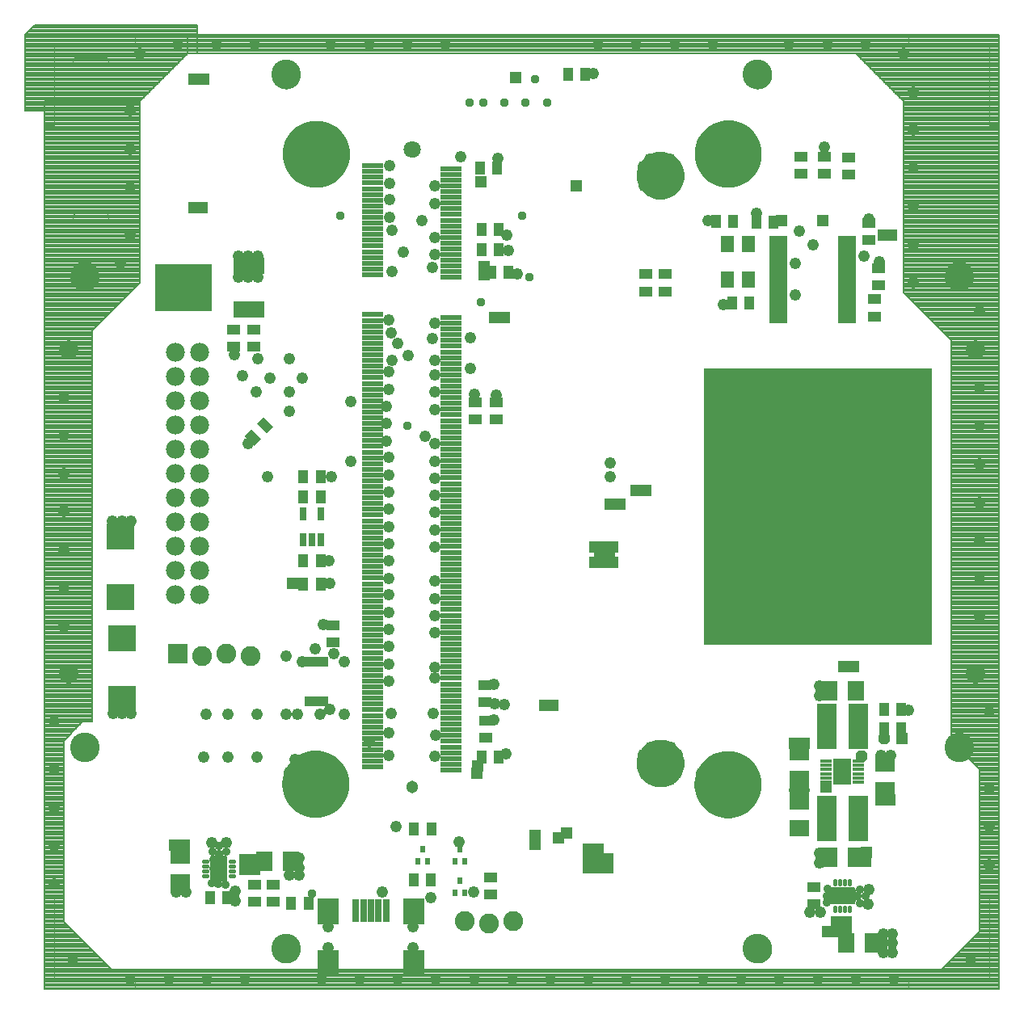
<source format=gts>
G75*
%MOIN*%
%OFA0B0*%
%FSLAX25Y25*%
%IPPOS*%
%LPD*%
%AMOC8*
5,1,8,0,0,1.08239X$1,22.5*
%
%ADD10C,0.00000*%
%ADD11R,0.94488X1.14173*%
%ADD12C,0.12217*%
%ADD13C,0.00800*%
%ADD14C,0.07903*%
%ADD15C,0.07800*%
%ADD16C,0.01745*%
%ADD17C,0.00568*%
%ADD18R,0.11430X0.10839*%
%ADD19R,0.07099X0.07887*%
%ADD20R,0.05524X0.03950*%
%ADD21R,0.04737X0.01784*%
%ADD22R,0.07493X0.10643*%
%ADD23R,0.03950X0.05524*%
%ADD24R,0.07887X0.07099*%
%ADD25R,0.07887X0.18517*%
%ADD26R,0.02000X0.04300*%
%ADD27R,0.08200X0.08200*%
%ADD28C,0.08200*%
%ADD29R,0.02375X0.02808*%
%ADD30R,0.08674X0.02178*%
%ADD31C,0.07099*%
%ADD32C,0.05131*%
%ADD33C,0.09855*%
%ADD34C,0.11811*%
%ADD35C,0.13320*%
%ADD36C,0.19685*%
%ADD37R,0.05721X0.07099*%
%ADD38R,0.02769X0.09658*%
%ADD39R,0.08674X0.10643*%
%ADD40R,0.07690X0.02572*%
%ADD41R,0.03162X0.05524*%
%ADD42R,0.12611X0.07099*%
%ADD43R,0.23300X0.19800*%
%ADD44C,0.04762*%
%ADD45R,0.04762X0.04762*%
%ADD46C,0.03778*%
%ADD47OC8,0.04762*%
%ADD48C,0.03581*%
D10*
X0025344Y0022313D02*
X0025344Y0055778D01*
X0021407Y0055778D01*
X0021407Y0374675D01*
X0025344Y0374675D01*
X0025344Y0408140D01*
X0058809Y0408140D01*
X0058809Y0412077D01*
X0377707Y0412077D01*
X0377707Y0408140D01*
X0411171Y0408140D01*
X0411171Y0374675D01*
X0415108Y0374675D01*
X0415108Y0055778D01*
X0411171Y0055778D01*
X0411171Y0022313D01*
X0377707Y0022313D01*
X0377707Y0018376D01*
X0058809Y0018376D01*
X0058809Y0022313D01*
X0025344Y0022313D01*
X0032234Y0117982D02*
X0032236Y0118133D01*
X0032242Y0118283D01*
X0032252Y0118434D01*
X0032266Y0118584D01*
X0032284Y0118733D01*
X0032305Y0118883D01*
X0032331Y0119031D01*
X0032361Y0119179D01*
X0032394Y0119326D01*
X0032432Y0119472D01*
X0032473Y0119617D01*
X0032518Y0119761D01*
X0032567Y0119903D01*
X0032620Y0120044D01*
X0032676Y0120184D01*
X0032736Y0120322D01*
X0032799Y0120459D01*
X0032867Y0120594D01*
X0032937Y0120727D01*
X0033011Y0120858D01*
X0033089Y0120987D01*
X0033170Y0121114D01*
X0033254Y0121239D01*
X0033342Y0121362D01*
X0033433Y0121482D01*
X0033527Y0121600D01*
X0033624Y0121715D01*
X0033724Y0121828D01*
X0033827Y0121938D01*
X0033933Y0122045D01*
X0034042Y0122150D01*
X0034153Y0122251D01*
X0034267Y0122350D01*
X0034383Y0122445D01*
X0034503Y0122538D01*
X0034624Y0122627D01*
X0034748Y0122713D01*
X0034874Y0122796D01*
X0035002Y0122875D01*
X0035132Y0122951D01*
X0035264Y0123024D01*
X0035398Y0123092D01*
X0035534Y0123158D01*
X0035672Y0123220D01*
X0035811Y0123278D01*
X0035951Y0123332D01*
X0036093Y0123383D01*
X0036236Y0123430D01*
X0036381Y0123473D01*
X0036526Y0123512D01*
X0036673Y0123548D01*
X0036820Y0123579D01*
X0036968Y0123607D01*
X0037117Y0123631D01*
X0037266Y0123651D01*
X0037416Y0123667D01*
X0037566Y0123679D01*
X0037717Y0123687D01*
X0037868Y0123691D01*
X0038018Y0123691D01*
X0038169Y0123687D01*
X0038320Y0123679D01*
X0038470Y0123667D01*
X0038620Y0123651D01*
X0038769Y0123631D01*
X0038918Y0123607D01*
X0039066Y0123579D01*
X0039213Y0123548D01*
X0039360Y0123512D01*
X0039505Y0123473D01*
X0039650Y0123430D01*
X0039793Y0123383D01*
X0039935Y0123332D01*
X0040075Y0123278D01*
X0040214Y0123220D01*
X0040352Y0123158D01*
X0040488Y0123092D01*
X0040622Y0123024D01*
X0040754Y0122951D01*
X0040884Y0122875D01*
X0041012Y0122796D01*
X0041138Y0122713D01*
X0041262Y0122627D01*
X0041383Y0122538D01*
X0041503Y0122445D01*
X0041619Y0122350D01*
X0041733Y0122251D01*
X0041844Y0122150D01*
X0041953Y0122045D01*
X0042059Y0121938D01*
X0042162Y0121828D01*
X0042262Y0121715D01*
X0042359Y0121600D01*
X0042453Y0121482D01*
X0042544Y0121362D01*
X0042632Y0121239D01*
X0042716Y0121114D01*
X0042797Y0120987D01*
X0042875Y0120858D01*
X0042949Y0120727D01*
X0043019Y0120594D01*
X0043087Y0120459D01*
X0043150Y0120322D01*
X0043210Y0120184D01*
X0043266Y0120044D01*
X0043319Y0119903D01*
X0043368Y0119761D01*
X0043413Y0119617D01*
X0043454Y0119472D01*
X0043492Y0119326D01*
X0043525Y0119179D01*
X0043555Y0119031D01*
X0043581Y0118883D01*
X0043602Y0118733D01*
X0043620Y0118584D01*
X0043634Y0118434D01*
X0043644Y0118283D01*
X0043650Y0118133D01*
X0043652Y0117982D01*
X0043650Y0117831D01*
X0043644Y0117681D01*
X0043634Y0117530D01*
X0043620Y0117380D01*
X0043602Y0117231D01*
X0043581Y0117081D01*
X0043555Y0116933D01*
X0043525Y0116785D01*
X0043492Y0116638D01*
X0043454Y0116492D01*
X0043413Y0116347D01*
X0043368Y0116203D01*
X0043319Y0116061D01*
X0043266Y0115920D01*
X0043210Y0115780D01*
X0043150Y0115642D01*
X0043087Y0115505D01*
X0043019Y0115370D01*
X0042949Y0115237D01*
X0042875Y0115106D01*
X0042797Y0114977D01*
X0042716Y0114850D01*
X0042632Y0114725D01*
X0042544Y0114602D01*
X0042453Y0114482D01*
X0042359Y0114364D01*
X0042262Y0114249D01*
X0042162Y0114136D01*
X0042059Y0114026D01*
X0041953Y0113919D01*
X0041844Y0113814D01*
X0041733Y0113713D01*
X0041619Y0113614D01*
X0041503Y0113519D01*
X0041383Y0113426D01*
X0041262Y0113337D01*
X0041138Y0113251D01*
X0041012Y0113168D01*
X0040884Y0113089D01*
X0040754Y0113013D01*
X0040622Y0112940D01*
X0040488Y0112872D01*
X0040352Y0112806D01*
X0040214Y0112744D01*
X0040075Y0112686D01*
X0039935Y0112632D01*
X0039793Y0112581D01*
X0039650Y0112534D01*
X0039505Y0112491D01*
X0039360Y0112452D01*
X0039213Y0112416D01*
X0039066Y0112385D01*
X0038918Y0112357D01*
X0038769Y0112333D01*
X0038620Y0112313D01*
X0038470Y0112297D01*
X0038320Y0112285D01*
X0038169Y0112277D01*
X0038018Y0112273D01*
X0037868Y0112273D01*
X0037717Y0112277D01*
X0037566Y0112285D01*
X0037416Y0112297D01*
X0037266Y0112313D01*
X0037117Y0112333D01*
X0036968Y0112357D01*
X0036820Y0112385D01*
X0036673Y0112416D01*
X0036526Y0112452D01*
X0036381Y0112491D01*
X0036236Y0112534D01*
X0036093Y0112581D01*
X0035951Y0112632D01*
X0035811Y0112686D01*
X0035672Y0112744D01*
X0035534Y0112806D01*
X0035398Y0112872D01*
X0035264Y0112940D01*
X0035132Y0113013D01*
X0035002Y0113089D01*
X0034874Y0113168D01*
X0034748Y0113251D01*
X0034624Y0113337D01*
X0034503Y0113426D01*
X0034383Y0113519D01*
X0034267Y0113614D01*
X0034153Y0113713D01*
X0034042Y0113814D01*
X0033933Y0113919D01*
X0033827Y0114026D01*
X0033724Y0114136D01*
X0033624Y0114249D01*
X0033527Y0114364D01*
X0033433Y0114482D01*
X0033342Y0114602D01*
X0033254Y0114725D01*
X0033170Y0114850D01*
X0033089Y0114977D01*
X0033011Y0115106D01*
X0032937Y0115237D01*
X0032867Y0115370D01*
X0032799Y0115505D01*
X0032736Y0115642D01*
X0032676Y0115780D01*
X0032620Y0115920D01*
X0032567Y0116061D01*
X0032518Y0116203D01*
X0032473Y0116347D01*
X0032432Y0116492D01*
X0032394Y0116638D01*
X0032361Y0116785D01*
X0032331Y0116933D01*
X0032305Y0117081D01*
X0032284Y0117231D01*
X0032266Y0117380D01*
X0032252Y0117530D01*
X0032242Y0117681D01*
X0032236Y0117831D01*
X0032234Y0117982D01*
X0027698Y0148297D02*
X0027700Y0148416D01*
X0027706Y0148534D01*
X0027716Y0148653D01*
X0027730Y0148770D01*
X0027747Y0148888D01*
X0027769Y0149005D01*
X0027795Y0149120D01*
X0027824Y0149235D01*
X0027857Y0149349D01*
X0027895Y0149462D01*
X0027935Y0149574D01*
X0027980Y0149684D01*
X0028028Y0149792D01*
X0028080Y0149899D01*
X0028135Y0150004D01*
X0028194Y0150107D01*
X0028256Y0150208D01*
X0028322Y0150307D01*
X0028390Y0150404D01*
X0028462Y0150498D01*
X0028538Y0150590D01*
X0028616Y0150680D01*
X0028697Y0150766D01*
X0028781Y0150850D01*
X0028867Y0150931D01*
X0028957Y0151009D01*
X0029049Y0151085D01*
X0029143Y0151157D01*
X0029240Y0151225D01*
X0029339Y0151291D01*
X0029440Y0151353D01*
X0029543Y0151412D01*
X0029648Y0151467D01*
X0029755Y0151519D01*
X0029863Y0151567D01*
X0029973Y0151612D01*
X0030085Y0151652D01*
X0030198Y0151690D01*
X0030312Y0151723D01*
X0030427Y0151752D01*
X0030542Y0151778D01*
X0030659Y0151800D01*
X0030777Y0151817D01*
X0030894Y0151831D01*
X0031013Y0151841D01*
X0031131Y0151847D01*
X0031250Y0151849D01*
X0031369Y0151847D01*
X0031487Y0151841D01*
X0031606Y0151831D01*
X0031723Y0151817D01*
X0031841Y0151800D01*
X0031958Y0151778D01*
X0032073Y0151752D01*
X0032188Y0151723D01*
X0032302Y0151690D01*
X0032415Y0151652D01*
X0032527Y0151612D01*
X0032637Y0151567D01*
X0032745Y0151519D01*
X0032852Y0151467D01*
X0032957Y0151412D01*
X0033060Y0151353D01*
X0033161Y0151291D01*
X0033260Y0151225D01*
X0033357Y0151157D01*
X0033451Y0151085D01*
X0033543Y0151009D01*
X0033633Y0150931D01*
X0033719Y0150850D01*
X0033803Y0150766D01*
X0033884Y0150680D01*
X0033962Y0150590D01*
X0034038Y0150498D01*
X0034110Y0150404D01*
X0034178Y0150307D01*
X0034244Y0150208D01*
X0034306Y0150107D01*
X0034365Y0150004D01*
X0034420Y0149899D01*
X0034472Y0149792D01*
X0034520Y0149684D01*
X0034565Y0149574D01*
X0034605Y0149462D01*
X0034643Y0149349D01*
X0034676Y0149235D01*
X0034705Y0149120D01*
X0034731Y0149005D01*
X0034753Y0148888D01*
X0034770Y0148770D01*
X0034784Y0148653D01*
X0034794Y0148534D01*
X0034800Y0148416D01*
X0034802Y0148297D01*
X0034800Y0148178D01*
X0034794Y0148060D01*
X0034784Y0147941D01*
X0034770Y0147824D01*
X0034753Y0147706D01*
X0034731Y0147589D01*
X0034705Y0147474D01*
X0034676Y0147359D01*
X0034643Y0147245D01*
X0034605Y0147132D01*
X0034565Y0147020D01*
X0034520Y0146910D01*
X0034472Y0146802D01*
X0034420Y0146695D01*
X0034365Y0146590D01*
X0034306Y0146487D01*
X0034244Y0146386D01*
X0034178Y0146287D01*
X0034110Y0146190D01*
X0034038Y0146096D01*
X0033962Y0146004D01*
X0033884Y0145914D01*
X0033803Y0145828D01*
X0033719Y0145744D01*
X0033633Y0145663D01*
X0033543Y0145585D01*
X0033451Y0145509D01*
X0033357Y0145437D01*
X0033260Y0145369D01*
X0033161Y0145303D01*
X0033060Y0145241D01*
X0032957Y0145182D01*
X0032852Y0145127D01*
X0032745Y0145075D01*
X0032637Y0145027D01*
X0032527Y0144982D01*
X0032415Y0144942D01*
X0032302Y0144904D01*
X0032188Y0144871D01*
X0032073Y0144842D01*
X0031958Y0144816D01*
X0031841Y0144794D01*
X0031723Y0144777D01*
X0031606Y0144763D01*
X0031487Y0144753D01*
X0031369Y0144747D01*
X0031250Y0144745D01*
X0031131Y0144747D01*
X0031013Y0144753D01*
X0030894Y0144763D01*
X0030777Y0144777D01*
X0030659Y0144794D01*
X0030542Y0144816D01*
X0030427Y0144842D01*
X0030312Y0144871D01*
X0030198Y0144904D01*
X0030085Y0144942D01*
X0029973Y0144982D01*
X0029863Y0145027D01*
X0029755Y0145075D01*
X0029648Y0145127D01*
X0029543Y0145182D01*
X0029440Y0145241D01*
X0029339Y0145303D01*
X0029240Y0145369D01*
X0029143Y0145437D01*
X0029049Y0145509D01*
X0028957Y0145585D01*
X0028867Y0145663D01*
X0028781Y0145744D01*
X0028697Y0145828D01*
X0028616Y0145914D01*
X0028538Y0146004D01*
X0028462Y0146096D01*
X0028390Y0146190D01*
X0028322Y0146287D01*
X0028256Y0146386D01*
X0028194Y0146487D01*
X0028135Y0146590D01*
X0028080Y0146695D01*
X0028028Y0146802D01*
X0027980Y0146910D01*
X0027935Y0147020D01*
X0027895Y0147132D01*
X0027857Y0147245D01*
X0027824Y0147359D01*
X0027795Y0147474D01*
X0027769Y0147589D01*
X0027747Y0147706D01*
X0027730Y0147824D01*
X0027716Y0147941D01*
X0027706Y0148060D01*
X0027700Y0148178D01*
X0027698Y0148297D01*
X0126959Y0103022D02*
X0126961Y0103180D01*
X0126967Y0103338D01*
X0126977Y0103495D01*
X0126991Y0103653D01*
X0127009Y0103810D01*
X0127031Y0103966D01*
X0127056Y0104122D01*
X0127086Y0104277D01*
X0127120Y0104431D01*
X0127157Y0104585D01*
X0127199Y0104737D01*
X0127244Y0104889D01*
X0127293Y0105039D01*
X0127346Y0105188D01*
X0127402Y0105335D01*
X0127462Y0105481D01*
X0127526Y0105626D01*
X0127594Y0105769D01*
X0127665Y0105910D01*
X0127739Y0106049D01*
X0127818Y0106186D01*
X0127899Y0106321D01*
X0127984Y0106455D01*
X0128072Y0106586D01*
X0128164Y0106714D01*
X0128259Y0106841D01*
X0128357Y0106965D01*
X0128458Y0107086D01*
X0128562Y0107205D01*
X0128669Y0107321D01*
X0128779Y0107435D01*
X0128891Y0107545D01*
X0129007Y0107653D01*
X0129125Y0107758D01*
X0129246Y0107859D01*
X0129369Y0107958D01*
X0129495Y0108054D01*
X0129623Y0108146D01*
X0129753Y0108235D01*
X0129886Y0108321D01*
X0130021Y0108403D01*
X0130158Y0108482D01*
X0130296Y0108558D01*
X0130437Y0108630D01*
X0130579Y0108698D01*
X0130723Y0108763D01*
X0130869Y0108824D01*
X0131016Y0108882D01*
X0131165Y0108935D01*
X0131315Y0108985D01*
X0131466Y0109031D01*
X0131618Y0109074D01*
X0131771Y0109112D01*
X0131925Y0109147D01*
X0132080Y0109178D01*
X0132236Y0109204D01*
X0132392Y0109227D01*
X0132549Y0109246D01*
X0132706Y0109261D01*
X0132864Y0109272D01*
X0133022Y0109279D01*
X0133180Y0109282D01*
X0133337Y0109281D01*
X0133495Y0109276D01*
X0133653Y0109267D01*
X0133810Y0109254D01*
X0133968Y0109237D01*
X0134124Y0109216D01*
X0134280Y0109191D01*
X0134435Y0109163D01*
X0134590Y0109130D01*
X0134744Y0109093D01*
X0134896Y0109053D01*
X0135048Y0109009D01*
X0135198Y0108961D01*
X0135348Y0108909D01*
X0135496Y0108853D01*
X0135642Y0108794D01*
X0135787Y0108731D01*
X0135930Y0108665D01*
X0136072Y0108594D01*
X0136211Y0108521D01*
X0136349Y0108443D01*
X0136485Y0108363D01*
X0136618Y0108279D01*
X0136750Y0108191D01*
X0136879Y0108100D01*
X0137006Y0108006D01*
X0137131Y0107909D01*
X0137253Y0107809D01*
X0137372Y0107706D01*
X0137489Y0107599D01*
X0137603Y0107490D01*
X0137715Y0107378D01*
X0137823Y0107263D01*
X0137929Y0107146D01*
X0138031Y0107026D01*
X0138131Y0106903D01*
X0138227Y0106778D01*
X0138320Y0106650D01*
X0138410Y0106520D01*
X0138497Y0106388D01*
X0138580Y0106254D01*
X0138660Y0106118D01*
X0138736Y0105979D01*
X0138809Y0105839D01*
X0138879Y0105697D01*
X0138944Y0105554D01*
X0139006Y0105408D01*
X0139065Y0105262D01*
X0139119Y0105113D01*
X0139170Y0104964D01*
X0139217Y0104813D01*
X0139261Y0104661D01*
X0139300Y0104508D01*
X0139336Y0104354D01*
X0139367Y0104200D01*
X0139395Y0104044D01*
X0139419Y0103888D01*
X0139439Y0103731D01*
X0139455Y0103574D01*
X0139467Y0103417D01*
X0139475Y0103259D01*
X0139479Y0103101D01*
X0139479Y0102943D01*
X0139475Y0102785D01*
X0139467Y0102627D01*
X0139455Y0102470D01*
X0139439Y0102313D01*
X0139419Y0102156D01*
X0139395Y0102000D01*
X0139367Y0101844D01*
X0139336Y0101690D01*
X0139300Y0101536D01*
X0139261Y0101383D01*
X0139217Y0101231D01*
X0139170Y0101080D01*
X0139119Y0100931D01*
X0139065Y0100782D01*
X0139006Y0100636D01*
X0138944Y0100490D01*
X0138879Y0100347D01*
X0138809Y0100205D01*
X0138736Y0100065D01*
X0138660Y0099926D01*
X0138580Y0099790D01*
X0138497Y0099656D01*
X0138410Y0099524D01*
X0138320Y0099394D01*
X0138227Y0099266D01*
X0138131Y0099141D01*
X0138031Y0099018D01*
X0137929Y0098898D01*
X0137823Y0098781D01*
X0137715Y0098666D01*
X0137603Y0098554D01*
X0137489Y0098445D01*
X0137372Y0098338D01*
X0137253Y0098235D01*
X0137131Y0098135D01*
X0137006Y0098038D01*
X0136879Y0097944D01*
X0136750Y0097853D01*
X0136618Y0097765D01*
X0136485Y0097681D01*
X0136349Y0097601D01*
X0136211Y0097523D01*
X0136072Y0097450D01*
X0135930Y0097379D01*
X0135787Y0097313D01*
X0135642Y0097250D01*
X0135496Y0097191D01*
X0135348Y0097135D01*
X0135198Y0097083D01*
X0135048Y0097035D01*
X0134896Y0096991D01*
X0134744Y0096951D01*
X0134590Y0096914D01*
X0134435Y0096881D01*
X0134280Y0096853D01*
X0134124Y0096828D01*
X0133968Y0096807D01*
X0133810Y0096790D01*
X0133653Y0096777D01*
X0133495Y0096768D01*
X0133337Y0096763D01*
X0133180Y0096762D01*
X0133022Y0096765D01*
X0132864Y0096772D01*
X0132706Y0096783D01*
X0132549Y0096798D01*
X0132392Y0096817D01*
X0132236Y0096840D01*
X0132080Y0096866D01*
X0131925Y0096897D01*
X0131771Y0096932D01*
X0131618Y0096970D01*
X0131466Y0097013D01*
X0131315Y0097059D01*
X0131165Y0097109D01*
X0131016Y0097162D01*
X0130869Y0097220D01*
X0130723Y0097281D01*
X0130579Y0097346D01*
X0130437Y0097414D01*
X0130296Y0097486D01*
X0130158Y0097562D01*
X0130021Y0097641D01*
X0129886Y0097723D01*
X0129753Y0097809D01*
X0129623Y0097898D01*
X0129495Y0097990D01*
X0129369Y0098086D01*
X0129246Y0098185D01*
X0129125Y0098286D01*
X0129007Y0098391D01*
X0128891Y0098499D01*
X0128779Y0098609D01*
X0128669Y0098723D01*
X0128562Y0098839D01*
X0128458Y0098958D01*
X0128357Y0099079D01*
X0128259Y0099203D01*
X0128164Y0099330D01*
X0128072Y0099458D01*
X0127984Y0099589D01*
X0127899Y0099723D01*
X0127818Y0099858D01*
X0127739Y0099995D01*
X0127665Y0100134D01*
X0127594Y0100275D01*
X0127526Y0100418D01*
X0127462Y0100563D01*
X0127402Y0100709D01*
X0127346Y0100856D01*
X0127293Y0101005D01*
X0127244Y0101155D01*
X0127199Y0101307D01*
X0127157Y0101459D01*
X0127120Y0101613D01*
X0127086Y0101767D01*
X0127056Y0101922D01*
X0127031Y0102078D01*
X0127009Y0102234D01*
X0126991Y0102391D01*
X0126977Y0102549D01*
X0126967Y0102706D01*
X0126961Y0102864D01*
X0126959Y0103022D01*
X0170817Y0101841D02*
X0170819Y0101934D01*
X0170825Y0102026D01*
X0170835Y0102118D01*
X0170849Y0102209D01*
X0170866Y0102300D01*
X0170888Y0102390D01*
X0170913Y0102479D01*
X0170942Y0102567D01*
X0170975Y0102653D01*
X0171012Y0102738D01*
X0171052Y0102822D01*
X0171096Y0102903D01*
X0171143Y0102983D01*
X0171193Y0103061D01*
X0171247Y0103136D01*
X0171304Y0103209D01*
X0171364Y0103279D01*
X0171427Y0103347D01*
X0171493Y0103412D01*
X0171561Y0103474D01*
X0171632Y0103534D01*
X0171706Y0103590D01*
X0171782Y0103643D01*
X0171860Y0103692D01*
X0171940Y0103739D01*
X0172022Y0103781D01*
X0172106Y0103821D01*
X0172191Y0103856D01*
X0172278Y0103888D01*
X0172366Y0103917D01*
X0172455Y0103941D01*
X0172545Y0103962D01*
X0172636Y0103978D01*
X0172728Y0103991D01*
X0172820Y0104000D01*
X0172913Y0104005D01*
X0173005Y0104006D01*
X0173098Y0104003D01*
X0173190Y0103996D01*
X0173282Y0103985D01*
X0173373Y0103970D01*
X0173464Y0103952D01*
X0173554Y0103929D01*
X0173642Y0103903D01*
X0173730Y0103873D01*
X0173816Y0103839D01*
X0173900Y0103802D01*
X0173983Y0103760D01*
X0174064Y0103716D01*
X0174144Y0103668D01*
X0174221Y0103617D01*
X0174295Y0103562D01*
X0174368Y0103504D01*
X0174438Y0103444D01*
X0174505Y0103380D01*
X0174569Y0103314D01*
X0174631Y0103244D01*
X0174689Y0103173D01*
X0174744Y0103099D01*
X0174796Y0103022D01*
X0174845Y0102943D01*
X0174891Y0102863D01*
X0174933Y0102780D01*
X0174971Y0102696D01*
X0175006Y0102610D01*
X0175037Y0102523D01*
X0175064Y0102435D01*
X0175087Y0102345D01*
X0175107Y0102255D01*
X0175123Y0102164D01*
X0175135Y0102072D01*
X0175143Y0101980D01*
X0175147Y0101887D01*
X0175147Y0101795D01*
X0175143Y0101702D01*
X0175135Y0101610D01*
X0175123Y0101518D01*
X0175107Y0101427D01*
X0175087Y0101337D01*
X0175064Y0101247D01*
X0175037Y0101159D01*
X0175006Y0101072D01*
X0174971Y0100986D01*
X0174933Y0100902D01*
X0174891Y0100819D01*
X0174845Y0100739D01*
X0174796Y0100660D01*
X0174744Y0100583D01*
X0174689Y0100509D01*
X0174631Y0100438D01*
X0174569Y0100368D01*
X0174505Y0100302D01*
X0174438Y0100238D01*
X0174368Y0100178D01*
X0174295Y0100120D01*
X0174221Y0100065D01*
X0174144Y0100014D01*
X0174065Y0099966D01*
X0173983Y0099922D01*
X0173900Y0099880D01*
X0173816Y0099843D01*
X0173730Y0099809D01*
X0173642Y0099779D01*
X0173554Y0099753D01*
X0173464Y0099730D01*
X0173373Y0099712D01*
X0173282Y0099697D01*
X0173190Y0099686D01*
X0173098Y0099679D01*
X0173005Y0099676D01*
X0172913Y0099677D01*
X0172820Y0099682D01*
X0172728Y0099691D01*
X0172636Y0099704D01*
X0172545Y0099720D01*
X0172455Y0099741D01*
X0172366Y0099765D01*
X0172278Y0099794D01*
X0172191Y0099826D01*
X0172106Y0099861D01*
X0172022Y0099901D01*
X0171940Y0099943D01*
X0171860Y0099990D01*
X0171782Y0100039D01*
X0171706Y0100092D01*
X0171632Y0100148D01*
X0171561Y0100208D01*
X0171493Y0100270D01*
X0171427Y0100335D01*
X0171364Y0100403D01*
X0171304Y0100473D01*
X0171247Y0100546D01*
X0171193Y0100621D01*
X0171143Y0100699D01*
X0171096Y0100779D01*
X0171052Y0100860D01*
X0171012Y0100944D01*
X0170975Y0101029D01*
X0170942Y0101115D01*
X0170913Y0101203D01*
X0170888Y0101292D01*
X0170866Y0101382D01*
X0170849Y0101473D01*
X0170835Y0101564D01*
X0170825Y0101656D01*
X0170819Y0101748D01*
X0170817Y0101841D01*
X0115305Y0034911D02*
X0115307Y0035062D01*
X0115313Y0035212D01*
X0115323Y0035363D01*
X0115337Y0035513D01*
X0115355Y0035662D01*
X0115376Y0035812D01*
X0115402Y0035960D01*
X0115432Y0036108D01*
X0115465Y0036255D01*
X0115503Y0036401D01*
X0115544Y0036546D01*
X0115589Y0036690D01*
X0115638Y0036832D01*
X0115691Y0036973D01*
X0115747Y0037113D01*
X0115807Y0037251D01*
X0115870Y0037388D01*
X0115938Y0037523D01*
X0116008Y0037656D01*
X0116082Y0037787D01*
X0116160Y0037916D01*
X0116241Y0038043D01*
X0116325Y0038168D01*
X0116413Y0038291D01*
X0116504Y0038411D01*
X0116598Y0038529D01*
X0116695Y0038644D01*
X0116795Y0038757D01*
X0116898Y0038867D01*
X0117004Y0038974D01*
X0117113Y0039079D01*
X0117224Y0039180D01*
X0117338Y0039279D01*
X0117454Y0039374D01*
X0117574Y0039467D01*
X0117695Y0039556D01*
X0117819Y0039642D01*
X0117945Y0039725D01*
X0118073Y0039804D01*
X0118203Y0039880D01*
X0118335Y0039953D01*
X0118469Y0040021D01*
X0118605Y0040087D01*
X0118743Y0040149D01*
X0118882Y0040207D01*
X0119022Y0040261D01*
X0119164Y0040312D01*
X0119307Y0040359D01*
X0119452Y0040402D01*
X0119597Y0040441D01*
X0119744Y0040477D01*
X0119891Y0040508D01*
X0120039Y0040536D01*
X0120188Y0040560D01*
X0120337Y0040580D01*
X0120487Y0040596D01*
X0120637Y0040608D01*
X0120788Y0040616D01*
X0120939Y0040620D01*
X0121089Y0040620D01*
X0121240Y0040616D01*
X0121391Y0040608D01*
X0121541Y0040596D01*
X0121691Y0040580D01*
X0121840Y0040560D01*
X0121989Y0040536D01*
X0122137Y0040508D01*
X0122284Y0040477D01*
X0122431Y0040441D01*
X0122576Y0040402D01*
X0122721Y0040359D01*
X0122864Y0040312D01*
X0123006Y0040261D01*
X0123146Y0040207D01*
X0123285Y0040149D01*
X0123423Y0040087D01*
X0123559Y0040021D01*
X0123693Y0039953D01*
X0123825Y0039880D01*
X0123955Y0039804D01*
X0124083Y0039725D01*
X0124209Y0039642D01*
X0124333Y0039556D01*
X0124454Y0039467D01*
X0124574Y0039374D01*
X0124690Y0039279D01*
X0124804Y0039180D01*
X0124915Y0039079D01*
X0125024Y0038974D01*
X0125130Y0038867D01*
X0125233Y0038757D01*
X0125333Y0038644D01*
X0125430Y0038529D01*
X0125524Y0038411D01*
X0125615Y0038291D01*
X0125703Y0038168D01*
X0125787Y0038043D01*
X0125868Y0037916D01*
X0125946Y0037787D01*
X0126020Y0037656D01*
X0126090Y0037523D01*
X0126158Y0037388D01*
X0126221Y0037251D01*
X0126281Y0037113D01*
X0126337Y0036973D01*
X0126390Y0036832D01*
X0126439Y0036690D01*
X0126484Y0036546D01*
X0126525Y0036401D01*
X0126563Y0036255D01*
X0126596Y0036108D01*
X0126626Y0035960D01*
X0126652Y0035812D01*
X0126673Y0035662D01*
X0126691Y0035513D01*
X0126705Y0035363D01*
X0126715Y0035212D01*
X0126721Y0035062D01*
X0126723Y0034911D01*
X0126721Y0034760D01*
X0126715Y0034610D01*
X0126705Y0034459D01*
X0126691Y0034309D01*
X0126673Y0034160D01*
X0126652Y0034010D01*
X0126626Y0033862D01*
X0126596Y0033714D01*
X0126563Y0033567D01*
X0126525Y0033421D01*
X0126484Y0033276D01*
X0126439Y0033132D01*
X0126390Y0032990D01*
X0126337Y0032849D01*
X0126281Y0032709D01*
X0126221Y0032571D01*
X0126158Y0032434D01*
X0126090Y0032299D01*
X0126020Y0032166D01*
X0125946Y0032035D01*
X0125868Y0031906D01*
X0125787Y0031779D01*
X0125703Y0031654D01*
X0125615Y0031531D01*
X0125524Y0031411D01*
X0125430Y0031293D01*
X0125333Y0031178D01*
X0125233Y0031065D01*
X0125130Y0030955D01*
X0125024Y0030848D01*
X0124915Y0030743D01*
X0124804Y0030642D01*
X0124690Y0030543D01*
X0124574Y0030448D01*
X0124454Y0030355D01*
X0124333Y0030266D01*
X0124209Y0030180D01*
X0124083Y0030097D01*
X0123955Y0030018D01*
X0123825Y0029942D01*
X0123693Y0029869D01*
X0123559Y0029801D01*
X0123423Y0029735D01*
X0123285Y0029673D01*
X0123146Y0029615D01*
X0123006Y0029561D01*
X0122864Y0029510D01*
X0122721Y0029463D01*
X0122576Y0029420D01*
X0122431Y0029381D01*
X0122284Y0029345D01*
X0122137Y0029314D01*
X0121989Y0029286D01*
X0121840Y0029262D01*
X0121691Y0029242D01*
X0121541Y0029226D01*
X0121391Y0029214D01*
X0121240Y0029206D01*
X0121089Y0029202D01*
X0120939Y0029202D01*
X0120788Y0029206D01*
X0120637Y0029214D01*
X0120487Y0029226D01*
X0120337Y0029242D01*
X0120188Y0029262D01*
X0120039Y0029286D01*
X0119891Y0029314D01*
X0119744Y0029345D01*
X0119597Y0029381D01*
X0119452Y0029420D01*
X0119307Y0029463D01*
X0119164Y0029510D01*
X0119022Y0029561D01*
X0118882Y0029615D01*
X0118743Y0029673D01*
X0118605Y0029735D01*
X0118469Y0029801D01*
X0118335Y0029869D01*
X0118203Y0029942D01*
X0118073Y0030018D01*
X0117945Y0030097D01*
X0117819Y0030180D01*
X0117695Y0030266D01*
X0117574Y0030355D01*
X0117454Y0030448D01*
X0117338Y0030543D01*
X0117224Y0030642D01*
X0117113Y0030743D01*
X0117004Y0030848D01*
X0116898Y0030955D01*
X0116795Y0031065D01*
X0116695Y0031178D01*
X0116598Y0031293D01*
X0116504Y0031411D01*
X0116413Y0031531D01*
X0116325Y0031654D01*
X0116241Y0031779D01*
X0116160Y0031906D01*
X0116082Y0032035D01*
X0116008Y0032166D01*
X0115938Y0032299D01*
X0115870Y0032434D01*
X0115807Y0032571D01*
X0115747Y0032709D01*
X0115691Y0032849D01*
X0115638Y0032990D01*
X0115589Y0033132D01*
X0115544Y0033276D01*
X0115503Y0033421D01*
X0115465Y0033567D01*
X0115432Y0033714D01*
X0115402Y0033862D01*
X0115376Y0034010D01*
X0115355Y0034160D01*
X0115337Y0034309D01*
X0115323Y0034459D01*
X0115313Y0034610D01*
X0115307Y0034760D01*
X0115305Y0034911D01*
X0270816Y0111486D02*
X0270818Y0111620D01*
X0270824Y0111754D01*
X0270834Y0111888D01*
X0270848Y0112022D01*
X0270866Y0112155D01*
X0270887Y0112287D01*
X0270913Y0112419D01*
X0270943Y0112550D01*
X0270976Y0112680D01*
X0271013Y0112808D01*
X0271055Y0112936D01*
X0271099Y0113063D01*
X0271148Y0113188D01*
X0271200Y0113311D01*
X0271256Y0113433D01*
X0271316Y0113554D01*
X0271379Y0113672D01*
X0271445Y0113789D01*
X0271515Y0113903D01*
X0271588Y0114016D01*
X0271665Y0114126D01*
X0271745Y0114234D01*
X0271828Y0114339D01*
X0271914Y0114442D01*
X0272003Y0114542D01*
X0272095Y0114640D01*
X0272190Y0114735D01*
X0272288Y0114827D01*
X0272388Y0114916D01*
X0272491Y0115002D01*
X0272596Y0115085D01*
X0272704Y0115165D01*
X0272814Y0115242D01*
X0272927Y0115315D01*
X0273041Y0115385D01*
X0273158Y0115451D01*
X0273276Y0115514D01*
X0273397Y0115574D01*
X0273519Y0115630D01*
X0273642Y0115682D01*
X0273767Y0115731D01*
X0273894Y0115775D01*
X0274022Y0115817D01*
X0274150Y0115854D01*
X0274280Y0115887D01*
X0274411Y0115917D01*
X0274543Y0115943D01*
X0274675Y0115964D01*
X0274808Y0115982D01*
X0274942Y0115996D01*
X0275076Y0116006D01*
X0275210Y0116012D01*
X0275344Y0116014D01*
X0275478Y0116012D01*
X0275612Y0116006D01*
X0275746Y0115996D01*
X0275880Y0115982D01*
X0276013Y0115964D01*
X0276145Y0115943D01*
X0276277Y0115917D01*
X0276408Y0115887D01*
X0276538Y0115854D01*
X0276666Y0115817D01*
X0276794Y0115775D01*
X0276921Y0115731D01*
X0277046Y0115682D01*
X0277169Y0115630D01*
X0277291Y0115574D01*
X0277412Y0115514D01*
X0277530Y0115451D01*
X0277647Y0115385D01*
X0277761Y0115315D01*
X0277874Y0115242D01*
X0277984Y0115165D01*
X0278092Y0115085D01*
X0278197Y0115002D01*
X0278300Y0114916D01*
X0278400Y0114827D01*
X0278498Y0114735D01*
X0278593Y0114640D01*
X0278685Y0114542D01*
X0278774Y0114442D01*
X0278860Y0114339D01*
X0278943Y0114234D01*
X0279023Y0114126D01*
X0279100Y0114016D01*
X0279173Y0113903D01*
X0279243Y0113789D01*
X0279309Y0113672D01*
X0279372Y0113554D01*
X0279432Y0113433D01*
X0279488Y0113311D01*
X0279540Y0113188D01*
X0279589Y0113063D01*
X0279633Y0112936D01*
X0279675Y0112808D01*
X0279712Y0112680D01*
X0279745Y0112550D01*
X0279775Y0112419D01*
X0279801Y0112287D01*
X0279822Y0112155D01*
X0279840Y0112022D01*
X0279854Y0111888D01*
X0279864Y0111754D01*
X0279870Y0111620D01*
X0279872Y0111486D01*
X0279870Y0111352D01*
X0279864Y0111218D01*
X0279854Y0111084D01*
X0279840Y0110950D01*
X0279822Y0110817D01*
X0279801Y0110685D01*
X0279775Y0110553D01*
X0279745Y0110422D01*
X0279712Y0110292D01*
X0279675Y0110164D01*
X0279633Y0110036D01*
X0279589Y0109909D01*
X0279540Y0109784D01*
X0279488Y0109661D01*
X0279432Y0109539D01*
X0279372Y0109418D01*
X0279309Y0109300D01*
X0279243Y0109183D01*
X0279173Y0109069D01*
X0279100Y0108956D01*
X0279023Y0108846D01*
X0278943Y0108738D01*
X0278860Y0108633D01*
X0278774Y0108530D01*
X0278685Y0108430D01*
X0278593Y0108332D01*
X0278498Y0108237D01*
X0278400Y0108145D01*
X0278300Y0108056D01*
X0278197Y0107970D01*
X0278092Y0107887D01*
X0277984Y0107807D01*
X0277874Y0107730D01*
X0277761Y0107657D01*
X0277647Y0107587D01*
X0277530Y0107521D01*
X0277412Y0107458D01*
X0277291Y0107398D01*
X0277169Y0107342D01*
X0277046Y0107290D01*
X0276921Y0107241D01*
X0276794Y0107197D01*
X0276666Y0107155D01*
X0276538Y0107118D01*
X0276408Y0107085D01*
X0276277Y0107055D01*
X0276145Y0107029D01*
X0276013Y0107008D01*
X0275880Y0106990D01*
X0275746Y0106976D01*
X0275612Y0106966D01*
X0275478Y0106960D01*
X0275344Y0106958D01*
X0275210Y0106960D01*
X0275076Y0106966D01*
X0274942Y0106976D01*
X0274808Y0106990D01*
X0274675Y0107008D01*
X0274543Y0107029D01*
X0274411Y0107055D01*
X0274280Y0107085D01*
X0274150Y0107118D01*
X0274022Y0107155D01*
X0273894Y0107197D01*
X0273767Y0107241D01*
X0273642Y0107290D01*
X0273519Y0107342D01*
X0273397Y0107398D01*
X0273276Y0107458D01*
X0273158Y0107521D01*
X0273041Y0107587D01*
X0272927Y0107657D01*
X0272814Y0107730D01*
X0272704Y0107807D01*
X0272596Y0107887D01*
X0272491Y0107970D01*
X0272388Y0108056D01*
X0272288Y0108145D01*
X0272190Y0108237D01*
X0272095Y0108332D01*
X0272003Y0108430D01*
X0271914Y0108530D01*
X0271828Y0108633D01*
X0271745Y0108738D01*
X0271665Y0108846D01*
X0271588Y0108956D01*
X0271515Y0109069D01*
X0271445Y0109183D01*
X0271379Y0109300D01*
X0271316Y0109418D01*
X0271256Y0109539D01*
X0271200Y0109661D01*
X0271148Y0109784D01*
X0271099Y0109909D01*
X0271055Y0110036D01*
X0271013Y0110164D01*
X0270976Y0110292D01*
X0270943Y0110422D01*
X0270913Y0110553D01*
X0270887Y0110685D01*
X0270866Y0110817D01*
X0270848Y0110950D01*
X0270834Y0111084D01*
X0270824Y0111218D01*
X0270818Y0111352D01*
X0270816Y0111486D01*
X0297037Y0103022D02*
X0297039Y0103180D01*
X0297045Y0103338D01*
X0297055Y0103495D01*
X0297069Y0103653D01*
X0297087Y0103810D01*
X0297109Y0103966D01*
X0297134Y0104122D01*
X0297164Y0104277D01*
X0297198Y0104431D01*
X0297235Y0104585D01*
X0297277Y0104737D01*
X0297322Y0104889D01*
X0297371Y0105039D01*
X0297424Y0105188D01*
X0297480Y0105335D01*
X0297540Y0105481D01*
X0297604Y0105626D01*
X0297672Y0105769D01*
X0297743Y0105910D01*
X0297817Y0106049D01*
X0297896Y0106186D01*
X0297977Y0106321D01*
X0298062Y0106455D01*
X0298150Y0106586D01*
X0298242Y0106714D01*
X0298337Y0106841D01*
X0298435Y0106965D01*
X0298536Y0107086D01*
X0298640Y0107205D01*
X0298747Y0107321D01*
X0298857Y0107435D01*
X0298969Y0107545D01*
X0299085Y0107653D01*
X0299203Y0107758D01*
X0299324Y0107859D01*
X0299447Y0107958D01*
X0299573Y0108054D01*
X0299701Y0108146D01*
X0299831Y0108235D01*
X0299964Y0108321D01*
X0300099Y0108403D01*
X0300236Y0108482D01*
X0300374Y0108558D01*
X0300515Y0108630D01*
X0300657Y0108698D01*
X0300801Y0108763D01*
X0300947Y0108824D01*
X0301094Y0108882D01*
X0301243Y0108935D01*
X0301393Y0108985D01*
X0301544Y0109031D01*
X0301696Y0109074D01*
X0301849Y0109112D01*
X0302003Y0109147D01*
X0302158Y0109178D01*
X0302314Y0109204D01*
X0302470Y0109227D01*
X0302627Y0109246D01*
X0302784Y0109261D01*
X0302942Y0109272D01*
X0303100Y0109279D01*
X0303258Y0109282D01*
X0303415Y0109281D01*
X0303573Y0109276D01*
X0303731Y0109267D01*
X0303888Y0109254D01*
X0304046Y0109237D01*
X0304202Y0109216D01*
X0304358Y0109191D01*
X0304513Y0109163D01*
X0304668Y0109130D01*
X0304822Y0109093D01*
X0304974Y0109053D01*
X0305126Y0109009D01*
X0305276Y0108961D01*
X0305426Y0108909D01*
X0305574Y0108853D01*
X0305720Y0108794D01*
X0305865Y0108731D01*
X0306008Y0108665D01*
X0306150Y0108594D01*
X0306289Y0108521D01*
X0306427Y0108443D01*
X0306563Y0108363D01*
X0306696Y0108279D01*
X0306828Y0108191D01*
X0306957Y0108100D01*
X0307084Y0108006D01*
X0307209Y0107909D01*
X0307331Y0107809D01*
X0307450Y0107706D01*
X0307567Y0107599D01*
X0307681Y0107490D01*
X0307793Y0107378D01*
X0307901Y0107263D01*
X0308007Y0107146D01*
X0308109Y0107026D01*
X0308209Y0106903D01*
X0308305Y0106778D01*
X0308398Y0106650D01*
X0308488Y0106520D01*
X0308575Y0106388D01*
X0308658Y0106254D01*
X0308738Y0106118D01*
X0308814Y0105979D01*
X0308887Y0105839D01*
X0308957Y0105697D01*
X0309022Y0105554D01*
X0309084Y0105408D01*
X0309143Y0105262D01*
X0309197Y0105113D01*
X0309248Y0104964D01*
X0309295Y0104813D01*
X0309339Y0104661D01*
X0309378Y0104508D01*
X0309414Y0104354D01*
X0309445Y0104200D01*
X0309473Y0104044D01*
X0309497Y0103888D01*
X0309517Y0103731D01*
X0309533Y0103574D01*
X0309545Y0103417D01*
X0309553Y0103259D01*
X0309557Y0103101D01*
X0309557Y0102943D01*
X0309553Y0102785D01*
X0309545Y0102627D01*
X0309533Y0102470D01*
X0309517Y0102313D01*
X0309497Y0102156D01*
X0309473Y0102000D01*
X0309445Y0101844D01*
X0309414Y0101690D01*
X0309378Y0101536D01*
X0309339Y0101383D01*
X0309295Y0101231D01*
X0309248Y0101080D01*
X0309197Y0100931D01*
X0309143Y0100782D01*
X0309084Y0100636D01*
X0309022Y0100490D01*
X0308957Y0100347D01*
X0308887Y0100205D01*
X0308814Y0100065D01*
X0308738Y0099926D01*
X0308658Y0099790D01*
X0308575Y0099656D01*
X0308488Y0099524D01*
X0308398Y0099394D01*
X0308305Y0099266D01*
X0308209Y0099141D01*
X0308109Y0099018D01*
X0308007Y0098898D01*
X0307901Y0098781D01*
X0307793Y0098666D01*
X0307681Y0098554D01*
X0307567Y0098445D01*
X0307450Y0098338D01*
X0307331Y0098235D01*
X0307209Y0098135D01*
X0307084Y0098038D01*
X0306957Y0097944D01*
X0306828Y0097853D01*
X0306696Y0097765D01*
X0306563Y0097681D01*
X0306427Y0097601D01*
X0306289Y0097523D01*
X0306150Y0097450D01*
X0306008Y0097379D01*
X0305865Y0097313D01*
X0305720Y0097250D01*
X0305574Y0097191D01*
X0305426Y0097135D01*
X0305276Y0097083D01*
X0305126Y0097035D01*
X0304974Y0096991D01*
X0304822Y0096951D01*
X0304668Y0096914D01*
X0304513Y0096881D01*
X0304358Y0096853D01*
X0304202Y0096828D01*
X0304046Y0096807D01*
X0303888Y0096790D01*
X0303731Y0096777D01*
X0303573Y0096768D01*
X0303415Y0096763D01*
X0303258Y0096762D01*
X0303100Y0096765D01*
X0302942Y0096772D01*
X0302784Y0096783D01*
X0302627Y0096798D01*
X0302470Y0096817D01*
X0302314Y0096840D01*
X0302158Y0096866D01*
X0302003Y0096897D01*
X0301849Y0096932D01*
X0301696Y0096970D01*
X0301544Y0097013D01*
X0301393Y0097059D01*
X0301243Y0097109D01*
X0301094Y0097162D01*
X0300947Y0097220D01*
X0300801Y0097281D01*
X0300657Y0097346D01*
X0300515Y0097414D01*
X0300374Y0097486D01*
X0300236Y0097562D01*
X0300099Y0097641D01*
X0299964Y0097723D01*
X0299831Y0097809D01*
X0299701Y0097898D01*
X0299573Y0097990D01*
X0299447Y0098086D01*
X0299324Y0098185D01*
X0299203Y0098286D01*
X0299085Y0098391D01*
X0298969Y0098499D01*
X0298857Y0098609D01*
X0298747Y0098723D01*
X0298640Y0098839D01*
X0298536Y0098958D01*
X0298435Y0099079D01*
X0298337Y0099203D01*
X0298242Y0099330D01*
X0298150Y0099458D01*
X0298062Y0099589D01*
X0297977Y0099723D01*
X0297896Y0099858D01*
X0297817Y0099995D01*
X0297743Y0100134D01*
X0297672Y0100275D01*
X0297604Y0100418D01*
X0297540Y0100563D01*
X0297480Y0100709D01*
X0297424Y0100856D01*
X0297371Y0101005D01*
X0297322Y0101155D01*
X0297277Y0101307D01*
X0297235Y0101459D01*
X0297198Y0101613D01*
X0297164Y0101767D01*
X0297134Y0101922D01*
X0297109Y0102078D01*
X0297087Y0102234D01*
X0297069Y0102391D01*
X0297055Y0102549D01*
X0297045Y0102706D01*
X0297039Y0102864D01*
X0297037Y0103022D01*
X0295226Y0167982D02*
X0295228Y0168133D01*
X0295234Y0168283D01*
X0295244Y0168434D01*
X0295258Y0168584D01*
X0295276Y0168733D01*
X0295297Y0168883D01*
X0295323Y0169031D01*
X0295353Y0169179D01*
X0295386Y0169326D01*
X0295424Y0169472D01*
X0295465Y0169617D01*
X0295510Y0169761D01*
X0295559Y0169903D01*
X0295612Y0170044D01*
X0295668Y0170184D01*
X0295728Y0170322D01*
X0295791Y0170459D01*
X0295859Y0170594D01*
X0295929Y0170727D01*
X0296003Y0170858D01*
X0296081Y0170987D01*
X0296162Y0171114D01*
X0296246Y0171239D01*
X0296334Y0171362D01*
X0296425Y0171482D01*
X0296519Y0171600D01*
X0296616Y0171715D01*
X0296716Y0171828D01*
X0296819Y0171938D01*
X0296925Y0172045D01*
X0297034Y0172150D01*
X0297145Y0172251D01*
X0297259Y0172350D01*
X0297375Y0172445D01*
X0297495Y0172538D01*
X0297616Y0172627D01*
X0297740Y0172713D01*
X0297866Y0172796D01*
X0297994Y0172875D01*
X0298124Y0172951D01*
X0298256Y0173024D01*
X0298390Y0173092D01*
X0298526Y0173158D01*
X0298664Y0173220D01*
X0298803Y0173278D01*
X0298943Y0173332D01*
X0299085Y0173383D01*
X0299228Y0173430D01*
X0299373Y0173473D01*
X0299518Y0173512D01*
X0299665Y0173548D01*
X0299812Y0173579D01*
X0299960Y0173607D01*
X0300109Y0173631D01*
X0300258Y0173651D01*
X0300408Y0173667D01*
X0300558Y0173679D01*
X0300709Y0173687D01*
X0300860Y0173691D01*
X0301010Y0173691D01*
X0301161Y0173687D01*
X0301312Y0173679D01*
X0301462Y0173667D01*
X0301612Y0173651D01*
X0301761Y0173631D01*
X0301910Y0173607D01*
X0302058Y0173579D01*
X0302205Y0173548D01*
X0302352Y0173512D01*
X0302497Y0173473D01*
X0302642Y0173430D01*
X0302785Y0173383D01*
X0302927Y0173332D01*
X0303067Y0173278D01*
X0303206Y0173220D01*
X0303344Y0173158D01*
X0303480Y0173092D01*
X0303614Y0173024D01*
X0303746Y0172951D01*
X0303876Y0172875D01*
X0304004Y0172796D01*
X0304130Y0172713D01*
X0304254Y0172627D01*
X0304375Y0172538D01*
X0304495Y0172445D01*
X0304611Y0172350D01*
X0304725Y0172251D01*
X0304836Y0172150D01*
X0304945Y0172045D01*
X0305051Y0171938D01*
X0305154Y0171828D01*
X0305254Y0171715D01*
X0305351Y0171600D01*
X0305445Y0171482D01*
X0305536Y0171362D01*
X0305624Y0171239D01*
X0305708Y0171114D01*
X0305789Y0170987D01*
X0305867Y0170858D01*
X0305941Y0170727D01*
X0306011Y0170594D01*
X0306079Y0170459D01*
X0306142Y0170322D01*
X0306202Y0170184D01*
X0306258Y0170044D01*
X0306311Y0169903D01*
X0306360Y0169761D01*
X0306405Y0169617D01*
X0306446Y0169472D01*
X0306484Y0169326D01*
X0306517Y0169179D01*
X0306547Y0169031D01*
X0306573Y0168883D01*
X0306594Y0168733D01*
X0306612Y0168584D01*
X0306626Y0168434D01*
X0306636Y0168283D01*
X0306642Y0168133D01*
X0306644Y0167982D01*
X0306642Y0167831D01*
X0306636Y0167681D01*
X0306626Y0167530D01*
X0306612Y0167380D01*
X0306594Y0167231D01*
X0306573Y0167081D01*
X0306547Y0166933D01*
X0306517Y0166785D01*
X0306484Y0166638D01*
X0306446Y0166492D01*
X0306405Y0166347D01*
X0306360Y0166203D01*
X0306311Y0166061D01*
X0306258Y0165920D01*
X0306202Y0165780D01*
X0306142Y0165642D01*
X0306079Y0165505D01*
X0306011Y0165370D01*
X0305941Y0165237D01*
X0305867Y0165106D01*
X0305789Y0164977D01*
X0305708Y0164850D01*
X0305624Y0164725D01*
X0305536Y0164602D01*
X0305445Y0164482D01*
X0305351Y0164364D01*
X0305254Y0164249D01*
X0305154Y0164136D01*
X0305051Y0164026D01*
X0304945Y0163919D01*
X0304836Y0163814D01*
X0304725Y0163713D01*
X0304611Y0163614D01*
X0304495Y0163519D01*
X0304375Y0163426D01*
X0304254Y0163337D01*
X0304130Y0163251D01*
X0304004Y0163168D01*
X0303876Y0163089D01*
X0303746Y0163013D01*
X0303614Y0162940D01*
X0303480Y0162872D01*
X0303344Y0162806D01*
X0303206Y0162744D01*
X0303067Y0162686D01*
X0302927Y0162632D01*
X0302785Y0162581D01*
X0302642Y0162534D01*
X0302497Y0162491D01*
X0302352Y0162452D01*
X0302205Y0162416D01*
X0302058Y0162385D01*
X0301910Y0162357D01*
X0301761Y0162333D01*
X0301612Y0162313D01*
X0301462Y0162297D01*
X0301312Y0162285D01*
X0301161Y0162277D01*
X0301010Y0162273D01*
X0300860Y0162273D01*
X0300709Y0162277D01*
X0300558Y0162285D01*
X0300408Y0162297D01*
X0300258Y0162313D01*
X0300109Y0162333D01*
X0299960Y0162357D01*
X0299812Y0162385D01*
X0299665Y0162416D01*
X0299518Y0162452D01*
X0299373Y0162491D01*
X0299228Y0162534D01*
X0299085Y0162581D01*
X0298943Y0162632D01*
X0298803Y0162686D01*
X0298664Y0162744D01*
X0298526Y0162806D01*
X0298390Y0162872D01*
X0298256Y0162940D01*
X0298124Y0163013D01*
X0297994Y0163089D01*
X0297866Y0163168D01*
X0297740Y0163251D01*
X0297616Y0163337D01*
X0297495Y0163426D01*
X0297375Y0163519D01*
X0297259Y0163614D01*
X0297145Y0163713D01*
X0297034Y0163814D01*
X0296925Y0163919D01*
X0296819Y0164026D01*
X0296716Y0164136D01*
X0296616Y0164249D01*
X0296519Y0164364D01*
X0296425Y0164482D01*
X0296334Y0164602D01*
X0296246Y0164725D01*
X0296162Y0164850D01*
X0296081Y0164977D01*
X0296003Y0165106D01*
X0295929Y0165237D01*
X0295859Y0165370D01*
X0295791Y0165505D01*
X0295728Y0165642D01*
X0295668Y0165780D01*
X0295612Y0165920D01*
X0295559Y0166061D01*
X0295510Y0166203D01*
X0295465Y0166347D01*
X0295424Y0166492D01*
X0295386Y0166638D01*
X0295353Y0166785D01*
X0295323Y0166933D01*
X0295297Y0167081D01*
X0295276Y0167231D01*
X0295258Y0167380D01*
X0295244Y0167530D01*
X0295234Y0167681D01*
X0295228Y0167831D01*
X0295226Y0167982D01*
X0334596Y0167982D02*
X0334598Y0168133D01*
X0334604Y0168283D01*
X0334614Y0168434D01*
X0334628Y0168584D01*
X0334646Y0168733D01*
X0334667Y0168883D01*
X0334693Y0169031D01*
X0334723Y0169179D01*
X0334756Y0169326D01*
X0334794Y0169472D01*
X0334835Y0169617D01*
X0334880Y0169761D01*
X0334929Y0169903D01*
X0334982Y0170044D01*
X0335038Y0170184D01*
X0335098Y0170322D01*
X0335161Y0170459D01*
X0335229Y0170594D01*
X0335299Y0170727D01*
X0335373Y0170858D01*
X0335451Y0170987D01*
X0335532Y0171114D01*
X0335616Y0171239D01*
X0335704Y0171362D01*
X0335795Y0171482D01*
X0335889Y0171600D01*
X0335986Y0171715D01*
X0336086Y0171828D01*
X0336189Y0171938D01*
X0336295Y0172045D01*
X0336404Y0172150D01*
X0336515Y0172251D01*
X0336629Y0172350D01*
X0336745Y0172445D01*
X0336865Y0172538D01*
X0336986Y0172627D01*
X0337110Y0172713D01*
X0337236Y0172796D01*
X0337364Y0172875D01*
X0337494Y0172951D01*
X0337626Y0173024D01*
X0337760Y0173092D01*
X0337896Y0173158D01*
X0338034Y0173220D01*
X0338173Y0173278D01*
X0338313Y0173332D01*
X0338455Y0173383D01*
X0338598Y0173430D01*
X0338743Y0173473D01*
X0338888Y0173512D01*
X0339035Y0173548D01*
X0339182Y0173579D01*
X0339330Y0173607D01*
X0339479Y0173631D01*
X0339628Y0173651D01*
X0339778Y0173667D01*
X0339928Y0173679D01*
X0340079Y0173687D01*
X0340230Y0173691D01*
X0340380Y0173691D01*
X0340531Y0173687D01*
X0340682Y0173679D01*
X0340832Y0173667D01*
X0340982Y0173651D01*
X0341131Y0173631D01*
X0341280Y0173607D01*
X0341428Y0173579D01*
X0341575Y0173548D01*
X0341722Y0173512D01*
X0341867Y0173473D01*
X0342012Y0173430D01*
X0342155Y0173383D01*
X0342297Y0173332D01*
X0342437Y0173278D01*
X0342576Y0173220D01*
X0342714Y0173158D01*
X0342850Y0173092D01*
X0342984Y0173024D01*
X0343116Y0172951D01*
X0343246Y0172875D01*
X0343374Y0172796D01*
X0343500Y0172713D01*
X0343624Y0172627D01*
X0343745Y0172538D01*
X0343865Y0172445D01*
X0343981Y0172350D01*
X0344095Y0172251D01*
X0344206Y0172150D01*
X0344315Y0172045D01*
X0344421Y0171938D01*
X0344524Y0171828D01*
X0344624Y0171715D01*
X0344721Y0171600D01*
X0344815Y0171482D01*
X0344906Y0171362D01*
X0344994Y0171239D01*
X0345078Y0171114D01*
X0345159Y0170987D01*
X0345237Y0170858D01*
X0345311Y0170727D01*
X0345381Y0170594D01*
X0345449Y0170459D01*
X0345512Y0170322D01*
X0345572Y0170184D01*
X0345628Y0170044D01*
X0345681Y0169903D01*
X0345730Y0169761D01*
X0345775Y0169617D01*
X0345816Y0169472D01*
X0345854Y0169326D01*
X0345887Y0169179D01*
X0345917Y0169031D01*
X0345943Y0168883D01*
X0345964Y0168733D01*
X0345982Y0168584D01*
X0345996Y0168434D01*
X0346006Y0168283D01*
X0346012Y0168133D01*
X0346014Y0167982D01*
X0346012Y0167831D01*
X0346006Y0167681D01*
X0345996Y0167530D01*
X0345982Y0167380D01*
X0345964Y0167231D01*
X0345943Y0167081D01*
X0345917Y0166933D01*
X0345887Y0166785D01*
X0345854Y0166638D01*
X0345816Y0166492D01*
X0345775Y0166347D01*
X0345730Y0166203D01*
X0345681Y0166061D01*
X0345628Y0165920D01*
X0345572Y0165780D01*
X0345512Y0165642D01*
X0345449Y0165505D01*
X0345381Y0165370D01*
X0345311Y0165237D01*
X0345237Y0165106D01*
X0345159Y0164977D01*
X0345078Y0164850D01*
X0344994Y0164725D01*
X0344906Y0164602D01*
X0344815Y0164482D01*
X0344721Y0164364D01*
X0344624Y0164249D01*
X0344524Y0164136D01*
X0344421Y0164026D01*
X0344315Y0163919D01*
X0344206Y0163814D01*
X0344095Y0163713D01*
X0343981Y0163614D01*
X0343865Y0163519D01*
X0343745Y0163426D01*
X0343624Y0163337D01*
X0343500Y0163251D01*
X0343374Y0163168D01*
X0343246Y0163089D01*
X0343116Y0163013D01*
X0342984Y0162940D01*
X0342850Y0162872D01*
X0342714Y0162806D01*
X0342576Y0162744D01*
X0342437Y0162686D01*
X0342297Y0162632D01*
X0342155Y0162581D01*
X0342012Y0162534D01*
X0341867Y0162491D01*
X0341722Y0162452D01*
X0341575Y0162416D01*
X0341428Y0162385D01*
X0341280Y0162357D01*
X0341131Y0162333D01*
X0340982Y0162313D01*
X0340832Y0162297D01*
X0340682Y0162285D01*
X0340531Y0162277D01*
X0340380Y0162273D01*
X0340230Y0162273D01*
X0340079Y0162277D01*
X0339928Y0162285D01*
X0339778Y0162297D01*
X0339628Y0162313D01*
X0339479Y0162333D01*
X0339330Y0162357D01*
X0339182Y0162385D01*
X0339035Y0162416D01*
X0338888Y0162452D01*
X0338743Y0162491D01*
X0338598Y0162534D01*
X0338455Y0162581D01*
X0338313Y0162632D01*
X0338173Y0162686D01*
X0338034Y0162744D01*
X0337896Y0162806D01*
X0337760Y0162872D01*
X0337626Y0162940D01*
X0337494Y0163013D01*
X0337364Y0163089D01*
X0337236Y0163168D01*
X0337110Y0163251D01*
X0336986Y0163337D01*
X0336865Y0163426D01*
X0336745Y0163519D01*
X0336629Y0163614D01*
X0336515Y0163713D01*
X0336404Y0163814D01*
X0336295Y0163919D01*
X0336189Y0164026D01*
X0336086Y0164136D01*
X0335986Y0164249D01*
X0335889Y0164364D01*
X0335795Y0164482D01*
X0335704Y0164602D01*
X0335616Y0164725D01*
X0335532Y0164850D01*
X0335451Y0164977D01*
X0335373Y0165106D01*
X0335299Y0165237D01*
X0335229Y0165370D01*
X0335161Y0165505D01*
X0335098Y0165642D01*
X0335038Y0165780D01*
X0334982Y0165920D01*
X0334929Y0166061D01*
X0334880Y0166203D01*
X0334835Y0166347D01*
X0334794Y0166492D01*
X0334756Y0166638D01*
X0334723Y0166785D01*
X0334693Y0166933D01*
X0334667Y0167081D01*
X0334646Y0167231D01*
X0334628Y0167380D01*
X0334614Y0167530D01*
X0334604Y0167681D01*
X0334598Y0167831D01*
X0334596Y0167982D01*
X0370029Y0167982D02*
X0370031Y0168133D01*
X0370037Y0168283D01*
X0370047Y0168434D01*
X0370061Y0168584D01*
X0370079Y0168733D01*
X0370100Y0168883D01*
X0370126Y0169031D01*
X0370156Y0169179D01*
X0370189Y0169326D01*
X0370227Y0169472D01*
X0370268Y0169617D01*
X0370313Y0169761D01*
X0370362Y0169903D01*
X0370415Y0170044D01*
X0370471Y0170184D01*
X0370531Y0170322D01*
X0370594Y0170459D01*
X0370662Y0170594D01*
X0370732Y0170727D01*
X0370806Y0170858D01*
X0370884Y0170987D01*
X0370965Y0171114D01*
X0371049Y0171239D01*
X0371137Y0171362D01*
X0371228Y0171482D01*
X0371322Y0171600D01*
X0371419Y0171715D01*
X0371519Y0171828D01*
X0371622Y0171938D01*
X0371728Y0172045D01*
X0371837Y0172150D01*
X0371948Y0172251D01*
X0372062Y0172350D01*
X0372178Y0172445D01*
X0372298Y0172538D01*
X0372419Y0172627D01*
X0372543Y0172713D01*
X0372669Y0172796D01*
X0372797Y0172875D01*
X0372927Y0172951D01*
X0373059Y0173024D01*
X0373193Y0173092D01*
X0373329Y0173158D01*
X0373467Y0173220D01*
X0373606Y0173278D01*
X0373746Y0173332D01*
X0373888Y0173383D01*
X0374031Y0173430D01*
X0374176Y0173473D01*
X0374321Y0173512D01*
X0374468Y0173548D01*
X0374615Y0173579D01*
X0374763Y0173607D01*
X0374912Y0173631D01*
X0375061Y0173651D01*
X0375211Y0173667D01*
X0375361Y0173679D01*
X0375512Y0173687D01*
X0375663Y0173691D01*
X0375813Y0173691D01*
X0375964Y0173687D01*
X0376115Y0173679D01*
X0376265Y0173667D01*
X0376415Y0173651D01*
X0376564Y0173631D01*
X0376713Y0173607D01*
X0376861Y0173579D01*
X0377008Y0173548D01*
X0377155Y0173512D01*
X0377300Y0173473D01*
X0377445Y0173430D01*
X0377588Y0173383D01*
X0377730Y0173332D01*
X0377870Y0173278D01*
X0378009Y0173220D01*
X0378147Y0173158D01*
X0378283Y0173092D01*
X0378417Y0173024D01*
X0378549Y0172951D01*
X0378679Y0172875D01*
X0378807Y0172796D01*
X0378933Y0172713D01*
X0379057Y0172627D01*
X0379178Y0172538D01*
X0379298Y0172445D01*
X0379414Y0172350D01*
X0379528Y0172251D01*
X0379639Y0172150D01*
X0379748Y0172045D01*
X0379854Y0171938D01*
X0379957Y0171828D01*
X0380057Y0171715D01*
X0380154Y0171600D01*
X0380248Y0171482D01*
X0380339Y0171362D01*
X0380427Y0171239D01*
X0380511Y0171114D01*
X0380592Y0170987D01*
X0380670Y0170858D01*
X0380744Y0170727D01*
X0380814Y0170594D01*
X0380882Y0170459D01*
X0380945Y0170322D01*
X0381005Y0170184D01*
X0381061Y0170044D01*
X0381114Y0169903D01*
X0381163Y0169761D01*
X0381208Y0169617D01*
X0381249Y0169472D01*
X0381287Y0169326D01*
X0381320Y0169179D01*
X0381350Y0169031D01*
X0381376Y0168883D01*
X0381397Y0168733D01*
X0381415Y0168584D01*
X0381429Y0168434D01*
X0381439Y0168283D01*
X0381445Y0168133D01*
X0381447Y0167982D01*
X0381445Y0167831D01*
X0381439Y0167681D01*
X0381429Y0167530D01*
X0381415Y0167380D01*
X0381397Y0167231D01*
X0381376Y0167081D01*
X0381350Y0166933D01*
X0381320Y0166785D01*
X0381287Y0166638D01*
X0381249Y0166492D01*
X0381208Y0166347D01*
X0381163Y0166203D01*
X0381114Y0166061D01*
X0381061Y0165920D01*
X0381005Y0165780D01*
X0380945Y0165642D01*
X0380882Y0165505D01*
X0380814Y0165370D01*
X0380744Y0165237D01*
X0380670Y0165106D01*
X0380592Y0164977D01*
X0380511Y0164850D01*
X0380427Y0164725D01*
X0380339Y0164602D01*
X0380248Y0164482D01*
X0380154Y0164364D01*
X0380057Y0164249D01*
X0379957Y0164136D01*
X0379854Y0164026D01*
X0379748Y0163919D01*
X0379639Y0163814D01*
X0379528Y0163713D01*
X0379414Y0163614D01*
X0379298Y0163519D01*
X0379178Y0163426D01*
X0379057Y0163337D01*
X0378933Y0163251D01*
X0378807Y0163168D01*
X0378679Y0163089D01*
X0378549Y0163013D01*
X0378417Y0162940D01*
X0378283Y0162872D01*
X0378147Y0162806D01*
X0378009Y0162744D01*
X0377870Y0162686D01*
X0377730Y0162632D01*
X0377588Y0162581D01*
X0377445Y0162534D01*
X0377300Y0162491D01*
X0377155Y0162452D01*
X0377008Y0162416D01*
X0376861Y0162385D01*
X0376713Y0162357D01*
X0376564Y0162333D01*
X0376415Y0162313D01*
X0376265Y0162297D01*
X0376115Y0162285D01*
X0375964Y0162277D01*
X0375813Y0162273D01*
X0375663Y0162273D01*
X0375512Y0162277D01*
X0375361Y0162285D01*
X0375211Y0162297D01*
X0375061Y0162313D01*
X0374912Y0162333D01*
X0374763Y0162357D01*
X0374615Y0162385D01*
X0374468Y0162416D01*
X0374321Y0162452D01*
X0374176Y0162491D01*
X0374031Y0162534D01*
X0373888Y0162581D01*
X0373746Y0162632D01*
X0373606Y0162686D01*
X0373467Y0162744D01*
X0373329Y0162806D01*
X0373193Y0162872D01*
X0373059Y0162940D01*
X0372927Y0163013D01*
X0372797Y0163089D01*
X0372669Y0163168D01*
X0372543Y0163251D01*
X0372419Y0163337D01*
X0372298Y0163426D01*
X0372178Y0163519D01*
X0372062Y0163614D01*
X0371948Y0163713D01*
X0371837Y0163814D01*
X0371728Y0163919D01*
X0371622Y0164026D01*
X0371519Y0164136D01*
X0371419Y0164249D01*
X0371322Y0164364D01*
X0371228Y0164482D01*
X0371137Y0164602D01*
X0371049Y0164725D01*
X0370965Y0164850D01*
X0370884Y0164977D01*
X0370806Y0165106D01*
X0370732Y0165237D01*
X0370662Y0165370D01*
X0370594Y0165505D01*
X0370531Y0165642D01*
X0370471Y0165780D01*
X0370415Y0165920D01*
X0370362Y0166061D01*
X0370313Y0166203D01*
X0370268Y0166347D01*
X0370227Y0166492D01*
X0370189Y0166638D01*
X0370156Y0166785D01*
X0370126Y0166933D01*
X0370100Y0167081D01*
X0370079Y0167231D01*
X0370061Y0167380D01*
X0370047Y0167530D01*
X0370037Y0167681D01*
X0370031Y0167831D01*
X0370029Y0167982D01*
X0401714Y0148297D02*
X0401716Y0148416D01*
X0401722Y0148534D01*
X0401732Y0148653D01*
X0401746Y0148770D01*
X0401763Y0148888D01*
X0401785Y0149005D01*
X0401811Y0149120D01*
X0401840Y0149235D01*
X0401873Y0149349D01*
X0401911Y0149462D01*
X0401951Y0149574D01*
X0401996Y0149684D01*
X0402044Y0149792D01*
X0402096Y0149899D01*
X0402151Y0150004D01*
X0402210Y0150107D01*
X0402272Y0150208D01*
X0402338Y0150307D01*
X0402406Y0150404D01*
X0402478Y0150498D01*
X0402554Y0150590D01*
X0402632Y0150680D01*
X0402713Y0150766D01*
X0402797Y0150850D01*
X0402883Y0150931D01*
X0402973Y0151009D01*
X0403065Y0151085D01*
X0403159Y0151157D01*
X0403256Y0151225D01*
X0403355Y0151291D01*
X0403456Y0151353D01*
X0403559Y0151412D01*
X0403664Y0151467D01*
X0403771Y0151519D01*
X0403879Y0151567D01*
X0403989Y0151612D01*
X0404101Y0151652D01*
X0404214Y0151690D01*
X0404328Y0151723D01*
X0404443Y0151752D01*
X0404558Y0151778D01*
X0404675Y0151800D01*
X0404793Y0151817D01*
X0404910Y0151831D01*
X0405029Y0151841D01*
X0405147Y0151847D01*
X0405266Y0151849D01*
X0405385Y0151847D01*
X0405503Y0151841D01*
X0405622Y0151831D01*
X0405739Y0151817D01*
X0405857Y0151800D01*
X0405974Y0151778D01*
X0406089Y0151752D01*
X0406204Y0151723D01*
X0406318Y0151690D01*
X0406431Y0151652D01*
X0406543Y0151612D01*
X0406653Y0151567D01*
X0406761Y0151519D01*
X0406868Y0151467D01*
X0406973Y0151412D01*
X0407076Y0151353D01*
X0407177Y0151291D01*
X0407276Y0151225D01*
X0407373Y0151157D01*
X0407467Y0151085D01*
X0407559Y0151009D01*
X0407649Y0150931D01*
X0407735Y0150850D01*
X0407819Y0150766D01*
X0407900Y0150680D01*
X0407978Y0150590D01*
X0408054Y0150498D01*
X0408126Y0150404D01*
X0408194Y0150307D01*
X0408260Y0150208D01*
X0408322Y0150107D01*
X0408381Y0150004D01*
X0408436Y0149899D01*
X0408488Y0149792D01*
X0408536Y0149684D01*
X0408581Y0149574D01*
X0408621Y0149462D01*
X0408659Y0149349D01*
X0408692Y0149235D01*
X0408721Y0149120D01*
X0408747Y0149005D01*
X0408769Y0148888D01*
X0408786Y0148770D01*
X0408800Y0148653D01*
X0408810Y0148534D01*
X0408816Y0148416D01*
X0408818Y0148297D01*
X0408816Y0148178D01*
X0408810Y0148060D01*
X0408800Y0147941D01*
X0408786Y0147824D01*
X0408769Y0147706D01*
X0408747Y0147589D01*
X0408721Y0147474D01*
X0408692Y0147359D01*
X0408659Y0147245D01*
X0408621Y0147132D01*
X0408581Y0147020D01*
X0408536Y0146910D01*
X0408488Y0146802D01*
X0408436Y0146695D01*
X0408381Y0146590D01*
X0408322Y0146487D01*
X0408260Y0146386D01*
X0408194Y0146287D01*
X0408126Y0146190D01*
X0408054Y0146096D01*
X0407978Y0146004D01*
X0407900Y0145914D01*
X0407819Y0145828D01*
X0407735Y0145744D01*
X0407649Y0145663D01*
X0407559Y0145585D01*
X0407467Y0145509D01*
X0407373Y0145437D01*
X0407276Y0145369D01*
X0407177Y0145303D01*
X0407076Y0145241D01*
X0406973Y0145182D01*
X0406868Y0145127D01*
X0406761Y0145075D01*
X0406653Y0145027D01*
X0406543Y0144982D01*
X0406431Y0144942D01*
X0406318Y0144904D01*
X0406204Y0144871D01*
X0406089Y0144842D01*
X0405974Y0144816D01*
X0405857Y0144794D01*
X0405739Y0144777D01*
X0405622Y0144763D01*
X0405503Y0144753D01*
X0405385Y0144747D01*
X0405266Y0144745D01*
X0405147Y0144747D01*
X0405029Y0144753D01*
X0404910Y0144763D01*
X0404793Y0144777D01*
X0404675Y0144794D01*
X0404558Y0144816D01*
X0404443Y0144842D01*
X0404328Y0144871D01*
X0404214Y0144904D01*
X0404101Y0144942D01*
X0403989Y0144982D01*
X0403879Y0145027D01*
X0403771Y0145075D01*
X0403664Y0145127D01*
X0403559Y0145182D01*
X0403456Y0145241D01*
X0403355Y0145303D01*
X0403256Y0145369D01*
X0403159Y0145437D01*
X0403065Y0145509D01*
X0402973Y0145585D01*
X0402883Y0145663D01*
X0402797Y0145744D01*
X0402713Y0145828D01*
X0402632Y0145914D01*
X0402554Y0146004D01*
X0402478Y0146096D01*
X0402406Y0146190D01*
X0402338Y0146287D01*
X0402272Y0146386D01*
X0402210Y0146487D01*
X0402151Y0146590D01*
X0402096Y0146695D01*
X0402044Y0146802D01*
X0401996Y0146910D01*
X0401951Y0147020D01*
X0401911Y0147132D01*
X0401873Y0147245D01*
X0401840Y0147359D01*
X0401811Y0147474D01*
X0401785Y0147589D01*
X0401763Y0147706D01*
X0401746Y0147824D01*
X0401732Y0147941D01*
X0401722Y0148060D01*
X0401716Y0148178D01*
X0401714Y0148297D01*
X0392864Y0117982D02*
X0392866Y0118133D01*
X0392872Y0118283D01*
X0392882Y0118434D01*
X0392896Y0118584D01*
X0392914Y0118733D01*
X0392935Y0118883D01*
X0392961Y0119031D01*
X0392991Y0119179D01*
X0393024Y0119326D01*
X0393062Y0119472D01*
X0393103Y0119617D01*
X0393148Y0119761D01*
X0393197Y0119903D01*
X0393250Y0120044D01*
X0393306Y0120184D01*
X0393366Y0120322D01*
X0393429Y0120459D01*
X0393497Y0120594D01*
X0393567Y0120727D01*
X0393641Y0120858D01*
X0393719Y0120987D01*
X0393800Y0121114D01*
X0393884Y0121239D01*
X0393972Y0121362D01*
X0394063Y0121482D01*
X0394157Y0121600D01*
X0394254Y0121715D01*
X0394354Y0121828D01*
X0394457Y0121938D01*
X0394563Y0122045D01*
X0394672Y0122150D01*
X0394783Y0122251D01*
X0394897Y0122350D01*
X0395013Y0122445D01*
X0395133Y0122538D01*
X0395254Y0122627D01*
X0395378Y0122713D01*
X0395504Y0122796D01*
X0395632Y0122875D01*
X0395762Y0122951D01*
X0395894Y0123024D01*
X0396028Y0123092D01*
X0396164Y0123158D01*
X0396302Y0123220D01*
X0396441Y0123278D01*
X0396581Y0123332D01*
X0396723Y0123383D01*
X0396866Y0123430D01*
X0397011Y0123473D01*
X0397156Y0123512D01*
X0397303Y0123548D01*
X0397450Y0123579D01*
X0397598Y0123607D01*
X0397747Y0123631D01*
X0397896Y0123651D01*
X0398046Y0123667D01*
X0398196Y0123679D01*
X0398347Y0123687D01*
X0398498Y0123691D01*
X0398648Y0123691D01*
X0398799Y0123687D01*
X0398950Y0123679D01*
X0399100Y0123667D01*
X0399250Y0123651D01*
X0399399Y0123631D01*
X0399548Y0123607D01*
X0399696Y0123579D01*
X0399843Y0123548D01*
X0399990Y0123512D01*
X0400135Y0123473D01*
X0400280Y0123430D01*
X0400423Y0123383D01*
X0400565Y0123332D01*
X0400705Y0123278D01*
X0400844Y0123220D01*
X0400982Y0123158D01*
X0401118Y0123092D01*
X0401252Y0123024D01*
X0401384Y0122951D01*
X0401514Y0122875D01*
X0401642Y0122796D01*
X0401768Y0122713D01*
X0401892Y0122627D01*
X0402013Y0122538D01*
X0402133Y0122445D01*
X0402249Y0122350D01*
X0402363Y0122251D01*
X0402474Y0122150D01*
X0402583Y0122045D01*
X0402689Y0121938D01*
X0402792Y0121828D01*
X0402892Y0121715D01*
X0402989Y0121600D01*
X0403083Y0121482D01*
X0403174Y0121362D01*
X0403262Y0121239D01*
X0403346Y0121114D01*
X0403427Y0120987D01*
X0403505Y0120858D01*
X0403579Y0120727D01*
X0403649Y0120594D01*
X0403717Y0120459D01*
X0403780Y0120322D01*
X0403840Y0120184D01*
X0403896Y0120044D01*
X0403949Y0119903D01*
X0403998Y0119761D01*
X0404043Y0119617D01*
X0404084Y0119472D01*
X0404122Y0119326D01*
X0404155Y0119179D01*
X0404185Y0119031D01*
X0404211Y0118883D01*
X0404232Y0118733D01*
X0404250Y0118584D01*
X0404264Y0118434D01*
X0404274Y0118283D01*
X0404280Y0118133D01*
X0404282Y0117982D01*
X0404280Y0117831D01*
X0404274Y0117681D01*
X0404264Y0117530D01*
X0404250Y0117380D01*
X0404232Y0117231D01*
X0404211Y0117081D01*
X0404185Y0116933D01*
X0404155Y0116785D01*
X0404122Y0116638D01*
X0404084Y0116492D01*
X0404043Y0116347D01*
X0403998Y0116203D01*
X0403949Y0116061D01*
X0403896Y0115920D01*
X0403840Y0115780D01*
X0403780Y0115642D01*
X0403717Y0115505D01*
X0403649Y0115370D01*
X0403579Y0115237D01*
X0403505Y0115106D01*
X0403427Y0114977D01*
X0403346Y0114850D01*
X0403262Y0114725D01*
X0403174Y0114602D01*
X0403083Y0114482D01*
X0402989Y0114364D01*
X0402892Y0114249D01*
X0402792Y0114136D01*
X0402689Y0114026D01*
X0402583Y0113919D01*
X0402474Y0113814D01*
X0402363Y0113713D01*
X0402249Y0113614D01*
X0402133Y0113519D01*
X0402013Y0113426D01*
X0401892Y0113337D01*
X0401768Y0113251D01*
X0401642Y0113168D01*
X0401514Y0113089D01*
X0401384Y0113013D01*
X0401252Y0112940D01*
X0401118Y0112872D01*
X0400982Y0112806D01*
X0400844Y0112744D01*
X0400705Y0112686D01*
X0400565Y0112632D01*
X0400423Y0112581D01*
X0400280Y0112534D01*
X0400135Y0112491D01*
X0399990Y0112452D01*
X0399843Y0112416D01*
X0399696Y0112385D01*
X0399548Y0112357D01*
X0399399Y0112333D01*
X0399250Y0112313D01*
X0399100Y0112297D01*
X0398950Y0112285D01*
X0398799Y0112277D01*
X0398648Y0112273D01*
X0398498Y0112273D01*
X0398347Y0112277D01*
X0398196Y0112285D01*
X0398046Y0112297D01*
X0397896Y0112313D01*
X0397747Y0112333D01*
X0397598Y0112357D01*
X0397450Y0112385D01*
X0397303Y0112416D01*
X0397156Y0112452D01*
X0397011Y0112491D01*
X0396866Y0112534D01*
X0396723Y0112581D01*
X0396581Y0112632D01*
X0396441Y0112686D01*
X0396302Y0112744D01*
X0396164Y0112806D01*
X0396028Y0112872D01*
X0395894Y0112940D01*
X0395762Y0113013D01*
X0395632Y0113089D01*
X0395504Y0113168D01*
X0395378Y0113251D01*
X0395254Y0113337D01*
X0395133Y0113426D01*
X0395013Y0113519D01*
X0394897Y0113614D01*
X0394783Y0113713D01*
X0394672Y0113814D01*
X0394563Y0113919D01*
X0394457Y0114026D01*
X0394354Y0114136D01*
X0394254Y0114249D01*
X0394157Y0114364D01*
X0394063Y0114482D01*
X0393972Y0114602D01*
X0393884Y0114725D01*
X0393800Y0114850D01*
X0393719Y0114977D01*
X0393641Y0115106D01*
X0393567Y0115237D01*
X0393497Y0115370D01*
X0393429Y0115505D01*
X0393366Y0115642D01*
X0393306Y0115780D01*
X0393250Y0115920D01*
X0393197Y0116061D01*
X0393148Y0116203D01*
X0393103Y0116347D01*
X0393062Y0116492D01*
X0393024Y0116638D01*
X0392991Y0116785D01*
X0392961Y0116933D01*
X0392935Y0117081D01*
X0392914Y0117231D01*
X0392896Y0117380D01*
X0392882Y0117530D01*
X0392872Y0117681D01*
X0392866Y0117831D01*
X0392864Y0117982D01*
X0309793Y0034911D02*
X0309795Y0035062D01*
X0309801Y0035212D01*
X0309811Y0035363D01*
X0309825Y0035513D01*
X0309843Y0035662D01*
X0309864Y0035812D01*
X0309890Y0035960D01*
X0309920Y0036108D01*
X0309953Y0036255D01*
X0309991Y0036401D01*
X0310032Y0036546D01*
X0310077Y0036690D01*
X0310126Y0036832D01*
X0310179Y0036973D01*
X0310235Y0037113D01*
X0310295Y0037251D01*
X0310358Y0037388D01*
X0310426Y0037523D01*
X0310496Y0037656D01*
X0310570Y0037787D01*
X0310648Y0037916D01*
X0310729Y0038043D01*
X0310813Y0038168D01*
X0310901Y0038291D01*
X0310992Y0038411D01*
X0311086Y0038529D01*
X0311183Y0038644D01*
X0311283Y0038757D01*
X0311386Y0038867D01*
X0311492Y0038974D01*
X0311601Y0039079D01*
X0311712Y0039180D01*
X0311826Y0039279D01*
X0311942Y0039374D01*
X0312062Y0039467D01*
X0312183Y0039556D01*
X0312307Y0039642D01*
X0312433Y0039725D01*
X0312561Y0039804D01*
X0312691Y0039880D01*
X0312823Y0039953D01*
X0312957Y0040021D01*
X0313093Y0040087D01*
X0313231Y0040149D01*
X0313370Y0040207D01*
X0313510Y0040261D01*
X0313652Y0040312D01*
X0313795Y0040359D01*
X0313940Y0040402D01*
X0314085Y0040441D01*
X0314232Y0040477D01*
X0314379Y0040508D01*
X0314527Y0040536D01*
X0314676Y0040560D01*
X0314825Y0040580D01*
X0314975Y0040596D01*
X0315125Y0040608D01*
X0315276Y0040616D01*
X0315427Y0040620D01*
X0315577Y0040620D01*
X0315728Y0040616D01*
X0315879Y0040608D01*
X0316029Y0040596D01*
X0316179Y0040580D01*
X0316328Y0040560D01*
X0316477Y0040536D01*
X0316625Y0040508D01*
X0316772Y0040477D01*
X0316919Y0040441D01*
X0317064Y0040402D01*
X0317209Y0040359D01*
X0317352Y0040312D01*
X0317494Y0040261D01*
X0317634Y0040207D01*
X0317773Y0040149D01*
X0317911Y0040087D01*
X0318047Y0040021D01*
X0318181Y0039953D01*
X0318313Y0039880D01*
X0318443Y0039804D01*
X0318571Y0039725D01*
X0318697Y0039642D01*
X0318821Y0039556D01*
X0318942Y0039467D01*
X0319062Y0039374D01*
X0319178Y0039279D01*
X0319292Y0039180D01*
X0319403Y0039079D01*
X0319512Y0038974D01*
X0319618Y0038867D01*
X0319721Y0038757D01*
X0319821Y0038644D01*
X0319918Y0038529D01*
X0320012Y0038411D01*
X0320103Y0038291D01*
X0320191Y0038168D01*
X0320275Y0038043D01*
X0320356Y0037916D01*
X0320434Y0037787D01*
X0320508Y0037656D01*
X0320578Y0037523D01*
X0320646Y0037388D01*
X0320709Y0037251D01*
X0320769Y0037113D01*
X0320825Y0036973D01*
X0320878Y0036832D01*
X0320927Y0036690D01*
X0320972Y0036546D01*
X0321013Y0036401D01*
X0321051Y0036255D01*
X0321084Y0036108D01*
X0321114Y0035960D01*
X0321140Y0035812D01*
X0321161Y0035662D01*
X0321179Y0035513D01*
X0321193Y0035363D01*
X0321203Y0035212D01*
X0321209Y0035062D01*
X0321211Y0034911D01*
X0321209Y0034760D01*
X0321203Y0034610D01*
X0321193Y0034459D01*
X0321179Y0034309D01*
X0321161Y0034160D01*
X0321140Y0034010D01*
X0321114Y0033862D01*
X0321084Y0033714D01*
X0321051Y0033567D01*
X0321013Y0033421D01*
X0320972Y0033276D01*
X0320927Y0033132D01*
X0320878Y0032990D01*
X0320825Y0032849D01*
X0320769Y0032709D01*
X0320709Y0032571D01*
X0320646Y0032434D01*
X0320578Y0032299D01*
X0320508Y0032166D01*
X0320434Y0032035D01*
X0320356Y0031906D01*
X0320275Y0031779D01*
X0320191Y0031654D01*
X0320103Y0031531D01*
X0320012Y0031411D01*
X0319918Y0031293D01*
X0319821Y0031178D01*
X0319721Y0031065D01*
X0319618Y0030955D01*
X0319512Y0030848D01*
X0319403Y0030743D01*
X0319292Y0030642D01*
X0319178Y0030543D01*
X0319062Y0030448D01*
X0318942Y0030355D01*
X0318821Y0030266D01*
X0318697Y0030180D01*
X0318571Y0030097D01*
X0318443Y0030018D01*
X0318313Y0029942D01*
X0318181Y0029869D01*
X0318047Y0029801D01*
X0317911Y0029735D01*
X0317773Y0029673D01*
X0317634Y0029615D01*
X0317494Y0029561D01*
X0317352Y0029510D01*
X0317209Y0029463D01*
X0317064Y0029420D01*
X0316919Y0029381D01*
X0316772Y0029345D01*
X0316625Y0029314D01*
X0316477Y0029286D01*
X0316328Y0029262D01*
X0316179Y0029242D01*
X0316029Y0029226D01*
X0315879Y0029214D01*
X0315728Y0029206D01*
X0315577Y0029202D01*
X0315427Y0029202D01*
X0315276Y0029206D01*
X0315125Y0029214D01*
X0314975Y0029226D01*
X0314825Y0029242D01*
X0314676Y0029262D01*
X0314527Y0029286D01*
X0314379Y0029314D01*
X0314232Y0029345D01*
X0314085Y0029381D01*
X0313940Y0029420D01*
X0313795Y0029463D01*
X0313652Y0029510D01*
X0313510Y0029561D01*
X0313370Y0029615D01*
X0313231Y0029673D01*
X0313093Y0029735D01*
X0312957Y0029801D01*
X0312823Y0029869D01*
X0312691Y0029942D01*
X0312561Y0030018D01*
X0312433Y0030097D01*
X0312307Y0030180D01*
X0312183Y0030266D01*
X0312062Y0030355D01*
X0311942Y0030448D01*
X0311826Y0030543D01*
X0311712Y0030642D01*
X0311601Y0030743D01*
X0311492Y0030848D01*
X0311386Y0030955D01*
X0311283Y0031065D01*
X0311183Y0031178D01*
X0311086Y0031293D01*
X0310992Y0031411D01*
X0310901Y0031531D01*
X0310813Y0031654D01*
X0310729Y0031779D01*
X0310648Y0031906D01*
X0310570Y0032035D01*
X0310496Y0032166D01*
X0310426Y0032299D01*
X0310358Y0032434D01*
X0310295Y0032571D01*
X0310235Y0032709D01*
X0310179Y0032849D01*
X0310126Y0032990D01*
X0310077Y0033132D01*
X0310032Y0033276D01*
X0309991Y0033421D01*
X0309953Y0033567D01*
X0309920Y0033714D01*
X0309890Y0033862D01*
X0309864Y0034010D01*
X0309843Y0034160D01*
X0309825Y0034309D01*
X0309811Y0034459D01*
X0309801Y0034610D01*
X0309795Y0034760D01*
X0309793Y0034911D01*
X0295226Y0266407D02*
X0295228Y0266558D01*
X0295234Y0266708D01*
X0295244Y0266859D01*
X0295258Y0267009D01*
X0295276Y0267158D01*
X0295297Y0267308D01*
X0295323Y0267456D01*
X0295353Y0267604D01*
X0295386Y0267751D01*
X0295424Y0267897D01*
X0295465Y0268042D01*
X0295510Y0268186D01*
X0295559Y0268328D01*
X0295612Y0268469D01*
X0295668Y0268609D01*
X0295728Y0268747D01*
X0295791Y0268884D01*
X0295859Y0269019D01*
X0295929Y0269152D01*
X0296003Y0269283D01*
X0296081Y0269412D01*
X0296162Y0269539D01*
X0296246Y0269664D01*
X0296334Y0269787D01*
X0296425Y0269907D01*
X0296519Y0270025D01*
X0296616Y0270140D01*
X0296716Y0270253D01*
X0296819Y0270363D01*
X0296925Y0270470D01*
X0297034Y0270575D01*
X0297145Y0270676D01*
X0297259Y0270775D01*
X0297375Y0270870D01*
X0297495Y0270963D01*
X0297616Y0271052D01*
X0297740Y0271138D01*
X0297866Y0271221D01*
X0297994Y0271300D01*
X0298124Y0271376D01*
X0298256Y0271449D01*
X0298390Y0271517D01*
X0298526Y0271583D01*
X0298664Y0271645D01*
X0298803Y0271703D01*
X0298943Y0271757D01*
X0299085Y0271808D01*
X0299228Y0271855D01*
X0299373Y0271898D01*
X0299518Y0271937D01*
X0299665Y0271973D01*
X0299812Y0272004D01*
X0299960Y0272032D01*
X0300109Y0272056D01*
X0300258Y0272076D01*
X0300408Y0272092D01*
X0300558Y0272104D01*
X0300709Y0272112D01*
X0300860Y0272116D01*
X0301010Y0272116D01*
X0301161Y0272112D01*
X0301312Y0272104D01*
X0301462Y0272092D01*
X0301612Y0272076D01*
X0301761Y0272056D01*
X0301910Y0272032D01*
X0302058Y0272004D01*
X0302205Y0271973D01*
X0302352Y0271937D01*
X0302497Y0271898D01*
X0302642Y0271855D01*
X0302785Y0271808D01*
X0302927Y0271757D01*
X0303067Y0271703D01*
X0303206Y0271645D01*
X0303344Y0271583D01*
X0303480Y0271517D01*
X0303614Y0271449D01*
X0303746Y0271376D01*
X0303876Y0271300D01*
X0304004Y0271221D01*
X0304130Y0271138D01*
X0304254Y0271052D01*
X0304375Y0270963D01*
X0304495Y0270870D01*
X0304611Y0270775D01*
X0304725Y0270676D01*
X0304836Y0270575D01*
X0304945Y0270470D01*
X0305051Y0270363D01*
X0305154Y0270253D01*
X0305254Y0270140D01*
X0305351Y0270025D01*
X0305445Y0269907D01*
X0305536Y0269787D01*
X0305624Y0269664D01*
X0305708Y0269539D01*
X0305789Y0269412D01*
X0305867Y0269283D01*
X0305941Y0269152D01*
X0306011Y0269019D01*
X0306079Y0268884D01*
X0306142Y0268747D01*
X0306202Y0268609D01*
X0306258Y0268469D01*
X0306311Y0268328D01*
X0306360Y0268186D01*
X0306405Y0268042D01*
X0306446Y0267897D01*
X0306484Y0267751D01*
X0306517Y0267604D01*
X0306547Y0267456D01*
X0306573Y0267308D01*
X0306594Y0267158D01*
X0306612Y0267009D01*
X0306626Y0266859D01*
X0306636Y0266708D01*
X0306642Y0266558D01*
X0306644Y0266407D01*
X0306642Y0266256D01*
X0306636Y0266106D01*
X0306626Y0265955D01*
X0306612Y0265805D01*
X0306594Y0265656D01*
X0306573Y0265506D01*
X0306547Y0265358D01*
X0306517Y0265210D01*
X0306484Y0265063D01*
X0306446Y0264917D01*
X0306405Y0264772D01*
X0306360Y0264628D01*
X0306311Y0264486D01*
X0306258Y0264345D01*
X0306202Y0264205D01*
X0306142Y0264067D01*
X0306079Y0263930D01*
X0306011Y0263795D01*
X0305941Y0263662D01*
X0305867Y0263531D01*
X0305789Y0263402D01*
X0305708Y0263275D01*
X0305624Y0263150D01*
X0305536Y0263027D01*
X0305445Y0262907D01*
X0305351Y0262789D01*
X0305254Y0262674D01*
X0305154Y0262561D01*
X0305051Y0262451D01*
X0304945Y0262344D01*
X0304836Y0262239D01*
X0304725Y0262138D01*
X0304611Y0262039D01*
X0304495Y0261944D01*
X0304375Y0261851D01*
X0304254Y0261762D01*
X0304130Y0261676D01*
X0304004Y0261593D01*
X0303876Y0261514D01*
X0303746Y0261438D01*
X0303614Y0261365D01*
X0303480Y0261297D01*
X0303344Y0261231D01*
X0303206Y0261169D01*
X0303067Y0261111D01*
X0302927Y0261057D01*
X0302785Y0261006D01*
X0302642Y0260959D01*
X0302497Y0260916D01*
X0302352Y0260877D01*
X0302205Y0260841D01*
X0302058Y0260810D01*
X0301910Y0260782D01*
X0301761Y0260758D01*
X0301612Y0260738D01*
X0301462Y0260722D01*
X0301312Y0260710D01*
X0301161Y0260702D01*
X0301010Y0260698D01*
X0300860Y0260698D01*
X0300709Y0260702D01*
X0300558Y0260710D01*
X0300408Y0260722D01*
X0300258Y0260738D01*
X0300109Y0260758D01*
X0299960Y0260782D01*
X0299812Y0260810D01*
X0299665Y0260841D01*
X0299518Y0260877D01*
X0299373Y0260916D01*
X0299228Y0260959D01*
X0299085Y0261006D01*
X0298943Y0261057D01*
X0298803Y0261111D01*
X0298664Y0261169D01*
X0298526Y0261231D01*
X0298390Y0261297D01*
X0298256Y0261365D01*
X0298124Y0261438D01*
X0297994Y0261514D01*
X0297866Y0261593D01*
X0297740Y0261676D01*
X0297616Y0261762D01*
X0297495Y0261851D01*
X0297375Y0261944D01*
X0297259Y0262039D01*
X0297145Y0262138D01*
X0297034Y0262239D01*
X0296925Y0262344D01*
X0296819Y0262451D01*
X0296716Y0262561D01*
X0296616Y0262674D01*
X0296519Y0262789D01*
X0296425Y0262907D01*
X0296334Y0263027D01*
X0296246Y0263150D01*
X0296162Y0263275D01*
X0296081Y0263402D01*
X0296003Y0263531D01*
X0295929Y0263662D01*
X0295859Y0263795D01*
X0295791Y0263930D01*
X0295728Y0264067D01*
X0295668Y0264205D01*
X0295612Y0264345D01*
X0295559Y0264486D01*
X0295510Y0264628D01*
X0295465Y0264772D01*
X0295424Y0264917D01*
X0295386Y0265063D01*
X0295353Y0265210D01*
X0295323Y0265358D01*
X0295297Y0265506D01*
X0295276Y0265656D01*
X0295258Y0265805D01*
X0295244Y0265955D01*
X0295234Y0266106D01*
X0295228Y0266256D01*
X0295226Y0266407D01*
X0334596Y0266407D02*
X0334598Y0266558D01*
X0334604Y0266708D01*
X0334614Y0266859D01*
X0334628Y0267009D01*
X0334646Y0267158D01*
X0334667Y0267308D01*
X0334693Y0267456D01*
X0334723Y0267604D01*
X0334756Y0267751D01*
X0334794Y0267897D01*
X0334835Y0268042D01*
X0334880Y0268186D01*
X0334929Y0268328D01*
X0334982Y0268469D01*
X0335038Y0268609D01*
X0335098Y0268747D01*
X0335161Y0268884D01*
X0335229Y0269019D01*
X0335299Y0269152D01*
X0335373Y0269283D01*
X0335451Y0269412D01*
X0335532Y0269539D01*
X0335616Y0269664D01*
X0335704Y0269787D01*
X0335795Y0269907D01*
X0335889Y0270025D01*
X0335986Y0270140D01*
X0336086Y0270253D01*
X0336189Y0270363D01*
X0336295Y0270470D01*
X0336404Y0270575D01*
X0336515Y0270676D01*
X0336629Y0270775D01*
X0336745Y0270870D01*
X0336865Y0270963D01*
X0336986Y0271052D01*
X0337110Y0271138D01*
X0337236Y0271221D01*
X0337364Y0271300D01*
X0337494Y0271376D01*
X0337626Y0271449D01*
X0337760Y0271517D01*
X0337896Y0271583D01*
X0338034Y0271645D01*
X0338173Y0271703D01*
X0338313Y0271757D01*
X0338455Y0271808D01*
X0338598Y0271855D01*
X0338743Y0271898D01*
X0338888Y0271937D01*
X0339035Y0271973D01*
X0339182Y0272004D01*
X0339330Y0272032D01*
X0339479Y0272056D01*
X0339628Y0272076D01*
X0339778Y0272092D01*
X0339928Y0272104D01*
X0340079Y0272112D01*
X0340230Y0272116D01*
X0340380Y0272116D01*
X0340531Y0272112D01*
X0340682Y0272104D01*
X0340832Y0272092D01*
X0340982Y0272076D01*
X0341131Y0272056D01*
X0341280Y0272032D01*
X0341428Y0272004D01*
X0341575Y0271973D01*
X0341722Y0271937D01*
X0341867Y0271898D01*
X0342012Y0271855D01*
X0342155Y0271808D01*
X0342297Y0271757D01*
X0342437Y0271703D01*
X0342576Y0271645D01*
X0342714Y0271583D01*
X0342850Y0271517D01*
X0342984Y0271449D01*
X0343116Y0271376D01*
X0343246Y0271300D01*
X0343374Y0271221D01*
X0343500Y0271138D01*
X0343624Y0271052D01*
X0343745Y0270963D01*
X0343865Y0270870D01*
X0343981Y0270775D01*
X0344095Y0270676D01*
X0344206Y0270575D01*
X0344315Y0270470D01*
X0344421Y0270363D01*
X0344524Y0270253D01*
X0344624Y0270140D01*
X0344721Y0270025D01*
X0344815Y0269907D01*
X0344906Y0269787D01*
X0344994Y0269664D01*
X0345078Y0269539D01*
X0345159Y0269412D01*
X0345237Y0269283D01*
X0345311Y0269152D01*
X0345381Y0269019D01*
X0345449Y0268884D01*
X0345512Y0268747D01*
X0345572Y0268609D01*
X0345628Y0268469D01*
X0345681Y0268328D01*
X0345730Y0268186D01*
X0345775Y0268042D01*
X0345816Y0267897D01*
X0345854Y0267751D01*
X0345887Y0267604D01*
X0345917Y0267456D01*
X0345943Y0267308D01*
X0345964Y0267158D01*
X0345982Y0267009D01*
X0345996Y0266859D01*
X0346006Y0266708D01*
X0346012Y0266558D01*
X0346014Y0266407D01*
X0346012Y0266256D01*
X0346006Y0266106D01*
X0345996Y0265955D01*
X0345982Y0265805D01*
X0345964Y0265656D01*
X0345943Y0265506D01*
X0345917Y0265358D01*
X0345887Y0265210D01*
X0345854Y0265063D01*
X0345816Y0264917D01*
X0345775Y0264772D01*
X0345730Y0264628D01*
X0345681Y0264486D01*
X0345628Y0264345D01*
X0345572Y0264205D01*
X0345512Y0264067D01*
X0345449Y0263930D01*
X0345381Y0263795D01*
X0345311Y0263662D01*
X0345237Y0263531D01*
X0345159Y0263402D01*
X0345078Y0263275D01*
X0344994Y0263150D01*
X0344906Y0263027D01*
X0344815Y0262907D01*
X0344721Y0262789D01*
X0344624Y0262674D01*
X0344524Y0262561D01*
X0344421Y0262451D01*
X0344315Y0262344D01*
X0344206Y0262239D01*
X0344095Y0262138D01*
X0343981Y0262039D01*
X0343865Y0261944D01*
X0343745Y0261851D01*
X0343624Y0261762D01*
X0343500Y0261676D01*
X0343374Y0261593D01*
X0343246Y0261514D01*
X0343116Y0261438D01*
X0342984Y0261365D01*
X0342850Y0261297D01*
X0342714Y0261231D01*
X0342576Y0261169D01*
X0342437Y0261111D01*
X0342297Y0261057D01*
X0342155Y0261006D01*
X0342012Y0260959D01*
X0341867Y0260916D01*
X0341722Y0260877D01*
X0341575Y0260841D01*
X0341428Y0260810D01*
X0341280Y0260782D01*
X0341131Y0260758D01*
X0340982Y0260738D01*
X0340832Y0260722D01*
X0340682Y0260710D01*
X0340531Y0260702D01*
X0340380Y0260698D01*
X0340230Y0260698D01*
X0340079Y0260702D01*
X0339928Y0260710D01*
X0339778Y0260722D01*
X0339628Y0260738D01*
X0339479Y0260758D01*
X0339330Y0260782D01*
X0339182Y0260810D01*
X0339035Y0260841D01*
X0338888Y0260877D01*
X0338743Y0260916D01*
X0338598Y0260959D01*
X0338455Y0261006D01*
X0338313Y0261057D01*
X0338173Y0261111D01*
X0338034Y0261169D01*
X0337896Y0261231D01*
X0337760Y0261297D01*
X0337626Y0261365D01*
X0337494Y0261438D01*
X0337364Y0261514D01*
X0337236Y0261593D01*
X0337110Y0261676D01*
X0336986Y0261762D01*
X0336865Y0261851D01*
X0336745Y0261944D01*
X0336629Y0262039D01*
X0336515Y0262138D01*
X0336404Y0262239D01*
X0336295Y0262344D01*
X0336189Y0262451D01*
X0336086Y0262561D01*
X0335986Y0262674D01*
X0335889Y0262789D01*
X0335795Y0262907D01*
X0335704Y0263027D01*
X0335616Y0263150D01*
X0335532Y0263275D01*
X0335451Y0263402D01*
X0335373Y0263531D01*
X0335299Y0263662D01*
X0335229Y0263795D01*
X0335161Y0263930D01*
X0335098Y0264067D01*
X0335038Y0264205D01*
X0334982Y0264345D01*
X0334929Y0264486D01*
X0334880Y0264628D01*
X0334835Y0264772D01*
X0334794Y0264917D01*
X0334756Y0265063D01*
X0334723Y0265210D01*
X0334693Y0265358D01*
X0334667Y0265506D01*
X0334646Y0265656D01*
X0334628Y0265805D01*
X0334614Y0265955D01*
X0334604Y0266106D01*
X0334598Y0266256D01*
X0334596Y0266407D01*
X0370029Y0266407D02*
X0370031Y0266558D01*
X0370037Y0266708D01*
X0370047Y0266859D01*
X0370061Y0267009D01*
X0370079Y0267158D01*
X0370100Y0267308D01*
X0370126Y0267456D01*
X0370156Y0267604D01*
X0370189Y0267751D01*
X0370227Y0267897D01*
X0370268Y0268042D01*
X0370313Y0268186D01*
X0370362Y0268328D01*
X0370415Y0268469D01*
X0370471Y0268609D01*
X0370531Y0268747D01*
X0370594Y0268884D01*
X0370662Y0269019D01*
X0370732Y0269152D01*
X0370806Y0269283D01*
X0370884Y0269412D01*
X0370965Y0269539D01*
X0371049Y0269664D01*
X0371137Y0269787D01*
X0371228Y0269907D01*
X0371322Y0270025D01*
X0371419Y0270140D01*
X0371519Y0270253D01*
X0371622Y0270363D01*
X0371728Y0270470D01*
X0371837Y0270575D01*
X0371948Y0270676D01*
X0372062Y0270775D01*
X0372178Y0270870D01*
X0372298Y0270963D01*
X0372419Y0271052D01*
X0372543Y0271138D01*
X0372669Y0271221D01*
X0372797Y0271300D01*
X0372927Y0271376D01*
X0373059Y0271449D01*
X0373193Y0271517D01*
X0373329Y0271583D01*
X0373467Y0271645D01*
X0373606Y0271703D01*
X0373746Y0271757D01*
X0373888Y0271808D01*
X0374031Y0271855D01*
X0374176Y0271898D01*
X0374321Y0271937D01*
X0374468Y0271973D01*
X0374615Y0272004D01*
X0374763Y0272032D01*
X0374912Y0272056D01*
X0375061Y0272076D01*
X0375211Y0272092D01*
X0375361Y0272104D01*
X0375512Y0272112D01*
X0375663Y0272116D01*
X0375813Y0272116D01*
X0375964Y0272112D01*
X0376115Y0272104D01*
X0376265Y0272092D01*
X0376415Y0272076D01*
X0376564Y0272056D01*
X0376713Y0272032D01*
X0376861Y0272004D01*
X0377008Y0271973D01*
X0377155Y0271937D01*
X0377300Y0271898D01*
X0377445Y0271855D01*
X0377588Y0271808D01*
X0377730Y0271757D01*
X0377870Y0271703D01*
X0378009Y0271645D01*
X0378147Y0271583D01*
X0378283Y0271517D01*
X0378417Y0271449D01*
X0378549Y0271376D01*
X0378679Y0271300D01*
X0378807Y0271221D01*
X0378933Y0271138D01*
X0379057Y0271052D01*
X0379178Y0270963D01*
X0379298Y0270870D01*
X0379414Y0270775D01*
X0379528Y0270676D01*
X0379639Y0270575D01*
X0379748Y0270470D01*
X0379854Y0270363D01*
X0379957Y0270253D01*
X0380057Y0270140D01*
X0380154Y0270025D01*
X0380248Y0269907D01*
X0380339Y0269787D01*
X0380427Y0269664D01*
X0380511Y0269539D01*
X0380592Y0269412D01*
X0380670Y0269283D01*
X0380744Y0269152D01*
X0380814Y0269019D01*
X0380882Y0268884D01*
X0380945Y0268747D01*
X0381005Y0268609D01*
X0381061Y0268469D01*
X0381114Y0268328D01*
X0381163Y0268186D01*
X0381208Y0268042D01*
X0381249Y0267897D01*
X0381287Y0267751D01*
X0381320Y0267604D01*
X0381350Y0267456D01*
X0381376Y0267308D01*
X0381397Y0267158D01*
X0381415Y0267009D01*
X0381429Y0266859D01*
X0381439Y0266708D01*
X0381445Y0266558D01*
X0381447Y0266407D01*
X0381445Y0266256D01*
X0381439Y0266106D01*
X0381429Y0265955D01*
X0381415Y0265805D01*
X0381397Y0265656D01*
X0381376Y0265506D01*
X0381350Y0265358D01*
X0381320Y0265210D01*
X0381287Y0265063D01*
X0381249Y0264917D01*
X0381208Y0264772D01*
X0381163Y0264628D01*
X0381114Y0264486D01*
X0381061Y0264345D01*
X0381005Y0264205D01*
X0380945Y0264067D01*
X0380882Y0263930D01*
X0380814Y0263795D01*
X0380744Y0263662D01*
X0380670Y0263531D01*
X0380592Y0263402D01*
X0380511Y0263275D01*
X0380427Y0263150D01*
X0380339Y0263027D01*
X0380248Y0262907D01*
X0380154Y0262789D01*
X0380057Y0262674D01*
X0379957Y0262561D01*
X0379854Y0262451D01*
X0379748Y0262344D01*
X0379639Y0262239D01*
X0379528Y0262138D01*
X0379414Y0262039D01*
X0379298Y0261944D01*
X0379178Y0261851D01*
X0379057Y0261762D01*
X0378933Y0261676D01*
X0378807Y0261593D01*
X0378679Y0261514D01*
X0378549Y0261438D01*
X0378417Y0261365D01*
X0378283Y0261297D01*
X0378147Y0261231D01*
X0378009Y0261169D01*
X0377870Y0261111D01*
X0377730Y0261057D01*
X0377588Y0261006D01*
X0377445Y0260959D01*
X0377300Y0260916D01*
X0377155Y0260877D01*
X0377008Y0260841D01*
X0376861Y0260810D01*
X0376713Y0260782D01*
X0376564Y0260758D01*
X0376415Y0260738D01*
X0376265Y0260722D01*
X0376115Y0260710D01*
X0375964Y0260702D01*
X0375813Y0260698D01*
X0375663Y0260698D01*
X0375512Y0260702D01*
X0375361Y0260710D01*
X0375211Y0260722D01*
X0375061Y0260738D01*
X0374912Y0260758D01*
X0374763Y0260782D01*
X0374615Y0260810D01*
X0374468Y0260841D01*
X0374321Y0260877D01*
X0374176Y0260916D01*
X0374031Y0260959D01*
X0373888Y0261006D01*
X0373746Y0261057D01*
X0373606Y0261111D01*
X0373467Y0261169D01*
X0373329Y0261231D01*
X0373193Y0261297D01*
X0373059Y0261365D01*
X0372927Y0261438D01*
X0372797Y0261514D01*
X0372669Y0261593D01*
X0372543Y0261676D01*
X0372419Y0261762D01*
X0372298Y0261851D01*
X0372178Y0261944D01*
X0372062Y0262039D01*
X0371948Y0262138D01*
X0371837Y0262239D01*
X0371728Y0262344D01*
X0371622Y0262451D01*
X0371519Y0262561D01*
X0371419Y0262674D01*
X0371322Y0262789D01*
X0371228Y0262907D01*
X0371137Y0263027D01*
X0371049Y0263150D01*
X0370965Y0263275D01*
X0370884Y0263402D01*
X0370806Y0263531D01*
X0370732Y0263662D01*
X0370662Y0263795D01*
X0370594Y0263930D01*
X0370531Y0264067D01*
X0370471Y0264205D01*
X0370415Y0264345D01*
X0370362Y0264486D01*
X0370313Y0264628D01*
X0370268Y0264772D01*
X0370227Y0264917D01*
X0370189Y0265063D01*
X0370156Y0265210D01*
X0370126Y0265358D01*
X0370100Y0265506D01*
X0370079Y0265656D01*
X0370061Y0265805D01*
X0370047Y0265955D01*
X0370037Y0266106D01*
X0370031Y0266256D01*
X0370029Y0266407D01*
X0401714Y0282156D02*
X0401716Y0282275D01*
X0401722Y0282393D01*
X0401732Y0282512D01*
X0401746Y0282629D01*
X0401763Y0282747D01*
X0401785Y0282864D01*
X0401811Y0282979D01*
X0401840Y0283094D01*
X0401873Y0283208D01*
X0401911Y0283321D01*
X0401951Y0283433D01*
X0401996Y0283543D01*
X0402044Y0283651D01*
X0402096Y0283758D01*
X0402151Y0283863D01*
X0402210Y0283966D01*
X0402272Y0284067D01*
X0402338Y0284166D01*
X0402406Y0284263D01*
X0402478Y0284357D01*
X0402554Y0284449D01*
X0402632Y0284539D01*
X0402713Y0284625D01*
X0402797Y0284709D01*
X0402883Y0284790D01*
X0402973Y0284868D01*
X0403065Y0284944D01*
X0403159Y0285016D01*
X0403256Y0285084D01*
X0403355Y0285150D01*
X0403456Y0285212D01*
X0403559Y0285271D01*
X0403664Y0285326D01*
X0403771Y0285378D01*
X0403879Y0285426D01*
X0403989Y0285471D01*
X0404101Y0285511D01*
X0404214Y0285549D01*
X0404328Y0285582D01*
X0404443Y0285611D01*
X0404558Y0285637D01*
X0404675Y0285659D01*
X0404793Y0285676D01*
X0404910Y0285690D01*
X0405029Y0285700D01*
X0405147Y0285706D01*
X0405266Y0285708D01*
X0405385Y0285706D01*
X0405503Y0285700D01*
X0405622Y0285690D01*
X0405739Y0285676D01*
X0405857Y0285659D01*
X0405974Y0285637D01*
X0406089Y0285611D01*
X0406204Y0285582D01*
X0406318Y0285549D01*
X0406431Y0285511D01*
X0406543Y0285471D01*
X0406653Y0285426D01*
X0406761Y0285378D01*
X0406868Y0285326D01*
X0406973Y0285271D01*
X0407076Y0285212D01*
X0407177Y0285150D01*
X0407276Y0285084D01*
X0407373Y0285016D01*
X0407467Y0284944D01*
X0407559Y0284868D01*
X0407649Y0284790D01*
X0407735Y0284709D01*
X0407819Y0284625D01*
X0407900Y0284539D01*
X0407978Y0284449D01*
X0408054Y0284357D01*
X0408126Y0284263D01*
X0408194Y0284166D01*
X0408260Y0284067D01*
X0408322Y0283966D01*
X0408381Y0283863D01*
X0408436Y0283758D01*
X0408488Y0283651D01*
X0408536Y0283543D01*
X0408581Y0283433D01*
X0408621Y0283321D01*
X0408659Y0283208D01*
X0408692Y0283094D01*
X0408721Y0282979D01*
X0408747Y0282864D01*
X0408769Y0282747D01*
X0408786Y0282629D01*
X0408800Y0282512D01*
X0408810Y0282393D01*
X0408816Y0282275D01*
X0408818Y0282156D01*
X0408816Y0282037D01*
X0408810Y0281919D01*
X0408800Y0281800D01*
X0408786Y0281683D01*
X0408769Y0281565D01*
X0408747Y0281448D01*
X0408721Y0281333D01*
X0408692Y0281218D01*
X0408659Y0281104D01*
X0408621Y0280991D01*
X0408581Y0280879D01*
X0408536Y0280769D01*
X0408488Y0280661D01*
X0408436Y0280554D01*
X0408381Y0280449D01*
X0408322Y0280346D01*
X0408260Y0280245D01*
X0408194Y0280146D01*
X0408126Y0280049D01*
X0408054Y0279955D01*
X0407978Y0279863D01*
X0407900Y0279773D01*
X0407819Y0279687D01*
X0407735Y0279603D01*
X0407649Y0279522D01*
X0407559Y0279444D01*
X0407467Y0279368D01*
X0407373Y0279296D01*
X0407276Y0279228D01*
X0407177Y0279162D01*
X0407076Y0279100D01*
X0406973Y0279041D01*
X0406868Y0278986D01*
X0406761Y0278934D01*
X0406653Y0278886D01*
X0406543Y0278841D01*
X0406431Y0278801D01*
X0406318Y0278763D01*
X0406204Y0278730D01*
X0406089Y0278701D01*
X0405974Y0278675D01*
X0405857Y0278653D01*
X0405739Y0278636D01*
X0405622Y0278622D01*
X0405503Y0278612D01*
X0405385Y0278606D01*
X0405266Y0278604D01*
X0405147Y0278606D01*
X0405029Y0278612D01*
X0404910Y0278622D01*
X0404793Y0278636D01*
X0404675Y0278653D01*
X0404558Y0278675D01*
X0404443Y0278701D01*
X0404328Y0278730D01*
X0404214Y0278763D01*
X0404101Y0278801D01*
X0403989Y0278841D01*
X0403879Y0278886D01*
X0403771Y0278934D01*
X0403664Y0278986D01*
X0403559Y0279041D01*
X0403456Y0279100D01*
X0403355Y0279162D01*
X0403256Y0279228D01*
X0403159Y0279296D01*
X0403065Y0279368D01*
X0402973Y0279444D01*
X0402883Y0279522D01*
X0402797Y0279603D01*
X0402713Y0279687D01*
X0402632Y0279773D01*
X0402554Y0279863D01*
X0402478Y0279955D01*
X0402406Y0280049D01*
X0402338Y0280146D01*
X0402272Y0280245D01*
X0402210Y0280346D01*
X0402151Y0280449D01*
X0402096Y0280554D01*
X0402044Y0280661D01*
X0401996Y0280769D01*
X0401951Y0280879D01*
X0401911Y0280991D01*
X0401873Y0281104D01*
X0401840Y0281218D01*
X0401811Y0281333D01*
X0401785Y0281448D01*
X0401763Y0281565D01*
X0401746Y0281683D01*
X0401732Y0281800D01*
X0401722Y0281919D01*
X0401716Y0282037D01*
X0401714Y0282156D01*
X0392864Y0312470D02*
X0392866Y0312621D01*
X0392872Y0312771D01*
X0392882Y0312922D01*
X0392896Y0313072D01*
X0392914Y0313221D01*
X0392935Y0313371D01*
X0392961Y0313519D01*
X0392991Y0313667D01*
X0393024Y0313814D01*
X0393062Y0313960D01*
X0393103Y0314105D01*
X0393148Y0314249D01*
X0393197Y0314391D01*
X0393250Y0314532D01*
X0393306Y0314672D01*
X0393366Y0314810D01*
X0393429Y0314947D01*
X0393497Y0315082D01*
X0393567Y0315215D01*
X0393641Y0315346D01*
X0393719Y0315475D01*
X0393800Y0315602D01*
X0393884Y0315727D01*
X0393972Y0315850D01*
X0394063Y0315970D01*
X0394157Y0316088D01*
X0394254Y0316203D01*
X0394354Y0316316D01*
X0394457Y0316426D01*
X0394563Y0316533D01*
X0394672Y0316638D01*
X0394783Y0316739D01*
X0394897Y0316838D01*
X0395013Y0316933D01*
X0395133Y0317026D01*
X0395254Y0317115D01*
X0395378Y0317201D01*
X0395504Y0317284D01*
X0395632Y0317363D01*
X0395762Y0317439D01*
X0395894Y0317512D01*
X0396028Y0317580D01*
X0396164Y0317646D01*
X0396302Y0317708D01*
X0396441Y0317766D01*
X0396581Y0317820D01*
X0396723Y0317871D01*
X0396866Y0317918D01*
X0397011Y0317961D01*
X0397156Y0318000D01*
X0397303Y0318036D01*
X0397450Y0318067D01*
X0397598Y0318095D01*
X0397747Y0318119D01*
X0397896Y0318139D01*
X0398046Y0318155D01*
X0398196Y0318167D01*
X0398347Y0318175D01*
X0398498Y0318179D01*
X0398648Y0318179D01*
X0398799Y0318175D01*
X0398950Y0318167D01*
X0399100Y0318155D01*
X0399250Y0318139D01*
X0399399Y0318119D01*
X0399548Y0318095D01*
X0399696Y0318067D01*
X0399843Y0318036D01*
X0399990Y0318000D01*
X0400135Y0317961D01*
X0400280Y0317918D01*
X0400423Y0317871D01*
X0400565Y0317820D01*
X0400705Y0317766D01*
X0400844Y0317708D01*
X0400982Y0317646D01*
X0401118Y0317580D01*
X0401252Y0317512D01*
X0401384Y0317439D01*
X0401514Y0317363D01*
X0401642Y0317284D01*
X0401768Y0317201D01*
X0401892Y0317115D01*
X0402013Y0317026D01*
X0402133Y0316933D01*
X0402249Y0316838D01*
X0402363Y0316739D01*
X0402474Y0316638D01*
X0402583Y0316533D01*
X0402689Y0316426D01*
X0402792Y0316316D01*
X0402892Y0316203D01*
X0402989Y0316088D01*
X0403083Y0315970D01*
X0403174Y0315850D01*
X0403262Y0315727D01*
X0403346Y0315602D01*
X0403427Y0315475D01*
X0403505Y0315346D01*
X0403579Y0315215D01*
X0403649Y0315082D01*
X0403717Y0314947D01*
X0403780Y0314810D01*
X0403840Y0314672D01*
X0403896Y0314532D01*
X0403949Y0314391D01*
X0403998Y0314249D01*
X0404043Y0314105D01*
X0404084Y0313960D01*
X0404122Y0313814D01*
X0404155Y0313667D01*
X0404185Y0313519D01*
X0404211Y0313371D01*
X0404232Y0313221D01*
X0404250Y0313072D01*
X0404264Y0312922D01*
X0404274Y0312771D01*
X0404280Y0312621D01*
X0404282Y0312470D01*
X0404280Y0312319D01*
X0404274Y0312169D01*
X0404264Y0312018D01*
X0404250Y0311868D01*
X0404232Y0311719D01*
X0404211Y0311569D01*
X0404185Y0311421D01*
X0404155Y0311273D01*
X0404122Y0311126D01*
X0404084Y0310980D01*
X0404043Y0310835D01*
X0403998Y0310691D01*
X0403949Y0310549D01*
X0403896Y0310408D01*
X0403840Y0310268D01*
X0403780Y0310130D01*
X0403717Y0309993D01*
X0403649Y0309858D01*
X0403579Y0309725D01*
X0403505Y0309594D01*
X0403427Y0309465D01*
X0403346Y0309338D01*
X0403262Y0309213D01*
X0403174Y0309090D01*
X0403083Y0308970D01*
X0402989Y0308852D01*
X0402892Y0308737D01*
X0402792Y0308624D01*
X0402689Y0308514D01*
X0402583Y0308407D01*
X0402474Y0308302D01*
X0402363Y0308201D01*
X0402249Y0308102D01*
X0402133Y0308007D01*
X0402013Y0307914D01*
X0401892Y0307825D01*
X0401768Y0307739D01*
X0401642Y0307656D01*
X0401514Y0307577D01*
X0401384Y0307501D01*
X0401252Y0307428D01*
X0401118Y0307360D01*
X0400982Y0307294D01*
X0400844Y0307232D01*
X0400705Y0307174D01*
X0400565Y0307120D01*
X0400423Y0307069D01*
X0400280Y0307022D01*
X0400135Y0306979D01*
X0399990Y0306940D01*
X0399843Y0306904D01*
X0399696Y0306873D01*
X0399548Y0306845D01*
X0399399Y0306821D01*
X0399250Y0306801D01*
X0399100Y0306785D01*
X0398950Y0306773D01*
X0398799Y0306765D01*
X0398648Y0306761D01*
X0398498Y0306761D01*
X0398347Y0306765D01*
X0398196Y0306773D01*
X0398046Y0306785D01*
X0397896Y0306801D01*
X0397747Y0306821D01*
X0397598Y0306845D01*
X0397450Y0306873D01*
X0397303Y0306904D01*
X0397156Y0306940D01*
X0397011Y0306979D01*
X0396866Y0307022D01*
X0396723Y0307069D01*
X0396581Y0307120D01*
X0396441Y0307174D01*
X0396302Y0307232D01*
X0396164Y0307294D01*
X0396028Y0307360D01*
X0395894Y0307428D01*
X0395762Y0307501D01*
X0395632Y0307577D01*
X0395504Y0307656D01*
X0395378Y0307739D01*
X0395254Y0307825D01*
X0395133Y0307914D01*
X0395013Y0308007D01*
X0394897Y0308102D01*
X0394783Y0308201D01*
X0394672Y0308302D01*
X0394563Y0308407D01*
X0394457Y0308514D01*
X0394354Y0308624D01*
X0394254Y0308737D01*
X0394157Y0308852D01*
X0394063Y0308970D01*
X0393972Y0309090D01*
X0393884Y0309213D01*
X0393800Y0309338D01*
X0393719Y0309465D01*
X0393641Y0309594D01*
X0393567Y0309725D01*
X0393497Y0309858D01*
X0393429Y0309993D01*
X0393366Y0310130D01*
X0393306Y0310268D01*
X0393250Y0310408D01*
X0393197Y0310549D01*
X0393148Y0310691D01*
X0393103Y0310835D01*
X0393062Y0310980D01*
X0393024Y0311126D01*
X0392991Y0311273D01*
X0392961Y0311421D01*
X0392935Y0311569D01*
X0392914Y0311719D01*
X0392896Y0311868D01*
X0392882Y0312018D01*
X0392872Y0312169D01*
X0392866Y0312319D01*
X0392864Y0312470D01*
X0297037Y0362864D02*
X0297039Y0363022D01*
X0297045Y0363180D01*
X0297055Y0363337D01*
X0297069Y0363495D01*
X0297087Y0363652D01*
X0297109Y0363808D01*
X0297134Y0363964D01*
X0297164Y0364119D01*
X0297198Y0364273D01*
X0297235Y0364427D01*
X0297277Y0364579D01*
X0297322Y0364731D01*
X0297371Y0364881D01*
X0297424Y0365030D01*
X0297480Y0365177D01*
X0297540Y0365323D01*
X0297604Y0365468D01*
X0297672Y0365611D01*
X0297743Y0365752D01*
X0297817Y0365891D01*
X0297896Y0366028D01*
X0297977Y0366163D01*
X0298062Y0366297D01*
X0298150Y0366428D01*
X0298242Y0366556D01*
X0298337Y0366683D01*
X0298435Y0366807D01*
X0298536Y0366928D01*
X0298640Y0367047D01*
X0298747Y0367163D01*
X0298857Y0367277D01*
X0298969Y0367387D01*
X0299085Y0367495D01*
X0299203Y0367600D01*
X0299324Y0367701D01*
X0299447Y0367800D01*
X0299573Y0367896D01*
X0299701Y0367988D01*
X0299831Y0368077D01*
X0299964Y0368163D01*
X0300099Y0368245D01*
X0300236Y0368324D01*
X0300374Y0368400D01*
X0300515Y0368472D01*
X0300657Y0368540D01*
X0300801Y0368605D01*
X0300947Y0368666D01*
X0301094Y0368724D01*
X0301243Y0368777D01*
X0301393Y0368827D01*
X0301544Y0368873D01*
X0301696Y0368916D01*
X0301849Y0368954D01*
X0302003Y0368989D01*
X0302158Y0369020D01*
X0302314Y0369046D01*
X0302470Y0369069D01*
X0302627Y0369088D01*
X0302784Y0369103D01*
X0302942Y0369114D01*
X0303100Y0369121D01*
X0303258Y0369124D01*
X0303415Y0369123D01*
X0303573Y0369118D01*
X0303731Y0369109D01*
X0303888Y0369096D01*
X0304046Y0369079D01*
X0304202Y0369058D01*
X0304358Y0369033D01*
X0304513Y0369005D01*
X0304668Y0368972D01*
X0304822Y0368935D01*
X0304974Y0368895D01*
X0305126Y0368851D01*
X0305276Y0368803D01*
X0305426Y0368751D01*
X0305574Y0368695D01*
X0305720Y0368636D01*
X0305865Y0368573D01*
X0306008Y0368507D01*
X0306150Y0368436D01*
X0306289Y0368363D01*
X0306427Y0368285D01*
X0306563Y0368205D01*
X0306696Y0368121D01*
X0306828Y0368033D01*
X0306957Y0367942D01*
X0307084Y0367848D01*
X0307209Y0367751D01*
X0307331Y0367651D01*
X0307450Y0367548D01*
X0307567Y0367441D01*
X0307681Y0367332D01*
X0307793Y0367220D01*
X0307901Y0367105D01*
X0308007Y0366988D01*
X0308109Y0366868D01*
X0308209Y0366745D01*
X0308305Y0366620D01*
X0308398Y0366492D01*
X0308488Y0366362D01*
X0308575Y0366230D01*
X0308658Y0366096D01*
X0308738Y0365960D01*
X0308814Y0365821D01*
X0308887Y0365681D01*
X0308957Y0365539D01*
X0309022Y0365396D01*
X0309084Y0365250D01*
X0309143Y0365104D01*
X0309197Y0364955D01*
X0309248Y0364806D01*
X0309295Y0364655D01*
X0309339Y0364503D01*
X0309378Y0364350D01*
X0309414Y0364196D01*
X0309445Y0364042D01*
X0309473Y0363886D01*
X0309497Y0363730D01*
X0309517Y0363573D01*
X0309533Y0363416D01*
X0309545Y0363259D01*
X0309553Y0363101D01*
X0309557Y0362943D01*
X0309557Y0362785D01*
X0309553Y0362627D01*
X0309545Y0362469D01*
X0309533Y0362312D01*
X0309517Y0362155D01*
X0309497Y0361998D01*
X0309473Y0361842D01*
X0309445Y0361686D01*
X0309414Y0361532D01*
X0309378Y0361378D01*
X0309339Y0361225D01*
X0309295Y0361073D01*
X0309248Y0360922D01*
X0309197Y0360773D01*
X0309143Y0360624D01*
X0309084Y0360478D01*
X0309022Y0360332D01*
X0308957Y0360189D01*
X0308887Y0360047D01*
X0308814Y0359907D01*
X0308738Y0359768D01*
X0308658Y0359632D01*
X0308575Y0359498D01*
X0308488Y0359366D01*
X0308398Y0359236D01*
X0308305Y0359108D01*
X0308209Y0358983D01*
X0308109Y0358860D01*
X0308007Y0358740D01*
X0307901Y0358623D01*
X0307793Y0358508D01*
X0307681Y0358396D01*
X0307567Y0358287D01*
X0307450Y0358180D01*
X0307331Y0358077D01*
X0307209Y0357977D01*
X0307084Y0357880D01*
X0306957Y0357786D01*
X0306828Y0357695D01*
X0306696Y0357607D01*
X0306563Y0357523D01*
X0306427Y0357443D01*
X0306289Y0357365D01*
X0306150Y0357292D01*
X0306008Y0357221D01*
X0305865Y0357155D01*
X0305720Y0357092D01*
X0305574Y0357033D01*
X0305426Y0356977D01*
X0305276Y0356925D01*
X0305126Y0356877D01*
X0304974Y0356833D01*
X0304822Y0356793D01*
X0304668Y0356756D01*
X0304513Y0356723D01*
X0304358Y0356695D01*
X0304202Y0356670D01*
X0304046Y0356649D01*
X0303888Y0356632D01*
X0303731Y0356619D01*
X0303573Y0356610D01*
X0303415Y0356605D01*
X0303258Y0356604D01*
X0303100Y0356607D01*
X0302942Y0356614D01*
X0302784Y0356625D01*
X0302627Y0356640D01*
X0302470Y0356659D01*
X0302314Y0356682D01*
X0302158Y0356708D01*
X0302003Y0356739D01*
X0301849Y0356774D01*
X0301696Y0356812D01*
X0301544Y0356855D01*
X0301393Y0356901D01*
X0301243Y0356951D01*
X0301094Y0357004D01*
X0300947Y0357062D01*
X0300801Y0357123D01*
X0300657Y0357188D01*
X0300515Y0357256D01*
X0300374Y0357328D01*
X0300236Y0357404D01*
X0300099Y0357483D01*
X0299964Y0357565D01*
X0299831Y0357651D01*
X0299701Y0357740D01*
X0299573Y0357832D01*
X0299447Y0357928D01*
X0299324Y0358027D01*
X0299203Y0358128D01*
X0299085Y0358233D01*
X0298969Y0358341D01*
X0298857Y0358451D01*
X0298747Y0358565D01*
X0298640Y0358681D01*
X0298536Y0358800D01*
X0298435Y0358921D01*
X0298337Y0359045D01*
X0298242Y0359172D01*
X0298150Y0359300D01*
X0298062Y0359431D01*
X0297977Y0359565D01*
X0297896Y0359700D01*
X0297817Y0359837D01*
X0297743Y0359976D01*
X0297672Y0360117D01*
X0297604Y0360260D01*
X0297540Y0360405D01*
X0297480Y0360551D01*
X0297424Y0360698D01*
X0297371Y0360847D01*
X0297322Y0360997D01*
X0297277Y0361149D01*
X0297235Y0361301D01*
X0297198Y0361455D01*
X0297164Y0361609D01*
X0297134Y0361764D01*
X0297109Y0361920D01*
X0297087Y0362076D01*
X0297069Y0362233D01*
X0297055Y0362391D01*
X0297045Y0362548D01*
X0297039Y0362706D01*
X0297037Y0362864D01*
X0270816Y0354006D02*
X0270818Y0354140D01*
X0270824Y0354274D01*
X0270834Y0354408D01*
X0270848Y0354542D01*
X0270866Y0354675D01*
X0270887Y0354807D01*
X0270913Y0354939D01*
X0270943Y0355070D01*
X0270976Y0355200D01*
X0271013Y0355328D01*
X0271055Y0355456D01*
X0271099Y0355583D01*
X0271148Y0355708D01*
X0271200Y0355831D01*
X0271256Y0355953D01*
X0271316Y0356074D01*
X0271379Y0356192D01*
X0271445Y0356309D01*
X0271515Y0356423D01*
X0271588Y0356536D01*
X0271665Y0356646D01*
X0271745Y0356754D01*
X0271828Y0356859D01*
X0271914Y0356962D01*
X0272003Y0357062D01*
X0272095Y0357160D01*
X0272190Y0357255D01*
X0272288Y0357347D01*
X0272388Y0357436D01*
X0272491Y0357522D01*
X0272596Y0357605D01*
X0272704Y0357685D01*
X0272814Y0357762D01*
X0272927Y0357835D01*
X0273041Y0357905D01*
X0273158Y0357971D01*
X0273276Y0358034D01*
X0273397Y0358094D01*
X0273519Y0358150D01*
X0273642Y0358202D01*
X0273767Y0358251D01*
X0273894Y0358295D01*
X0274022Y0358337D01*
X0274150Y0358374D01*
X0274280Y0358407D01*
X0274411Y0358437D01*
X0274543Y0358463D01*
X0274675Y0358484D01*
X0274808Y0358502D01*
X0274942Y0358516D01*
X0275076Y0358526D01*
X0275210Y0358532D01*
X0275344Y0358534D01*
X0275478Y0358532D01*
X0275612Y0358526D01*
X0275746Y0358516D01*
X0275880Y0358502D01*
X0276013Y0358484D01*
X0276145Y0358463D01*
X0276277Y0358437D01*
X0276408Y0358407D01*
X0276538Y0358374D01*
X0276666Y0358337D01*
X0276794Y0358295D01*
X0276921Y0358251D01*
X0277046Y0358202D01*
X0277169Y0358150D01*
X0277291Y0358094D01*
X0277412Y0358034D01*
X0277530Y0357971D01*
X0277647Y0357905D01*
X0277761Y0357835D01*
X0277874Y0357762D01*
X0277984Y0357685D01*
X0278092Y0357605D01*
X0278197Y0357522D01*
X0278300Y0357436D01*
X0278400Y0357347D01*
X0278498Y0357255D01*
X0278593Y0357160D01*
X0278685Y0357062D01*
X0278774Y0356962D01*
X0278860Y0356859D01*
X0278943Y0356754D01*
X0279023Y0356646D01*
X0279100Y0356536D01*
X0279173Y0356423D01*
X0279243Y0356309D01*
X0279309Y0356192D01*
X0279372Y0356074D01*
X0279432Y0355953D01*
X0279488Y0355831D01*
X0279540Y0355708D01*
X0279589Y0355583D01*
X0279633Y0355456D01*
X0279675Y0355328D01*
X0279712Y0355200D01*
X0279745Y0355070D01*
X0279775Y0354939D01*
X0279801Y0354807D01*
X0279822Y0354675D01*
X0279840Y0354542D01*
X0279854Y0354408D01*
X0279864Y0354274D01*
X0279870Y0354140D01*
X0279872Y0354006D01*
X0279870Y0353872D01*
X0279864Y0353738D01*
X0279854Y0353604D01*
X0279840Y0353470D01*
X0279822Y0353337D01*
X0279801Y0353205D01*
X0279775Y0353073D01*
X0279745Y0352942D01*
X0279712Y0352812D01*
X0279675Y0352684D01*
X0279633Y0352556D01*
X0279589Y0352429D01*
X0279540Y0352304D01*
X0279488Y0352181D01*
X0279432Y0352059D01*
X0279372Y0351938D01*
X0279309Y0351820D01*
X0279243Y0351703D01*
X0279173Y0351589D01*
X0279100Y0351476D01*
X0279023Y0351366D01*
X0278943Y0351258D01*
X0278860Y0351153D01*
X0278774Y0351050D01*
X0278685Y0350950D01*
X0278593Y0350852D01*
X0278498Y0350757D01*
X0278400Y0350665D01*
X0278300Y0350576D01*
X0278197Y0350490D01*
X0278092Y0350407D01*
X0277984Y0350327D01*
X0277874Y0350250D01*
X0277761Y0350177D01*
X0277647Y0350107D01*
X0277530Y0350041D01*
X0277412Y0349978D01*
X0277291Y0349918D01*
X0277169Y0349862D01*
X0277046Y0349810D01*
X0276921Y0349761D01*
X0276794Y0349717D01*
X0276666Y0349675D01*
X0276538Y0349638D01*
X0276408Y0349605D01*
X0276277Y0349575D01*
X0276145Y0349549D01*
X0276013Y0349528D01*
X0275880Y0349510D01*
X0275746Y0349496D01*
X0275612Y0349486D01*
X0275478Y0349480D01*
X0275344Y0349478D01*
X0275210Y0349480D01*
X0275076Y0349486D01*
X0274942Y0349496D01*
X0274808Y0349510D01*
X0274675Y0349528D01*
X0274543Y0349549D01*
X0274411Y0349575D01*
X0274280Y0349605D01*
X0274150Y0349638D01*
X0274022Y0349675D01*
X0273894Y0349717D01*
X0273767Y0349761D01*
X0273642Y0349810D01*
X0273519Y0349862D01*
X0273397Y0349918D01*
X0273276Y0349978D01*
X0273158Y0350041D01*
X0273041Y0350107D01*
X0272927Y0350177D01*
X0272814Y0350250D01*
X0272704Y0350327D01*
X0272596Y0350407D01*
X0272491Y0350490D01*
X0272388Y0350576D01*
X0272288Y0350665D01*
X0272190Y0350757D01*
X0272095Y0350852D01*
X0272003Y0350950D01*
X0271914Y0351050D01*
X0271828Y0351153D01*
X0271745Y0351258D01*
X0271665Y0351366D01*
X0271588Y0351476D01*
X0271515Y0351589D01*
X0271445Y0351703D01*
X0271379Y0351820D01*
X0271316Y0351938D01*
X0271256Y0352059D01*
X0271200Y0352181D01*
X0271148Y0352304D01*
X0271099Y0352429D01*
X0271055Y0352556D01*
X0271013Y0352684D01*
X0270976Y0352812D01*
X0270943Y0352942D01*
X0270913Y0353073D01*
X0270887Y0353205D01*
X0270866Y0353337D01*
X0270848Y0353470D01*
X0270834Y0353604D01*
X0270824Y0353738D01*
X0270818Y0353872D01*
X0270816Y0354006D01*
X0309793Y0395541D02*
X0309795Y0395692D01*
X0309801Y0395842D01*
X0309811Y0395993D01*
X0309825Y0396143D01*
X0309843Y0396292D01*
X0309864Y0396442D01*
X0309890Y0396590D01*
X0309920Y0396738D01*
X0309953Y0396885D01*
X0309991Y0397031D01*
X0310032Y0397176D01*
X0310077Y0397320D01*
X0310126Y0397462D01*
X0310179Y0397603D01*
X0310235Y0397743D01*
X0310295Y0397881D01*
X0310358Y0398018D01*
X0310426Y0398153D01*
X0310496Y0398286D01*
X0310570Y0398417D01*
X0310648Y0398546D01*
X0310729Y0398673D01*
X0310813Y0398798D01*
X0310901Y0398921D01*
X0310992Y0399041D01*
X0311086Y0399159D01*
X0311183Y0399274D01*
X0311283Y0399387D01*
X0311386Y0399497D01*
X0311492Y0399604D01*
X0311601Y0399709D01*
X0311712Y0399810D01*
X0311826Y0399909D01*
X0311942Y0400004D01*
X0312062Y0400097D01*
X0312183Y0400186D01*
X0312307Y0400272D01*
X0312433Y0400355D01*
X0312561Y0400434D01*
X0312691Y0400510D01*
X0312823Y0400583D01*
X0312957Y0400651D01*
X0313093Y0400717D01*
X0313231Y0400779D01*
X0313370Y0400837D01*
X0313510Y0400891D01*
X0313652Y0400942D01*
X0313795Y0400989D01*
X0313940Y0401032D01*
X0314085Y0401071D01*
X0314232Y0401107D01*
X0314379Y0401138D01*
X0314527Y0401166D01*
X0314676Y0401190D01*
X0314825Y0401210D01*
X0314975Y0401226D01*
X0315125Y0401238D01*
X0315276Y0401246D01*
X0315427Y0401250D01*
X0315577Y0401250D01*
X0315728Y0401246D01*
X0315879Y0401238D01*
X0316029Y0401226D01*
X0316179Y0401210D01*
X0316328Y0401190D01*
X0316477Y0401166D01*
X0316625Y0401138D01*
X0316772Y0401107D01*
X0316919Y0401071D01*
X0317064Y0401032D01*
X0317209Y0400989D01*
X0317352Y0400942D01*
X0317494Y0400891D01*
X0317634Y0400837D01*
X0317773Y0400779D01*
X0317911Y0400717D01*
X0318047Y0400651D01*
X0318181Y0400583D01*
X0318313Y0400510D01*
X0318443Y0400434D01*
X0318571Y0400355D01*
X0318697Y0400272D01*
X0318821Y0400186D01*
X0318942Y0400097D01*
X0319062Y0400004D01*
X0319178Y0399909D01*
X0319292Y0399810D01*
X0319403Y0399709D01*
X0319512Y0399604D01*
X0319618Y0399497D01*
X0319721Y0399387D01*
X0319821Y0399274D01*
X0319918Y0399159D01*
X0320012Y0399041D01*
X0320103Y0398921D01*
X0320191Y0398798D01*
X0320275Y0398673D01*
X0320356Y0398546D01*
X0320434Y0398417D01*
X0320508Y0398286D01*
X0320578Y0398153D01*
X0320646Y0398018D01*
X0320709Y0397881D01*
X0320769Y0397743D01*
X0320825Y0397603D01*
X0320878Y0397462D01*
X0320927Y0397320D01*
X0320972Y0397176D01*
X0321013Y0397031D01*
X0321051Y0396885D01*
X0321084Y0396738D01*
X0321114Y0396590D01*
X0321140Y0396442D01*
X0321161Y0396292D01*
X0321179Y0396143D01*
X0321193Y0395993D01*
X0321203Y0395842D01*
X0321209Y0395692D01*
X0321211Y0395541D01*
X0321209Y0395390D01*
X0321203Y0395240D01*
X0321193Y0395089D01*
X0321179Y0394939D01*
X0321161Y0394790D01*
X0321140Y0394640D01*
X0321114Y0394492D01*
X0321084Y0394344D01*
X0321051Y0394197D01*
X0321013Y0394051D01*
X0320972Y0393906D01*
X0320927Y0393762D01*
X0320878Y0393620D01*
X0320825Y0393479D01*
X0320769Y0393339D01*
X0320709Y0393201D01*
X0320646Y0393064D01*
X0320578Y0392929D01*
X0320508Y0392796D01*
X0320434Y0392665D01*
X0320356Y0392536D01*
X0320275Y0392409D01*
X0320191Y0392284D01*
X0320103Y0392161D01*
X0320012Y0392041D01*
X0319918Y0391923D01*
X0319821Y0391808D01*
X0319721Y0391695D01*
X0319618Y0391585D01*
X0319512Y0391478D01*
X0319403Y0391373D01*
X0319292Y0391272D01*
X0319178Y0391173D01*
X0319062Y0391078D01*
X0318942Y0390985D01*
X0318821Y0390896D01*
X0318697Y0390810D01*
X0318571Y0390727D01*
X0318443Y0390648D01*
X0318313Y0390572D01*
X0318181Y0390499D01*
X0318047Y0390431D01*
X0317911Y0390365D01*
X0317773Y0390303D01*
X0317634Y0390245D01*
X0317494Y0390191D01*
X0317352Y0390140D01*
X0317209Y0390093D01*
X0317064Y0390050D01*
X0316919Y0390011D01*
X0316772Y0389975D01*
X0316625Y0389944D01*
X0316477Y0389916D01*
X0316328Y0389892D01*
X0316179Y0389872D01*
X0316029Y0389856D01*
X0315879Y0389844D01*
X0315728Y0389836D01*
X0315577Y0389832D01*
X0315427Y0389832D01*
X0315276Y0389836D01*
X0315125Y0389844D01*
X0314975Y0389856D01*
X0314825Y0389872D01*
X0314676Y0389892D01*
X0314527Y0389916D01*
X0314379Y0389944D01*
X0314232Y0389975D01*
X0314085Y0390011D01*
X0313940Y0390050D01*
X0313795Y0390093D01*
X0313652Y0390140D01*
X0313510Y0390191D01*
X0313370Y0390245D01*
X0313231Y0390303D01*
X0313093Y0390365D01*
X0312957Y0390431D01*
X0312823Y0390499D01*
X0312691Y0390572D01*
X0312561Y0390648D01*
X0312433Y0390727D01*
X0312307Y0390810D01*
X0312183Y0390896D01*
X0312062Y0390985D01*
X0311942Y0391078D01*
X0311826Y0391173D01*
X0311712Y0391272D01*
X0311601Y0391373D01*
X0311492Y0391478D01*
X0311386Y0391585D01*
X0311283Y0391695D01*
X0311183Y0391808D01*
X0311086Y0391923D01*
X0310992Y0392041D01*
X0310901Y0392161D01*
X0310813Y0392284D01*
X0310729Y0392409D01*
X0310648Y0392536D01*
X0310570Y0392665D01*
X0310496Y0392796D01*
X0310426Y0392929D01*
X0310358Y0393064D01*
X0310295Y0393201D01*
X0310235Y0393339D01*
X0310179Y0393479D01*
X0310126Y0393620D01*
X0310077Y0393762D01*
X0310032Y0393906D01*
X0309991Y0394051D01*
X0309953Y0394197D01*
X0309920Y0394344D01*
X0309890Y0394492D01*
X0309864Y0394640D01*
X0309843Y0394790D01*
X0309825Y0394939D01*
X0309811Y0395089D01*
X0309801Y0395240D01*
X0309795Y0395390D01*
X0309793Y0395541D01*
X0169832Y0364833D02*
X0169834Y0364945D01*
X0169840Y0365056D01*
X0169850Y0365168D01*
X0169864Y0365279D01*
X0169881Y0365389D01*
X0169903Y0365499D01*
X0169929Y0365608D01*
X0169958Y0365716D01*
X0169991Y0365822D01*
X0170028Y0365928D01*
X0170069Y0366032D01*
X0170114Y0366135D01*
X0170162Y0366236D01*
X0170213Y0366335D01*
X0170268Y0366432D01*
X0170327Y0366527D01*
X0170388Y0366621D01*
X0170453Y0366712D01*
X0170522Y0366800D01*
X0170593Y0366886D01*
X0170667Y0366970D01*
X0170745Y0367050D01*
X0170825Y0367128D01*
X0170908Y0367204D01*
X0170993Y0367276D01*
X0171081Y0367345D01*
X0171171Y0367411D01*
X0171264Y0367473D01*
X0171359Y0367533D01*
X0171456Y0367589D01*
X0171554Y0367641D01*
X0171655Y0367690D01*
X0171757Y0367735D01*
X0171861Y0367777D01*
X0171966Y0367815D01*
X0172073Y0367849D01*
X0172180Y0367879D01*
X0172289Y0367906D01*
X0172398Y0367928D01*
X0172509Y0367947D01*
X0172619Y0367962D01*
X0172731Y0367973D01*
X0172842Y0367980D01*
X0172954Y0367983D01*
X0173066Y0367982D01*
X0173178Y0367977D01*
X0173289Y0367968D01*
X0173400Y0367955D01*
X0173511Y0367938D01*
X0173621Y0367918D01*
X0173730Y0367893D01*
X0173838Y0367865D01*
X0173945Y0367832D01*
X0174051Y0367796D01*
X0174155Y0367756D01*
X0174258Y0367713D01*
X0174360Y0367666D01*
X0174459Y0367615D01*
X0174557Y0367561D01*
X0174653Y0367503D01*
X0174747Y0367442D01*
X0174838Y0367378D01*
X0174927Y0367311D01*
X0175014Y0367240D01*
X0175098Y0367166D01*
X0175180Y0367090D01*
X0175258Y0367010D01*
X0175334Y0366928D01*
X0175407Y0366843D01*
X0175477Y0366756D01*
X0175543Y0366666D01*
X0175607Y0366574D01*
X0175667Y0366480D01*
X0175724Y0366384D01*
X0175777Y0366285D01*
X0175827Y0366185D01*
X0175873Y0366084D01*
X0175916Y0365980D01*
X0175955Y0365875D01*
X0175990Y0365769D01*
X0176021Y0365662D01*
X0176049Y0365553D01*
X0176072Y0365444D01*
X0176092Y0365334D01*
X0176108Y0365223D01*
X0176120Y0365112D01*
X0176128Y0365001D01*
X0176132Y0364889D01*
X0176132Y0364777D01*
X0176128Y0364665D01*
X0176120Y0364554D01*
X0176108Y0364443D01*
X0176092Y0364332D01*
X0176072Y0364222D01*
X0176049Y0364113D01*
X0176021Y0364004D01*
X0175990Y0363897D01*
X0175955Y0363791D01*
X0175916Y0363686D01*
X0175873Y0363582D01*
X0175827Y0363481D01*
X0175777Y0363381D01*
X0175724Y0363282D01*
X0175667Y0363186D01*
X0175607Y0363092D01*
X0175543Y0363000D01*
X0175477Y0362910D01*
X0175407Y0362823D01*
X0175334Y0362738D01*
X0175258Y0362656D01*
X0175180Y0362576D01*
X0175098Y0362500D01*
X0175014Y0362426D01*
X0174927Y0362355D01*
X0174838Y0362288D01*
X0174747Y0362224D01*
X0174653Y0362163D01*
X0174557Y0362105D01*
X0174459Y0362051D01*
X0174360Y0362000D01*
X0174258Y0361953D01*
X0174155Y0361910D01*
X0174051Y0361870D01*
X0173945Y0361834D01*
X0173838Y0361801D01*
X0173730Y0361773D01*
X0173621Y0361748D01*
X0173511Y0361728D01*
X0173400Y0361711D01*
X0173289Y0361698D01*
X0173178Y0361689D01*
X0173066Y0361684D01*
X0172954Y0361683D01*
X0172842Y0361686D01*
X0172731Y0361693D01*
X0172619Y0361704D01*
X0172509Y0361719D01*
X0172398Y0361738D01*
X0172289Y0361760D01*
X0172180Y0361787D01*
X0172073Y0361817D01*
X0171966Y0361851D01*
X0171861Y0361889D01*
X0171757Y0361931D01*
X0171655Y0361976D01*
X0171554Y0362025D01*
X0171456Y0362077D01*
X0171359Y0362133D01*
X0171264Y0362193D01*
X0171171Y0362255D01*
X0171081Y0362321D01*
X0170993Y0362390D01*
X0170908Y0362462D01*
X0170825Y0362538D01*
X0170745Y0362616D01*
X0170667Y0362696D01*
X0170593Y0362780D01*
X0170522Y0362866D01*
X0170453Y0362954D01*
X0170388Y0363045D01*
X0170327Y0363139D01*
X0170268Y0363234D01*
X0170213Y0363331D01*
X0170162Y0363430D01*
X0170114Y0363531D01*
X0170069Y0363634D01*
X0170028Y0363738D01*
X0169991Y0363844D01*
X0169958Y0363950D01*
X0169929Y0364058D01*
X0169903Y0364167D01*
X0169881Y0364277D01*
X0169864Y0364387D01*
X0169850Y0364498D01*
X0169840Y0364610D01*
X0169834Y0364721D01*
X0169832Y0364833D01*
X0126959Y0362864D02*
X0126961Y0363022D01*
X0126967Y0363180D01*
X0126977Y0363337D01*
X0126991Y0363495D01*
X0127009Y0363652D01*
X0127031Y0363808D01*
X0127056Y0363964D01*
X0127086Y0364119D01*
X0127120Y0364273D01*
X0127157Y0364427D01*
X0127199Y0364579D01*
X0127244Y0364731D01*
X0127293Y0364881D01*
X0127346Y0365030D01*
X0127402Y0365177D01*
X0127462Y0365323D01*
X0127526Y0365468D01*
X0127594Y0365611D01*
X0127665Y0365752D01*
X0127739Y0365891D01*
X0127818Y0366028D01*
X0127899Y0366163D01*
X0127984Y0366297D01*
X0128072Y0366428D01*
X0128164Y0366556D01*
X0128259Y0366683D01*
X0128357Y0366807D01*
X0128458Y0366928D01*
X0128562Y0367047D01*
X0128669Y0367163D01*
X0128779Y0367277D01*
X0128891Y0367387D01*
X0129007Y0367495D01*
X0129125Y0367600D01*
X0129246Y0367701D01*
X0129369Y0367800D01*
X0129495Y0367896D01*
X0129623Y0367988D01*
X0129753Y0368077D01*
X0129886Y0368163D01*
X0130021Y0368245D01*
X0130158Y0368324D01*
X0130296Y0368400D01*
X0130437Y0368472D01*
X0130579Y0368540D01*
X0130723Y0368605D01*
X0130869Y0368666D01*
X0131016Y0368724D01*
X0131165Y0368777D01*
X0131315Y0368827D01*
X0131466Y0368873D01*
X0131618Y0368916D01*
X0131771Y0368954D01*
X0131925Y0368989D01*
X0132080Y0369020D01*
X0132236Y0369046D01*
X0132392Y0369069D01*
X0132549Y0369088D01*
X0132706Y0369103D01*
X0132864Y0369114D01*
X0133022Y0369121D01*
X0133180Y0369124D01*
X0133337Y0369123D01*
X0133495Y0369118D01*
X0133653Y0369109D01*
X0133810Y0369096D01*
X0133968Y0369079D01*
X0134124Y0369058D01*
X0134280Y0369033D01*
X0134435Y0369005D01*
X0134590Y0368972D01*
X0134744Y0368935D01*
X0134896Y0368895D01*
X0135048Y0368851D01*
X0135198Y0368803D01*
X0135348Y0368751D01*
X0135496Y0368695D01*
X0135642Y0368636D01*
X0135787Y0368573D01*
X0135930Y0368507D01*
X0136072Y0368436D01*
X0136211Y0368363D01*
X0136349Y0368285D01*
X0136485Y0368205D01*
X0136618Y0368121D01*
X0136750Y0368033D01*
X0136879Y0367942D01*
X0137006Y0367848D01*
X0137131Y0367751D01*
X0137253Y0367651D01*
X0137372Y0367548D01*
X0137489Y0367441D01*
X0137603Y0367332D01*
X0137715Y0367220D01*
X0137823Y0367105D01*
X0137929Y0366988D01*
X0138031Y0366868D01*
X0138131Y0366745D01*
X0138227Y0366620D01*
X0138320Y0366492D01*
X0138410Y0366362D01*
X0138497Y0366230D01*
X0138580Y0366096D01*
X0138660Y0365960D01*
X0138736Y0365821D01*
X0138809Y0365681D01*
X0138879Y0365539D01*
X0138944Y0365396D01*
X0139006Y0365250D01*
X0139065Y0365104D01*
X0139119Y0364955D01*
X0139170Y0364806D01*
X0139217Y0364655D01*
X0139261Y0364503D01*
X0139300Y0364350D01*
X0139336Y0364196D01*
X0139367Y0364042D01*
X0139395Y0363886D01*
X0139419Y0363730D01*
X0139439Y0363573D01*
X0139455Y0363416D01*
X0139467Y0363259D01*
X0139475Y0363101D01*
X0139479Y0362943D01*
X0139479Y0362785D01*
X0139475Y0362627D01*
X0139467Y0362469D01*
X0139455Y0362312D01*
X0139439Y0362155D01*
X0139419Y0361998D01*
X0139395Y0361842D01*
X0139367Y0361686D01*
X0139336Y0361532D01*
X0139300Y0361378D01*
X0139261Y0361225D01*
X0139217Y0361073D01*
X0139170Y0360922D01*
X0139119Y0360773D01*
X0139065Y0360624D01*
X0139006Y0360478D01*
X0138944Y0360332D01*
X0138879Y0360189D01*
X0138809Y0360047D01*
X0138736Y0359907D01*
X0138660Y0359768D01*
X0138580Y0359632D01*
X0138497Y0359498D01*
X0138410Y0359366D01*
X0138320Y0359236D01*
X0138227Y0359108D01*
X0138131Y0358983D01*
X0138031Y0358860D01*
X0137929Y0358740D01*
X0137823Y0358623D01*
X0137715Y0358508D01*
X0137603Y0358396D01*
X0137489Y0358287D01*
X0137372Y0358180D01*
X0137253Y0358077D01*
X0137131Y0357977D01*
X0137006Y0357880D01*
X0136879Y0357786D01*
X0136750Y0357695D01*
X0136618Y0357607D01*
X0136485Y0357523D01*
X0136349Y0357443D01*
X0136211Y0357365D01*
X0136072Y0357292D01*
X0135930Y0357221D01*
X0135787Y0357155D01*
X0135642Y0357092D01*
X0135496Y0357033D01*
X0135348Y0356977D01*
X0135198Y0356925D01*
X0135048Y0356877D01*
X0134896Y0356833D01*
X0134744Y0356793D01*
X0134590Y0356756D01*
X0134435Y0356723D01*
X0134280Y0356695D01*
X0134124Y0356670D01*
X0133968Y0356649D01*
X0133810Y0356632D01*
X0133653Y0356619D01*
X0133495Y0356610D01*
X0133337Y0356605D01*
X0133180Y0356604D01*
X0133022Y0356607D01*
X0132864Y0356614D01*
X0132706Y0356625D01*
X0132549Y0356640D01*
X0132392Y0356659D01*
X0132236Y0356682D01*
X0132080Y0356708D01*
X0131925Y0356739D01*
X0131771Y0356774D01*
X0131618Y0356812D01*
X0131466Y0356855D01*
X0131315Y0356901D01*
X0131165Y0356951D01*
X0131016Y0357004D01*
X0130869Y0357062D01*
X0130723Y0357123D01*
X0130579Y0357188D01*
X0130437Y0357256D01*
X0130296Y0357328D01*
X0130158Y0357404D01*
X0130021Y0357483D01*
X0129886Y0357565D01*
X0129753Y0357651D01*
X0129623Y0357740D01*
X0129495Y0357832D01*
X0129369Y0357928D01*
X0129246Y0358027D01*
X0129125Y0358128D01*
X0129007Y0358233D01*
X0128891Y0358341D01*
X0128779Y0358451D01*
X0128669Y0358565D01*
X0128562Y0358681D01*
X0128458Y0358800D01*
X0128357Y0358921D01*
X0128259Y0359045D01*
X0128164Y0359172D01*
X0128072Y0359300D01*
X0127984Y0359431D01*
X0127899Y0359565D01*
X0127818Y0359700D01*
X0127739Y0359837D01*
X0127665Y0359976D01*
X0127594Y0360117D01*
X0127526Y0360260D01*
X0127462Y0360405D01*
X0127402Y0360551D01*
X0127346Y0360698D01*
X0127293Y0360847D01*
X0127244Y0360997D01*
X0127199Y0361149D01*
X0127157Y0361301D01*
X0127120Y0361455D01*
X0127086Y0361609D01*
X0127056Y0361764D01*
X0127031Y0361920D01*
X0127009Y0362076D01*
X0126991Y0362233D01*
X0126977Y0362391D01*
X0126967Y0362548D01*
X0126961Y0362706D01*
X0126959Y0362864D01*
X0115305Y0395541D02*
X0115307Y0395692D01*
X0115313Y0395842D01*
X0115323Y0395993D01*
X0115337Y0396143D01*
X0115355Y0396292D01*
X0115376Y0396442D01*
X0115402Y0396590D01*
X0115432Y0396738D01*
X0115465Y0396885D01*
X0115503Y0397031D01*
X0115544Y0397176D01*
X0115589Y0397320D01*
X0115638Y0397462D01*
X0115691Y0397603D01*
X0115747Y0397743D01*
X0115807Y0397881D01*
X0115870Y0398018D01*
X0115938Y0398153D01*
X0116008Y0398286D01*
X0116082Y0398417D01*
X0116160Y0398546D01*
X0116241Y0398673D01*
X0116325Y0398798D01*
X0116413Y0398921D01*
X0116504Y0399041D01*
X0116598Y0399159D01*
X0116695Y0399274D01*
X0116795Y0399387D01*
X0116898Y0399497D01*
X0117004Y0399604D01*
X0117113Y0399709D01*
X0117224Y0399810D01*
X0117338Y0399909D01*
X0117454Y0400004D01*
X0117574Y0400097D01*
X0117695Y0400186D01*
X0117819Y0400272D01*
X0117945Y0400355D01*
X0118073Y0400434D01*
X0118203Y0400510D01*
X0118335Y0400583D01*
X0118469Y0400651D01*
X0118605Y0400717D01*
X0118743Y0400779D01*
X0118882Y0400837D01*
X0119022Y0400891D01*
X0119164Y0400942D01*
X0119307Y0400989D01*
X0119452Y0401032D01*
X0119597Y0401071D01*
X0119744Y0401107D01*
X0119891Y0401138D01*
X0120039Y0401166D01*
X0120188Y0401190D01*
X0120337Y0401210D01*
X0120487Y0401226D01*
X0120637Y0401238D01*
X0120788Y0401246D01*
X0120939Y0401250D01*
X0121089Y0401250D01*
X0121240Y0401246D01*
X0121391Y0401238D01*
X0121541Y0401226D01*
X0121691Y0401210D01*
X0121840Y0401190D01*
X0121989Y0401166D01*
X0122137Y0401138D01*
X0122284Y0401107D01*
X0122431Y0401071D01*
X0122576Y0401032D01*
X0122721Y0400989D01*
X0122864Y0400942D01*
X0123006Y0400891D01*
X0123146Y0400837D01*
X0123285Y0400779D01*
X0123423Y0400717D01*
X0123559Y0400651D01*
X0123693Y0400583D01*
X0123825Y0400510D01*
X0123955Y0400434D01*
X0124083Y0400355D01*
X0124209Y0400272D01*
X0124333Y0400186D01*
X0124454Y0400097D01*
X0124574Y0400004D01*
X0124690Y0399909D01*
X0124804Y0399810D01*
X0124915Y0399709D01*
X0125024Y0399604D01*
X0125130Y0399497D01*
X0125233Y0399387D01*
X0125333Y0399274D01*
X0125430Y0399159D01*
X0125524Y0399041D01*
X0125615Y0398921D01*
X0125703Y0398798D01*
X0125787Y0398673D01*
X0125868Y0398546D01*
X0125946Y0398417D01*
X0126020Y0398286D01*
X0126090Y0398153D01*
X0126158Y0398018D01*
X0126221Y0397881D01*
X0126281Y0397743D01*
X0126337Y0397603D01*
X0126390Y0397462D01*
X0126439Y0397320D01*
X0126484Y0397176D01*
X0126525Y0397031D01*
X0126563Y0396885D01*
X0126596Y0396738D01*
X0126626Y0396590D01*
X0126652Y0396442D01*
X0126673Y0396292D01*
X0126691Y0396143D01*
X0126705Y0395993D01*
X0126715Y0395842D01*
X0126721Y0395692D01*
X0126723Y0395541D01*
X0126721Y0395390D01*
X0126715Y0395240D01*
X0126705Y0395089D01*
X0126691Y0394939D01*
X0126673Y0394790D01*
X0126652Y0394640D01*
X0126626Y0394492D01*
X0126596Y0394344D01*
X0126563Y0394197D01*
X0126525Y0394051D01*
X0126484Y0393906D01*
X0126439Y0393762D01*
X0126390Y0393620D01*
X0126337Y0393479D01*
X0126281Y0393339D01*
X0126221Y0393201D01*
X0126158Y0393064D01*
X0126090Y0392929D01*
X0126020Y0392796D01*
X0125946Y0392665D01*
X0125868Y0392536D01*
X0125787Y0392409D01*
X0125703Y0392284D01*
X0125615Y0392161D01*
X0125524Y0392041D01*
X0125430Y0391923D01*
X0125333Y0391808D01*
X0125233Y0391695D01*
X0125130Y0391585D01*
X0125024Y0391478D01*
X0124915Y0391373D01*
X0124804Y0391272D01*
X0124690Y0391173D01*
X0124574Y0391078D01*
X0124454Y0390985D01*
X0124333Y0390896D01*
X0124209Y0390810D01*
X0124083Y0390727D01*
X0123955Y0390648D01*
X0123825Y0390572D01*
X0123693Y0390499D01*
X0123559Y0390431D01*
X0123423Y0390365D01*
X0123285Y0390303D01*
X0123146Y0390245D01*
X0123006Y0390191D01*
X0122864Y0390140D01*
X0122721Y0390093D01*
X0122576Y0390050D01*
X0122431Y0390011D01*
X0122284Y0389975D01*
X0122137Y0389944D01*
X0121989Y0389916D01*
X0121840Y0389892D01*
X0121691Y0389872D01*
X0121541Y0389856D01*
X0121391Y0389844D01*
X0121240Y0389836D01*
X0121089Y0389832D01*
X0120939Y0389832D01*
X0120788Y0389836D01*
X0120637Y0389844D01*
X0120487Y0389856D01*
X0120337Y0389872D01*
X0120188Y0389892D01*
X0120039Y0389916D01*
X0119891Y0389944D01*
X0119744Y0389975D01*
X0119597Y0390011D01*
X0119452Y0390050D01*
X0119307Y0390093D01*
X0119164Y0390140D01*
X0119022Y0390191D01*
X0118882Y0390245D01*
X0118743Y0390303D01*
X0118605Y0390365D01*
X0118469Y0390431D01*
X0118335Y0390499D01*
X0118203Y0390572D01*
X0118073Y0390648D01*
X0117945Y0390727D01*
X0117819Y0390810D01*
X0117695Y0390896D01*
X0117574Y0390985D01*
X0117454Y0391078D01*
X0117338Y0391173D01*
X0117224Y0391272D01*
X0117113Y0391373D01*
X0117004Y0391478D01*
X0116898Y0391585D01*
X0116795Y0391695D01*
X0116695Y0391808D01*
X0116598Y0391923D01*
X0116504Y0392041D01*
X0116413Y0392161D01*
X0116325Y0392284D01*
X0116241Y0392409D01*
X0116160Y0392536D01*
X0116082Y0392665D01*
X0116008Y0392796D01*
X0115938Y0392929D01*
X0115870Y0393064D01*
X0115807Y0393201D01*
X0115747Y0393339D01*
X0115691Y0393479D01*
X0115638Y0393620D01*
X0115589Y0393762D01*
X0115544Y0393906D01*
X0115503Y0394051D01*
X0115465Y0394197D01*
X0115432Y0394344D01*
X0115402Y0394492D01*
X0115376Y0394640D01*
X0115355Y0394790D01*
X0115337Y0394939D01*
X0115323Y0395089D01*
X0115313Y0395240D01*
X0115307Y0395390D01*
X0115305Y0395541D01*
X0045935Y0398888D02*
X0034911Y0398888D01*
X0034911Y0398887D02*
X0034825Y0398889D01*
X0034739Y0398894D01*
X0034654Y0398904D01*
X0034569Y0398917D01*
X0034485Y0398934D01*
X0034401Y0398954D01*
X0034319Y0398978D01*
X0034238Y0399006D01*
X0034157Y0399037D01*
X0034079Y0399071D01*
X0034002Y0399109D01*
X0033927Y0399151D01*
X0033853Y0399195D01*
X0033782Y0399243D01*
X0033712Y0399294D01*
X0033645Y0399348D01*
X0033581Y0399404D01*
X0033519Y0399464D01*
X0033459Y0399526D01*
X0033403Y0399590D01*
X0033349Y0399657D01*
X0033298Y0399727D01*
X0033250Y0399798D01*
X0033206Y0399872D01*
X0033164Y0399947D01*
X0033126Y0400024D01*
X0033092Y0400102D01*
X0033061Y0400183D01*
X0033033Y0400264D01*
X0033009Y0400346D01*
X0032989Y0400430D01*
X0032972Y0400514D01*
X0032959Y0400599D01*
X0032949Y0400684D01*
X0032944Y0400770D01*
X0032942Y0400856D01*
X0032944Y0400942D01*
X0032949Y0401028D01*
X0032959Y0401113D01*
X0032972Y0401198D01*
X0032989Y0401282D01*
X0033009Y0401366D01*
X0033033Y0401448D01*
X0033061Y0401529D01*
X0033092Y0401610D01*
X0033126Y0401688D01*
X0033164Y0401765D01*
X0033206Y0401841D01*
X0033250Y0401914D01*
X0033298Y0401985D01*
X0033349Y0402055D01*
X0033403Y0402122D01*
X0033459Y0402186D01*
X0033519Y0402248D01*
X0033581Y0402308D01*
X0033645Y0402364D01*
X0033712Y0402418D01*
X0033782Y0402469D01*
X0033853Y0402517D01*
X0033927Y0402561D01*
X0034002Y0402603D01*
X0034079Y0402641D01*
X0034157Y0402675D01*
X0034238Y0402706D01*
X0034319Y0402734D01*
X0034401Y0402758D01*
X0034485Y0402778D01*
X0034569Y0402795D01*
X0034654Y0402808D01*
X0034739Y0402818D01*
X0034825Y0402823D01*
X0034911Y0402825D01*
X0045935Y0402825D01*
X0046021Y0402823D01*
X0046107Y0402818D01*
X0046192Y0402808D01*
X0046277Y0402795D01*
X0046361Y0402778D01*
X0046445Y0402758D01*
X0046527Y0402734D01*
X0046608Y0402706D01*
X0046689Y0402675D01*
X0046767Y0402641D01*
X0046844Y0402603D01*
X0046920Y0402561D01*
X0046993Y0402517D01*
X0047064Y0402469D01*
X0047134Y0402418D01*
X0047201Y0402364D01*
X0047265Y0402308D01*
X0047327Y0402248D01*
X0047387Y0402186D01*
X0047443Y0402122D01*
X0047497Y0402055D01*
X0047548Y0401985D01*
X0047596Y0401914D01*
X0047640Y0401841D01*
X0047682Y0401765D01*
X0047720Y0401688D01*
X0047754Y0401610D01*
X0047785Y0401529D01*
X0047813Y0401448D01*
X0047837Y0401366D01*
X0047857Y0401282D01*
X0047874Y0401198D01*
X0047887Y0401113D01*
X0047897Y0401028D01*
X0047902Y0400942D01*
X0047904Y0400856D01*
X0047902Y0400770D01*
X0047897Y0400684D01*
X0047887Y0400599D01*
X0047874Y0400514D01*
X0047857Y0400430D01*
X0047837Y0400346D01*
X0047813Y0400264D01*
X0047785Y0400183D01*
X0047754Y0400102D01*
X0047720Y0400024D01*
X0047682Y0399947D01*
X0047640Y0399872D01*
X0047596Y0399798D01*
X0047548Y0399727D01*
X0047497Y0399657D01*
X0047443Y0399590D01*
X0047387Y0399526D01*
X0047327Y0399464D01*
X0047265Y0399404D01*
X0047201Y0399348D01*
X0047134Y0399294D01*
X0047064Y0399243D01*
X0046993Y0399195D01*
X0046920Y0399151D01*
X0046844Y0399109D01*
X0046767Y0399071D01*
X0046689Y0399037D01*
X0046608Y0399006D01*
X0046527Y0398978D01*
X0046445Y0398954D01*
X0046361Y0398934D01*
X0046277Y0398917D01*
X0046192Y0398904D01*
X0046107Y0398894D01*
X0046021Y0398889D01*
X0045935Y0398887D01*
X0045935Y0338652D02*
X0034911Y0338652D01*
X0032942Y0336683D02*
X0032944Y0336597D01*
X0032949Y0336511D01*
X0032959Y0336426D01*
X0032972Y0336341D01*
X0032989Y0336257D01*
X0033009Y0336173D01*
X0033033Y0336091D01*
X0033061Y0336010D01*
X0033092Y0335929D01*
X0033126Y0335851D01*
X0033164Y0335774D01*
X0033206Y0335699D01*
X0033250Y0335625D01*
X0033298Y0335554D01*
X0033349Y0335484D01*
X0033403Y0335417D01*
X0033459Y0335353D01*
X0033519Y0335291D01*
X0033581Y0335231D01*
X0033645Y0335175D01*
X0033712Y0335121D01*
X0033782Y0335070D01*
X0033853Y0335022D01*
X0033927Y0334978D01*
X0034002Y0334936D01*
X0034079Y0334898D01*
X0034157Y0334864D01*
X0034238Y0334833D01*
X0034319Y0334805D01*
X0034401Y0334781D01*
X0034485Y0334761D01*
X0034569Y0334744D01*
X0034654Y0334731D01*
X0034739Y0334721D01*
X0034825Y0334716D01*
X0034911Y0334714D01*
X0034911Y0334715D02*
X0045935Y0334715D01*
X0047904Y0336683D02*
X0047902Y0336769D01*
X0047897Y0336855D01*
X0047887Y0336940D01*
X0047874Y0337025D01*
X0047857Y0337109D01*
X0047837Y0337193D01*
X0047813Y0337275D01*
X0047785Y0337356D01*
X0047754Y0337437D01*
X0047720Y0337515D01*
X0047682Y0337592D01*
X0047640Y0337668D01*
X0047596Y0337741D01*
X0047548Y0337812D01*
X0047497Y0337882D01*
X0047443Y0337949D01*
X0047387Y0338013D01*
X0047327Y0338075D01*
X0047265Y0338135D01*
X0047201Y0338191D01*
X0047134Y0338245D01*
X0047064Y0338296D01*
X0046993Y0338344D01*
X0046920Y0338388D01*
X0046844Y0338430D01*
X0046767Y0338468D01*
X0046689Y0338502D01*
X0046608Y0338533D01*
X0046527Y0338561D01*
X0046445Y0338585D01*
X0046361Y0338605D01*
X0046277Y0338622D01*
X0046192Y0338635D01*
X0046107Y0338645D01*
X0046021Y0338650D01*
X0045935Y0338652D01*
X0047904Y0336683D02*
X0047902Y0336597D01*
X0047897Y0336511D01*
X0047887Y0336426D01*
X0047874Y0336341D01*
X0047857Y0336257D01*
X0047837Y0336173D01*
X0047813Y0336091D01*
X0047785Y0336010D01*
X0047754Y0335929D01*
X0047720Y0335851D01*
X0047682Y0335774D01*
X0047640Y0335699D01*
X0047596Y0335625D01*
X0047548Y0335554D01*
X0047497Y0335484D01*
X0047443Y0335417D01*
X0047387Y0335353D01*
X0047327Y0335291D01*
X0047265Y0335231D01*
X0047201Y0335175D01*
X0047134Y0335121D01*
X0047064Y0335070D01*
X0046993Y0335022D01*
X0046920Y0334978D01*
X0046844Y0334936D01*
X0046767Y0334898D01*
X0046689Y0334864D01*
X0046608Y0334833D01*
X0046527Y0334805D01*
X0046445Y0334781D01*
X0046361Y0334761D01*
X0046277Y0334744D01*
X0046192Y0334731D01*
X0046107Y0334721D01*
X0046021Y0334716D01*
X0045935Y0334714D01*
X0034911Y0338652D02*
X0034825Y0338650D01*
X0034739Y0338645D01*
X0034654Y0338635D01*
X0034569Y0338622D01*
X0034485Y0338605D01*
X0034401Y0338585D01*
X0034319Y0338561D01*
X0034238Y0338533D01*
X0034157Y0338502D01*
X0034079Y0338468D01*
X0034002Y0338430D01*
X0033927Y0338388D01*
X0033853Y0338344D01*
X0033782Y0338296D01*
X0033712Y0338245D01*
X0033645Y0338191D01*
X0033581Y0338135D01*
X0033519Y0338075D01*
X0033459Y0338013D01*
X0033403Y0337949D01*
X0033349Y0337882D01*
X0033298Y0337812D01*
X0033250Y0337741D01*
X0033206Y0337668D01*
X0033164Y0337592D01*
X0033126Y0337515D01*
X0033092Y0337437D01*
X0033061Y0337356D01*
X0033033Y0337275D01*
X0033009Y0337193D01*
X0032989Y0337109D01*
X0032972Y0337025D01*
X0032959Y0336940D01*
X0032949Y0336855D01*
X0032944Y0336769D01*
X0032942Y0336683D01*
X0032234Y0312470D02*
X0032236Y0312621D01*
X0032242Y0312771D01*
X0032252Y0312922D01*
X0032266Y0313072D01*
X0032284Y0313221D01*
X0032305Y0313371D01*
X0032331Y0313519D01*
X0032361Y0313667D01*
X0032394Y0313814D01*
X0032432Y0313960D01*
X0032473Y0314105D01*
X0032518Y0314249D01*
X0032567Y0314391D01*
X0032620Y0314532D01*
X0032676Y0314672D01*
X0032736Y0314810D01*
X0032799Y0314947D01*
X0032867Y0315082D01*
X0032937Y0315215D01*
X0033011Y0315346D01*
X0033089Y0315475D01*
X0033170Y0315602D01*
X0033254Y0315727D01*
X0033342Y0315850D01*
X0033433Y0315970D01*
X0033527Y0316088D01*
X0033624Y0316203D01*
X0033724Y0316316D01*
X0033827Y0316426D01*
X0033933Y0316533D01*
X0034042Y0316638D01*
X0034153Y0316739D01*
X0034267Y0316838D01*
X0034383Y0316933D01*
X0034503Y0317026D01*
X0034624Y0317115D01*
X0034748Y0317201D01*
X0034874Y0317284D01*
X0035002Y0317363D01*
X0035132Y0317439D01*
X0035264Y0317512D01*
X0035398Y0317580D01*
X0035534Y0317646D01*
X0035672Y0317708D01*
X0035811Y0317766D01*
X0035951Y0317820D01*
X0036093Y0317871D01*
X0036236Y0317918D01*
X0036381Y0317961D01*
X0036526Y0318000D01*
X0036673Y0318036D01*
X0036820Y0318067D01*
X0036968Y0318095D01*
X0037117Y0318119D01*
X0037266Y0318139D01*
X0037416Y0318155D01*
X0037566Y0318167D01*
X0037717Y0318175D01*
X0037868Y0318179D01*
X0038018Y0318179D01*
X0038169Y0318175D01*
X0038320Y0318167D01*
X0038470Y0318155D01*
X0038620Y0318139D01*
X0038769Y0318119D01*
X0038918Y0318095D01*
X0039066Y0318067D01*
X0039213Y0318036D01*
X0039360Y0318000D01*
X0039505Y0317961D01*
X0039650Y0317918D01*
X0039793Y0317871D01*
X0039935Y0317820D01*
X0040075Y0317766D01*
X0040214Y0317708D01*
X0040352Y0317646D01*
X0040488Y0317580D01*
X0040622Y0317512D01*
X0040754Y0317439D01*
X0040884Y0317363D01*
X0041012Y0317284D01*
X0041138Y0317201D01*
X0041262Y0317115D01*
X0041383Y0317026D01*
X0041503Y0316933D01*
X0041619Y0316838D01*
X0041733Y0316739D01*
X0041844Y0316638D01*
X0041953Y0316533D01*
X0042059Y0316426D01*
X0042162Y0316316D01*
X0042262Y0316203D01*
X0042359Y0316088D01*
X0042453Y0315970D01*
X0042544Y0315850D01*
X0042632Y0315727D01*
X0042716Y0315602D01*
X0042797Y0315475D01*
X0042875Y0315346D01*
X0042949Y0315215D01*
X0043019Y0315082D01*
X0043087Y0314947D01*
X0043150Y0314810D01*
X0043210Y0314672D01*
X0043266Y0314532D01*
X0043319Y0314391D01*
X0043368Y0314249D01*
X0043413Y0314105D01*
X0043454Y0313960D01*
X0043492Y0313814D01*
X0043525Y0313667D01*
X0043555Y0313519D01*
X0043581Y0313371D01*
X0043602Y0313221D01*
X0043620Y0313072D01*
X0043634Y0312922D01*
X0043644Y0312771D01*
X0043650Y0312621D01*
X0043652Y0312470D01*
X0043650Y0312319D01*
X0043644Y0312169D01*
X0043634Y0312018D01*
X0043620Y0311868D01*
X0043602Y0311719D01*
X0043581Y0311569D01*
X0043555Y0311421D01*
X0043525Y0311273D01*
X0043492Y0311126D01*
X0043454Y0310980D01*
X0043413Y0310835D01*
X0043368Y0310691D01*
X0043319Y0310549D01*
X0043266Y0310408D01*
X0043210Y0310268D01*
X0043150Y0310130D01*
X0043087Y0309993D01*
X0043019Y0309858D01*
X0042949Y0309725D01*
X0042875Y0309594D01*
X0042797Y0309465D01*
X0042716Y0309338D01*
X0042632Y0309213D01*
X0042544Y0309090D01*
X0042453Y0308970D01*
X0042359Y0308852D01*
X0042262Y0308737D01*
X0042162Y0308624D01*
X0042059Y0308514D01*
X0041953Y0308407D01*
X0041844Y0308302D01*
X0041733Y0308201D01*
X0041619Y0308102D01*
X0041503Y0308007D01*
X0041383Y0307914D01*
X0041262Y0307825D01*
X0041138Y0307739D01*
X0041012Y0307656D01*
X0040884Y0307577D01*
X0040754Y0307501D01*
X0040622Y0307428D01*
X0040488Y0307360D01*
X0040352Y0307294D01*
X0040214Y0307232D01*
X0040075Y0307174D01*
X0039935Y0307120D01*
X0039793Y0307069D01*
X0039650Y0307022D01*
X0039505Y0306979D01*
X0039360Y0306940D01*
X0039213Y0306904D01*
X0039066Y0306873D01*
X0038918Y0306845D01*
X0038769Y0306821D01*
X0038620Y0306801D01*
X0038470Y0306785D01*
X0038320Y0306773D01*
X0038169Y0306765D01*
X0038018Y0306761D01*
X0037868Y0306761D01*
X0037717Y0306765D01*
X0037566Y0306773D01*
X0037416Y0306785D01*
X0037266Y0306801D01*
X0037117Y0306821D01*
X0036968Y0306845D01*
X0036820Y0306873D01*
X0036673Y0306904D01*
X0036526Y0306940D01*
X0036381Y0306979D01*
X0036236Y0307022D01*
X0036093Y0307069D01*
X0035951Y0307120D01*
X0035811Y0307174D01*
X0035672Y0307232D01*
X0035534Y0307294D01*
X0035398Y0307360D01*
X0035264Y0307428D01*
X0035132Y0307501D01*
X0035002Y0307577D01*
X0034874Y0307656D01*
X0034748Y0307739D01*
X0034624Y0307825D01*
X0034503Y0307914D01*
X0034383Y0308007D01*
X0034267Y0308102D01*
X0034153Y0308201D01*
X0034042Y0308302D01*
X0033933Y0308407D01*
X0033827Y0308514D01*
X0033724Y0308624D01*
X0033624Y0308737D01*
X0033527Y0308852D01*
X0033433Y0308970D01*
X0033342Y0309090D01*
X0033254Y0309213D01*
X0033170Y0309338D01*
X0033089Y0309465D01*
X0033011Y0309594D01*
X0032937Y0309725D01*
X0032867Y0309858D01*
X0032799Y0309993D01*
X0032736Y0310130D01*
X0032676Y0310268D01*
X0032620Y0310408D01*
X0032567Y0310549D01*
X0032518Y0310691D01*
X0032473Y0310835D01*
X0032432Y0310980D01*
X0032394Y0311126D01*
X0032361Y0311273D01*
X0032331Y0311421D01*
X0032305Y0311569D01*
X0032284Y0311719D01*
X0032266Y0311868D01*
X0032252Y0312018D01*
X0032242Y0312169D01*
X0032236Y0312319D01*
X0032234Y0312470D01*
X0027698Y0282156D02*
X0027700Y0282275D01*
X0027706Y0282393D01*
X0027716Y0282512D01*
X0027730Y0282629D01*
X0027747Y0282747D01*
X0027769Y0282864D01*
X0027795Y0282979D01*
X0027824Y0283094D01*
X0027857Y0283208D01*
X0027895Y0283321D01*
X0027935Y0283433D01*
X0027980Y0283543D01*
X0028028Y0283651D01*
X0028080Y0283758D01*
X0028135Y0283863D01*
X0028194Y0283966D01*
X0028256Y0284067D01*
X0028322Y0284166D01*
X0028390Y0284263D01*
X0028462Y0284357D01*
X0028538Y0284449D01*
X0028616Y0284539D01*
X0028697Y0284625D01*
X0028781Y0284709D01*
X0028867Y0284790D01*
X0028957Y0284868D01*
X0029049Y0284944D01*
X0029143Y0285016D01*
X0029240Y0285084D01*
X0029339Y0285150D01*
X0029440Y0285212D01*
X0029543Y0285271D01*
X0029648Y0285326D01*
X0029755Y0285378D01*
X0029863Y0285426D01*
X0029973Y0285471D01*
X0030085Y0285511D01*
X0030198Y0285549D01*
X0030312Y0285582D01*
X0030427Y0285611D01*
X0030542Y0285637D01*
X0030659Y0285659D01*
X0030777Y0285676D01*
X0030894Y0285690D01*
X0031013Y0285700D01*
X0031131Y0285706D01*
X0031250Y0285708D01*
X0031369Y0285706D01*
X0031487Y0285700D01*
X0031606Y0285690D01*
X0031723Y0285676D01*
X0031841Y0285659D01*
X0031958Y0285637D01*
X0032073Y0285611D01*
X0032188Y0285582D01*
X0032302Y0285549D01*
X0032415Y0285511D01*
X0032527Y0285471D01*
X0032637Y0285426D01*
X0032745Y0285378D01*
X0032852Y0285326D01*
X0032957Y0285271D01*
X0033060Y0285212D01*
X0033161Y0285150D01*
X0033260Y0285084D01*
X0033357Y0285016D01*
X0033451Y0284944D01*
X0033543Y0284868D01*
X0033633Y0284790D01*
X0033719Y0284709D01*
X0033803Y0284625D01*
X0033884Y0284539D01*
X0033962Y0284449D01*
X0034038Y0284357D01*
X0034110Y0284263D01*
X0034178Y0284166D01*
X0034244Y0284067D01*
X0034306Y0283966D01*
X0034365Y0283863D01*
X0034420Y0283758D01*
X0034472Y0283651D01*
X0034520Y0283543D01*
X0034565Y0283433D01*
X0034605Y0283321D01*
X0034643Y0283208D01*
X0034676Y0283094D01*
X0034705Y0282979D01*
X0034731Y0282864D01*
X0034753Y0282747D01*
X0034770Y0282629D01*
X0034784Y0282512D01*
X0034794Y0282393D01*
X0034800Y0282275D01*
X0034802Y0282156D01*
X0034800Y0282037D01*
X0034794Y0281919D01*
X0034784Y0281800D01*
X0034770Y0281683D01*
X0034753Y0281565D01*
X0034731Y0281448D01*
X0034705Y0281333D01*
X0034676Y0281218D01*
X0034643Y0281104D01*
X0034605Y0280991D01*
X0034565Y0280879D01*
X0034520Y0280769D01*
X0034472Y0280661D01*
X0034420Y0280554D01*
X0034365Y0280449D01*
X0034306Y0280346D01*
X0034244Y0280245D01*
X0034178Y0280146D01*
X0034110Y0280049D01*
X0034038Y0279955D01*
X0033962Y0279863D01*
X0033884Y0279773D01*
X0033803Y0279687D01*
X0033719Y0279603D01*
X0033633Y0279522D01*
X0033543Y0279444D01*
X0033451Y0279368D01*
X0033357Y0279296D01*
X0033260Y0279228D01*
X0033161Y0279162D01*
X0033060Y0279100D01*
X0032957Y0279041D01*
X0032852Y0278986D01*
X0032745Y0278934D01*
X0032637Y0278886D01*
X0032527Y0278841D01*
X0032415Y0278801D01*
X0032302Y0278763D01*
X0032188Y0278730D01*
X0032073Y0278701D01*
X0031958Y0278675D01*
X0031841Y0278653D01*
X0031723Y0278636D01*
X0031606Y0278622D01*
X0031487Y0278612D01*
X0031369Y0278606D01*
X0031250Y0278604D01*
X0031131Y0278606D01*
X0031013Y0278612D01*
X0030894Y0278622D01*
X0030777Y0278636D01*
X0030659Y0278653D01*
X0030542Y0278675D01*
X0030427Y0278701D01*
X0030312Y0278730D01*
X0030198Y0278763D01*
X0030085Y0278801D01*
X0029973Y0278841D01*
X0029863Y0278886D01*
X0029755Y0278934D01*
X0029648Y0278986D01*
X0029543Y0279041D01*
X0029440Y0279100D01*
X0029339Y0279162D01*
X0029240Y0279228D01*
X0029143Y0279296D01*
X0029049Y0279368D01*
X0028957Y0279444D01*
X0028867Y0279522D01*
X0028781Y0279603D01*
X0028697Y0279687D01*
X0028616Y0279773D01*
X0028538Y0279863D01*
X0028462Y0279955D01*
X0028390Y0280049D01*
X0028322Y0280146D01*
X0028256Y0280245D01*
X0028194Y0280346D01*
X0028135Y0280449D01*
X0028080Y0280554D01*
X0028028Y0280661D01*
X0027980Y0280769D01*
X0027935Y0280879D01*
X0027895Y0280991D01*
X0027857Y0281104D01*
X0027824Y0281218D01*
X0027795Y0281333D01*
X0027769Y0281448D01*
X0027747Y0281565D01*
X0027730Y0281683D01*
X0027716Y0281800D01*
X0027706Y0281919D01*
X0027700Y0282037D01*
X0027698Y0282156D01*
D11*
X0340305Y0217195D03*
D12*
X0340305Y0167982D03*
X0375738Y0167982D03*
X0398573Y0117982D03*
X0315502Y0034911D03*
X0300935Y0167982D03*
X0300935Y0266407D03*
X0340305Y0266407D03*
X0375738Y0266407D03*
X0398573Y0312470D03*
X0315502Y0395541D03*
X0121014Y0395541D03*
X0037943Y0312470D03*
X0037943Y0117982D03*
X0121014Y0034911D03*
D13*
X0021407Y0018376D02*
X0415108Y0018376D01*
X0415108Y0412077D01*
X0080463Y0412077D01*
X0080463Y0404203D01*
X0084400Y0404203D01*
X0084400Y0416014D01*
X0017470Y0416014D01*
X0013533Y0412077D01*
X0013533Y0380581D01*
X0060778Y0380581D01*
X0060778Y0384518D01*
X0080463Y0404203D01*
X0356053Y0404203D01*
X0375738Y0384518D01*
X0375738Y0305778D01*
X0395423Y0286093D01*
X0395423Y0120738D01*
X0407234Y0108927D01*
X0407234Y0041998D01*
X0391486Y0026250D01*
X0048967Y0026250D01*
X0029281Y0045935D01*
X0029281Y0120738D01*
X0037156Y0128612D01*
X0041093Y0128612D01*
X0041093Y0290030D01*
X0060778Y0309715D01*
X0060778Y0384518D01*
X0021407Y0384518D01*
X0021407Y0018376D01*
X0021407Y0018793D02*
X0415108Y0018793D01*
X0415108Y0019591D02*
X0021407Y0019591D01*
X0021407Y0020390D02*
X0415108Y0020390D01*
X0415108Y0021188D02*
X0021407Y0021188D01*
X0021407Y0021987D02*
X0415108Y0021987D01*
X0415108Y0022785D02*
X0021407Y0022785D01*
X0021407Y0023584D02*
X0415108Y0023584D01*
X0415108Y0024382D02*
X0021407Y0024382D01*
X0021407Y0025181D02*
X0415108Y0025181D01*
X0415108Y0025979D02*
X0021407Y0025979D01*
X0021407Y0026778D02*
X0048439Y0026778D01*
X0047640Y0027576D02*
X0021407Y0027576D01*
X0021407Y0028375D02*
X0046842Y0028375D01*
X0046043Y0029173D02*
X0021407Y0029173D01*
X0021407Y0029972D02*
X0045245Y0029972D01*
X0044446Y0030770D02*
X0021407Y0030770D01*
X0021407Y0031569D02*
X0043648Y0031569D01*
X0042849Y0032367D02*
X0021407Y0032367D01*
X0021407Y0033166D02*
X0042051Y0033166D01*
X0041252Y0033964D02*
X0021407Y0033964D01*
X0021407Y0034763D02*
X0040454Y0034763D01*
X0039655Y0035561D02*
X0021407Y0035561D01*
X0021407Y0036360D02*
X0038857Y0036360D01*
X0038058Y0037158D02*
X0021407Y0037158D01*
X0021407Y0037957D02*
X0037260Y0037957D01*
X0036461Y0038755D02*
X0021407Y0038755D01*
X0021407Y0039554D02*
X0035663Y0039554D01*
X0034864Y0040352D02*
X0021407Y0040352D01*
X0021407Y0041151D02*
X0034066Y0041151D01*
X0033267Y0041949D02*
X0021407Y0041949D01*
X0021407Y0042748D02*
X0032469Y0042748D01*
X0031670Y0043546D02*
X0021407Y0043546D01*
X0021407Y0044345D02*
X0030872Y0044345D01*
X0030073Y0045143D02*
X0021407Y0045143D01*
X0021407Y0045942D02*
X0029281Y0045942D01*
X0029281Y0046740D02*
X0021407Y0046740D01*
X0021407Y0047539D02*
X0029281Y0047539D01*
X0029281Y0048338D02*
X0021407Y0048338D01*
X0021407Y0049136D02*
X0029281Y0049136D01*
X0029281Y0049935D02*
X0021407Y0049935D01*
X0021407Y0050733D02*
X0029281Y0050733D01*
X0029281Y0051532D02*
X0021407Y0051532D01*
X0021407Y0052330D02*
X0029281Y0052330D01*
X0029281Y0053129D02*
X0021407Y0053129D01*
X0021407Y0053927D02*
X0029281Y0053927D01*
X0029281Y0054726D02*
X0021407Y0054726D01*
X0021407Y0055524D02*
X0029281Y0055524D01*
X0029281Y0056323D02*
X0021407Y0056323D01*
X0021407Y0057121D02*
X0029281Y0057121D01*
X0029281Y0057920D02*
X0021407Y0057920D01*
X0021407Y0058718D02*
X0029281Y0058718D01*
X0029281Y0059517D02*
X0021407Y0059517D01*
X0021407Y0060315D02*
X0029281Y0060315D01*
X0029281Y0061114D02*
X0021407Y0061114D01*
X0021407Y0061912D02*
X0029281Y0061912D01*
X0029281Y0062711D02*
X0021407Y0062711D01*
X0021407Y0063509D02*
X0029281Y0063509D01*
X0029281Y0064308D02*
X0021407Y0064308D01*
X0021407Y0065106D02*
X0029281Y0065106D01*
X0029281Y0065905D02*
X0021407Y0065905D01*
X0021407Y0066703D02*
X0029281Y0066703D01*
X0029281Y0067502D02*
X0021407Y0067502D01*
X0021407Y0068300D02*
X0029281Y0068300D01*
X0029281Y0069099D02*
X0021407Y0069099D01*
X0021407Y0069897D02*
X0029281Y0069897D01*
X0029281Y0070696D02*
X0021407Y0070696D01*
X0021407Y0071494D02*
X0029281Y0071494D01*
X0029281Y0072293D02*
X0021407Y0072293D01*
X0021407Y0073091D02*
X0029281Y0073091D01*
X0029281Y0073890D02*
X0021407Y0073890D01*
X0021407Y0074688D02*
X0029281Y0074688D01*
X0029281Y0075487D02*
X0021407Y0075487D01*
X0021407Y0076285D02*
X0029281Y0076285D01*
X0029281Y0077084D02*
X0021407Y0077084D01*
X0021407Y0077882D02*
X0029281Y0077882D01*
X0029281Y0078681D02*
X0021407Y0078681D01*
X0021407Y0079479D02*
X0029281Y0079479D01*
X0029281Y0080278D02*
X0021407Y0080278D01*
X0021407Y0081076D02*
X0029281Y0081076D01*
X0029281Y0081875D02*
X0021407Y0081875D01*
X0021407Y0082673D02*
X0029281Y0082673D01*
X0029281Y0083472D02*
X0021407Y0083472D01*
X0021407Y0084271D02*
X0029281Y0084271D01*
X0029281Y0085069D02*
X0021407Y0085069D01*
X0021407Y0085868D02*
X0029281Y0085868D01*
X0029281Y0086666D02*
X0021407Y0086666D01*
X0021407Y0087465D02*
X0029281Y0087465D01*
X0029281Y0088263D02*
X0021407Y0088263D01*
X0021407Y0089062D02*
X0029281Y0089062D01*
X0029281Y0089860D02*
X0021407Y0089860D01*
X0021407Y0090659D02*
X0029281Y0090659D01*
X0029281Y0091457D02*
X0021407Y0091457D01*
X0021407Y0092256D02*
X0029281Y0092256D01*
X0029281Y0093054D02*
X0021407Y0093054D01*
X0021407Y0093853D02*
X0029281Y0093853D01*
X0029281Y0094651D02*
X0021407Y0094651D01*
X0021407Y0095450D02*
X0029281Y0095450D01*
X0029281Y0096248D02*
X0021407Y0096248D01*
X0021407Y0097047D02*
X0029281Y0097047D01*
X0029281Y0097845D02*
X0021407Y0097845D01*
X0021407Y0098644D02*
X0029281Y0098644D01*
X0029281Y0099442D02*
X0021407Y0099442D01*
X0021407Y0100241D02*
X0029281Y0100241D01*
X0029281Y0101039D02*
X0021407Y0101039D01*
X0021407Y0101838D02*
X0029281Y0101838D01*
X0029281Y0102636D02*
X0021407Y0102636D01*
X0021407Y0103435D02*
X0029281Y0103435D01*
X0029281Y0104233D02*
X0021407Y0104233D01*
X0021407Y0105032D02*
X0029281Y0105032D01*
X0029281Y0105830D02*
X0021407Y0105830D01*
X0021407Y0106629D02*
X0029281Y0106629D01*
X0029281Y0107427D02*
X0021407Y0107427D01*
X0021407Y0108226D02*
X0029281Y0108226D01*
X0029281Y0109024D02*
X0021407Y0109024D01*
X0021407Y0109823D02*
X0029281Y0109823D01*
X0029281Y0110621D02*
X0021407Y0110621D01*
X0021407Y0111420D02*
X0029281Y0111420D01*
X0029281Y0112218D02*
X0021407Y0112218D01*
X0021407Y0113017D02*
X0029281Y0113017D01*
X0029281Y0113815D02*
X0021407Y0113815D01*
X0021407Y0114614D02*
X0029281Y0114614D01*
X0029281Y0115412D02*
X0021407Y0115412D01*
X0021407Y0116211D02*
X0029281Y0116211D01*
X0029281Y0117009D02*
X0021407Y0117009D01*
X0021407Y0117808D02*
X0029281Y0117808D01*
X0029281Y0118607D02*
X0021407Y0118607D01*
X0021407Y0119405D02*
X0029281Y0119405D01*
X0029281Y0120204D02*
X0021407Y0120204D01*
X0021407Y0121002D02*
X0029545Y0121002D01*
X0030344Y0121801D02*
X0021407Y0121801D01*
X0021407Y0122599D02*
X0031142Y0122599D01*
X0031941Y0123398D02*
X0021407Y0123398D01*
X0021407Y0124196D02*
X0032739Y0124196D01*
X0033538Y0124995D02*
X0021407Y0124995D01*
X0021407Y0125793D02*
X0034336Y0125793D01*
X0035135Y0126592D02*
X0021407Y0126592D01*
X0021407Y0127390D02*
X0035933Y0127390D01*
X0036732Y0128189D02*
X0021407Y0128189D01*
X0021407Y0128987D02*
X0041093Y0128987D01*
X0041093Y0129786D02*
X0021407Y0129786D01*
X0021407Y0130584D02*
X0041093Y0130584D01*
X0041093Y0131383D02*
X0021407Y0131383D01*
X0021407Y0132181D02*
X0041093Y0132181D01*
X0041093Y0132980D02*
X0021407Y0132980D01*
X0021407Y0133778D02*
X0041093Y0133778D01*
X0041093Y0134577D02*
X0021407Y0134577D01*
X0021407Y0135375D02*
X0041093Y0135375D01*
X0041093Y0136174D02*
X0021407Y0136174D01*
X0021407Y0136972D02*
X0041093Y0136972D01*
X0041093Y0137771D02*
X0021407Y0137771D01*
X0021407Y0138569D02*
X0041093Y0138569D01*
X0041093Y0139368D02*
X0021407Y0139368D01*
X0021407Y0140166D02*
X0041093Y0140166D01*
X0041093Y0140965D02*
X0021407Y0140965D01*
X0021407Y0141763D02*
X0041093Y0141763D01*
X0041093Y0142562D02*
X0021407Y0142562D01*
X0021407Y0143360D02*
X0041093Y0143360D01*
X0041093Y0144159D02*
X0021407Y0144159D01*
X0021407Y0144957D02*
X0041093Y0144957D01*
X0041093Y0145756D02*
X0021407Y0145756D01*
X0021407Y0146554D02*
X0041093Y0146554D01*
X0041093Y0147353D02*
X0021407Y0147353D01*
X0021407Y0148151D02*
X0041093Y0148151D01*
X0041093Y0148950D02*
X0021407Y0148950D01*
X0021407Y0149748D02*
X0041093Y0149748D01*
X0041093Y0150547D02*
X0021407Y0150547D01*
X0021407Y0151345D02*
X0041093Y0151345D01*
X0041093Y0152144D02*
X0021407Y0152144D01*
X0021407Y0152942D02*
X0041093Y0152942D01*
X0041093Y0153741D02*
X0021407Y0153741D01*
X0021407Y0154540D02*
X0041093Y0154540D01*
X0041093Y0155338D02*
X0021407Y0155338D01*
X0021407Y0156137D02*
X0041093Y0156137D01*
X0041093Y0156935D02*
X0021407Y0156935D01*
X0021407Y0157734D02*
X0041093Y0157734D01*
X0041093Y0158532D02*
X0021407Y0158532D01*
X0021407Y0159331D02*
X0041093Y0159331D01*
X0041093Y0160129D02*
X0021407Y0160129D01*
X0021407Y0160928D02*
X0041093Y0160928D01*
X0041093Y0161726D02*
X0021407Y0161726D01*
X0021407Y0162525D02*
X0041093Y0162525D01*
X0041093Y0163323D02*
X0021407Y0163323D01*
X0021407Y0164122D02*
X0041093Y0164122D01*
X0041093Y0164920D02*
X0021407Y0164920D01*
X0021407Y0165719D02*
X0041093Y0165719D01*
X0041093Y0166517D02*
X0021407Y0166517D01*
X0021407Y0167316D02*
X0041093Y0167316D01*
X0041093Y0168114D02*
X0021407Y0168114D01*
X0021407Y0168913D02*
X0041093Y0168913D01*
X0041093Y0169711D02*
X0021407Y0169711D01*
X0021407Y0170510D02*
X0041093Y0170510D01*
X0041093Y0171308D02*
X0021407Y0171308D01*
X0021407Y0172107D02*
X0041093Y0172107D01*
X0041093Y0172905D02*
X0021407Y0172905D01*
X0021407Y0173704D02*
X0041093Y0173704D01*
X0041093Y0174502D02*
X0021407Y0174502D01*
X0021407Y0175301D02*
X0041093Y0175301D01*
X0041093Y0176099D02*
X0021407Y0176099D01*
X0021407Y0176898D02*
X0041093Y0176898D01*
X0041093Y0177696D02*
X0021407Y0177696D01*
X0021407Y0178495D02*
X0041093Y0178495D01*
X0041093Y0179293D02*
X0021407Y0179293D01*
X0021407Y0180092D02*
X0041093Y0180092D01*
X0041093Y0180890D02*
X0021407Y0180890D01*
X0021407Y0181689D02*
X0041093Y0181689D01*
X0041093Y0182487D02*
X0021407Y0182487D01*
X0021407Y0183286D02*
X0041093Y0183286D01*
X0041093Y0184084D02*
X0021407Y0184084D01*
X0021407Y0184883D02*
X0041093Y0184883D01*
X0041093Y0185681D02*
X0021407Y0185681D01*
X0021407Y0186480D02*
X0041093Y0186480D01*
X0041093Y0187278D02*
X0021407Y0187278D01*
X0021407Y0188077D02*
X0041093Y0188077D01*
X0041093Y0188876D02*
X0021407Y0188876D01*
X0021407Y0189674D02*
X0041093Y0189674D01*
X0041093Y0190473D02*
X0021407Y0190473D01*
X0021407Y0191271D02*
X0041093Y0191271D01*
X0041093Y0192070D02*
X0021407Y0192070D01*
X0021407Y0192868D02*
X0041093Y0192868D01*
X0041093Y0193667D02*
X0021407Y0193667D01*
X0021407Y0194465D02*
X0041093Y0194465D01*
X0041093Y0195264D02*
X0021407Y0195264D01*
X0021407Y0196062D02*
X0041093Y0196062D01*
X0041093Y0196861D02*
X0021407Y0196861D01*
X0021407Y0197659D02*
X0041093Y0197659D01*
X0041093Y0198458D02*
X0021407Y0198458D01*
X0021407Y0199256D02*
X0041093Y0199256D01*
X0041093Y0200055D02*
X0021407Y0200055D01*
X0021407Y0200853D02*
X0041093Y0200853D01*
X0041093Y0201652D02*
X0021407Y0201652D01*
X0021407Y0202450D02*
X0041093Y0202450D01*
X0041093Y0203249D02*
X0021407Y0203249D01*
X0021407Y0204047D02*
X0041093Y0204047D01*
X0041093Y0204846D02*
X0021407Y0204846D01*
X0021407Y0205644D02*
X0041093Y0205644D01*
X0041093Y0206443D02*
X0021407Y0206443D01*
X0021407Y0207241D02*
X0041093Y0207241D01*
X0041093Y0208040D02*
X0021407Y0208040D01*
X0021407Y0208838D02*
X0041093Y0208838D01*
X0041093Y0209637D02*
X0021407Y0209637D01*
X0021407Y0210435D02*
X0041093Y0210435D01*
X0041093Y0211234D02*
X0021407Y0211234D01*
X0021407Y0212032D02*
X0041093Y0212032D01*
X0041093Y0212831D02*
X0021407Y0212831D01*
X0021407Y0213629D02*
X0041093Y0213629D01*
X0041093Y0214428D02*
X0021407Y0214428D01*
X0021407Y0215226D02*
X0041093Y0215226D01*
X0041093Y0216025D02*
X0021407Y0216025D01*
X0021407Y0216823D02*
X0041093Y0216823D01*
X0041093Y0217622D02*
X0021407Y0217622D01*
X0021407Y0218420D02*
X0041093Y0218420D01*
X0041093Y0219219D02*
X0021407Y0219219D01*
X0021407Y0220017D02*
X0041093Y0220017D01*
X0041093Y0220816D02*
X0021407Y0220816D01*
X0021407Y0221614D02*
X0041093Y0221614D01*
X0041093Y0222413D02*
X0021407Y0222413D01*
X0021407Y0223211D02*
X0041093Y0223211D01*
X0041093Y0224010D02*
X0021407Y0224010D01*
X0021407Y0224809D02*
X0041093Y0224809D01*
X0041093Y0225607D02*
X0021407Y0225607D01*
X0021407Y0226406D02*
X0041093Y0226406D01*
X0041093Y0227204D02*
X0021407Y0227204D01*
X0021407Y0228003D02*
X0041093Y0228003D01*
X0041093Y0228801D02*
X0021407Y0228801D01*
X0021407Y0229600D02*
X0041093Y0229600D01*
X0041093Y0230398D02*
X0021407Y0230398D01*
X0021407Y0231197D02*
X0041093Y0231197D01*
X0041093Y0231995D02*
X0021407Y0231995D01*
X0021407Y0232794D02*
X0041093Y0232794D01*
X0041093Y0233592D02*
X0021407Y0233592D01*
X0021407Y0234391D02*
X0041093Y0234391D01*
X0041093Y0235189D02*
X0021407Y0235189D01*
X0021407Y0235988D02*
X0041093Y0235988D01*
X0041093Y0236786D02*
X0021407Y0236786D01*
X0021407Y0237585D02*
X0041093Y0237585D01*
X0041093Y0238383D02*
X0021407Y0238383D01*
X0021407Y0239182D02*
X0041093Y0239182D01*
X0041093Y0239980D02*
X0021407Y0239980D01*
X0021407Y0240779D02*
X0041093Y0240779D01*
X0041093Y0241577D02*
X0021407Y0241577D01*
X0021407Y0242376D02*
X0041093Y0242376D01*
X0041093Y0243174D02*
X0021407Y0243174D01*
X0021407Y0243973D02*
X0041093Y0243973D01*
X0041093Y0244771D02*
X0021407Y0244771D01*
X0021407Y0245570D02*
X0041093Y0245570D01*
X0041093Y0246368D02*
X0021407Y0246368D01*
X0021407Y0247167D02*
X0041093Y0247167D01*
X0041093Y0247965D02*
X0021407Y0247965D01*
X0021407Y0248764D02*
X0041093Y0248764D01*
X0041093Y0249562D02*
X0021407Y0249562D01*
X0021407Y0250361D02*
X0041093Y0250361D01*
X0041093Y0251159D02*
X0021407Y0251159D01*
X0021407Y0251958D02*
X0041093Y0251958D01*
X0041093Y0252756D02*
X0021407Y0252756D01*
X0021407Y0253555D02*
X0041093Y0253555D01*
X0041093Y0254353D02*
X0021407Y0254353D01*
X0021407Y0255152D02*
X0041093Y0255152D01*
X0041093Y0255950D02*
X0021407Y0255950D01*
X0021407Y0256749D02*
X0041093Y0256749D01*
X0041093Y0257547D02*
X0021407Y0257547D01*
X0021407Y0258346D02*
X0041093Y0258346D01*
X0041093Y0259145D02*
X0021407Y0259145D01*
X0021407Y0259943D02*
X0041093Y0259943D01*
X0041093Y0260742D02*
X0021407Y0260742D01*
X0021407Y0261540D02*
X0041093Y0261540D01*
X0041093Y0262339D02*
X0021407Y0262339D01*
X0021407Y0263137D02*
X0041093Y0263137D01*
X0041093Y0263936D02*
X0021407Y0263936D01*
X0021407Y0264734D02*
X0041093Y0264734D01*
X0041093Y0265533D02*
X0021407Y0265533D01*
X0021407Y0266331D02*
X0041093Y0266331D01*
X0041093Y0267130D02*
X0021407Y0267130D01*
X0021407Y0267928D02*
X0041093Y0267928D01*
X0041093Y0268727D02*
X0021407Y0268727D01*
X0021407Y0269525D02*
X0041093Y0269525D01*
X0041093Y0270324D02*
X0021407Y0270324D01*
X0021407Y0271122D02*
X0041093Y0271122D01*
X0041093Y0271921D02*
X0021407Y0271921D01*
X0021407Y0272719D02*
X0041093Y0272719D01*
X0041093Y0273518D02*
X0021407Y0273518D01*
X0021407Y0274316D02*
X0041093Y0274316D01*
X0041093Y0275115D02*
X0021407Y0275115D01*
X0021407Y0275913D02*
X0041093Y0275913D01*
X0041093Y0276712D02*
X0021407Y0276712D01*
X0021407Y0277510D02*
X0041093Y0277510D01*
X0041093Y0278309D02*
X0021407Y0278309D01*
X0021407Y0279107D02*
X0041093Y0279107D01*
X0041093Y0279906D02*
X0021407Y0279906D01*
X0021407Y0280704D02*
X0041093Y0280704D01*
X0041093Y0281503D02*
X0021407Y0281503D01*
X0021407Y0282301D02*
X0041093Y0282301D01*
X0041093Y0283100D02*
X0021407Y0283100D01*
X0021407Y0283898D02*
X0041093Y0283898D01*
X0041093Y0284697D02*
X0021407Y0284697D01*
X0021407Y0285495D02*
X0041093Y0285495D01*
X0041093Y0286294D02*
X0021407Y0286294D01*
X0021407Y0287092D02*
X0041093Y0287092D01*
X0041093Y0287891D02*
X0021407Y0287891D01*
X0021407Y0288689D02*
X0041093Y0288689D01*
X0041093Y0289488D02*
X0021407Y0289488D01*
X0021407Y0290286D02*
X0041349Y0290286D01*
X0042148Y0291085D02*
X0021407Y0291085D01*
X0021407Y0291883D02*
X0042946Y0291883D01*
X0043745Y0292682D02*
X0021407Y0292682D01*
X0021407Y0293480D02*
X0044543Y0293480D01*
X0045342Y0294279D02*
X0021407Y0294279D01*
X0021407Y0295078D02*
X0046141Y0295078D01*
X0046939Y0295876D02*
X0021407Y0295876D01*
X0021407Y0296675D02*
X0047738Y0296675D01*
X0048536Y0297473D02*
X0021407Y0297473D01*
X0021407Y0298272D02*
X0049335Y0298272D01*
X0050133Y0299070D02*
X0021407Y0299070D01*
X0021407Y0299869D02*
X0050932Y0299869D01*
X0051730Y0300667D02*
X0021407Y0300667D01*
X0021407Y0301466D02*
X0052529Y0301466D01*
X0053327Y0302264D02*
X0021407Y0302264D01*
X0021407Y0303063D02*
X0054126Y0303063D01*
X0054924Y0303861D02*
X0021407Y0303861D01*
X0021407Y0304660D02*
X0055723Y0304660D01*
X0056521Y0305458D02*
X0021407Y0305458D01*
X0021407Y0306257D02*
X0057320Y0306257D01*
X0058118Y0307055D02*
X0021407Y0307055D01*
X0021407Y0307854D02*
X0058917Y0307854D01*
X0059715Y0308652D02*
X0021407Y0308652D01*
X0021407Y0309451D02*
X0060514Y0309451D01*
X0060778Y0310249D02*
X0021407Y0310249D01*
X0021407Y0311048D02*
X0060778Y0311048D01*
X0060778Y0311846D02*
X0021407Y0311846D01*
X0021407Y0312645D02*
X0060778Y0312645D01*
X0060778Y0313443D02*
X0021407Y0313443D01*
X0021407Y0314242D02*
X0060778Y0314242D01*
X0060778Y0315040D02*
X0021407Y0315040D01*
X0021407Y0315839D02*
X0060778Y0315839D01*
X0060778Y0316637D02*
X0021407Y0316637D01*
X0021407Y0317436D02*
X0060778Y0317436D01*
X0060778Y0318234D02*
X0021407Y0318234D01*
X0021407Y0319033D02*
X0060778Y0319033D01*
X0060778Y0319831D02*
X0021407Y0319831D01*
X0021407Y0320630D02*
X0060778Y0320630D01*
X0060778Y0321428D02*
X0021407Y0321428D01*
X0021407Y0322227D02*
X0060778Y0322227D01*
X0060778Y0323025D02*
X0021407Y0323025D01*
X0021407Y0323824D02*
X0060778Y0323824D01*
X0060778Y0324622D02*
X0021407Y0324622D01*
X0021407Y0325421D02*
X0060778Y0325421D01*
X0060778Y0326219D02*
X0021407Y0326219D01*
X0021407Y0327018D02*
X0060778Y0327018D01*
X0060778Y0327816D02*
X0021407Y0327816D01*
X0021407Y0328615D02*
X0060778Y0328615D01*
X0060778Y0329413D02*
X0021407Y0329413D01*
X0021407Y0330212D02*
X0060778Y0330212D01*
X0060778Y0331011D02*
X0021407Y0331011D01*
X0021407Y0331809D02*
X0060778Y0331809D01*
X0060778Y0332608D02*
X0021407Y0332608D01*
X0021407Y0333406D02*
X0060778Y0333406D01*
X0060778Y0334205D02*
X0021407Y0334205D01*
X0021407Y0335003D02*
X0060778Y0335003D01*
X0060778Y0335802D02*
X0021407Y0335802D01*
X0021407Y0336600D02*
X0060778Y0336600D01*
X0060778Y0337399D02*
X0021407Y0337399D01*
X0021407Y0338197D02*
X0060778Y0338197D01*
X0060778Y0338996D02*
X0021407Y0338996D01*
X0021407Y0339794D02*
X0060778Y0339794D01*
X0060778Y0340593D02*
X0021407Y0340593D01*
X0021407Y0341391D02*
X0060778Y0341391D01*
X0060778Y0342190D02*
X0021407Y0342190D01*
X0021407Y0342988D02*
X0060778Y0342988D01*
X0060778Y0343787D02*
X0021407Y0343787D01*
X0021407Y0344585D02*
X0060778Y0344585D01*
X0060778Y0345384D02*
X0021407Y0345384D01*
X0021407Y0346182D02*
X0060778Y0346182D01*
X0060778Y0346981D02*
X0021407Y0346981D01*
X0021407Y0347779D02*
X0060778Y0347779D01*
X0060778Y0348578D02*
X0021407Y0348578D01*
X0021407Y0349376D02*
X0060778Y0349376D01*
X0060778Y0350175D02*
X0021407Y0350175D01*
X0021407Y0350973D02*
X0060778Y0350973D01*
X0060778Y0351772D02*
X0021407Y0351772D01*
X0021407Y0352570D02*
X0060778Y0352570D01*
X0060778Y0353369D02*
X0021407Y0353369D01*
X0021407Y0354167D02*
X0060778Y0354167D01*
X0060778Y0354966D02*
X0021407Y0354966D01*
X0021407Y0355764D02*
X0060778Y0355764D01*
X0060778Y0356563D02*
X0021407Y0356563D01*
X0021407Y0357361D02*
X0060778Y0357361D01*
X0060778Y0358160D02*
X0021407Y0358160D01*
X0021407Y0358958D02*
X0060778Y0358958D01*
X0060778Y0359757D02*
X0021407Y0359757D01*
X0021407Y0360555D02*
X0060778Y0360555D01*
X0060778Y0361354D02*
X0021407Y0361354D01*
X0021407Y0362152D02*
X0060778Y0362152D01*
X0060778Y0362951D02*
X0021407Y0362951D01*
X0021407Y0363749D02*
X0060778Y0363749D01*
X0060778Y0364548D02*
X0021407Y0364548D01*
X0021407Y0365347D02*
X0060778Y0365347D01*
X0060778Y0366145D02*
X0021407Y0366145D01*
X0021407Y0366944D02*
X0060778Y0366944D01*
X0060778Y0367742D02*
X0021407Y0367742D01*
X0021407Y0368541D02*
X0060778Y0368541D01*
X0060778Y0369339D02*
X0021407Y0369339D01*
X0021407Y0370138D02*
X0060778Y0370138D01*
X0060778Y0370936D02*
X0021407Y0370936D01*
X0021407Y0371735D02*
X0060778Y0371735D01*
X0060778Y0372533D02*
X0021407Y0372533D01*
X0021407Y0373332D02*
X0060778Y0373332D01*
X0060778Y0374130D02*
X0021407Y0374130D01*
X0021407Y0374929D02*
X0060778Y0374929D01*
X0060778Y0375727D02*
X0021407Y0375727D01*
X0021407Y0376526D02*
X0060778Y0376526D01*
X0060778Y0377324D02*
X0021407Y0377324D01*
X0021407Y0378123D02*
X0060778Y0378123D01*
X0060778Y0378921D02*
X0021407Y0378921D01*
X0021407Y0379720D02*
X0060778Y0379720D01*
X0060778Y0380518D02*
X0021407Y0380518D01*
X0021407Y0381317D02*
X0060778Y0381317D01*
X0013533Y0381317D01*
X0013533Y0382115D02*
X0060778Y0382115D01*
X0021407Y0382115D01*
X0021407Y0382914D02*
X0060778Y0382914D01*
X0013533Y0382914D01*
X0013533Y0383712D02*
X0060778Y0383712D01*
X0021407Y0383712D01*
X0021407Y0384511D02*
X0060778Y0384511D01*
X0013533Y0384511D01*
X0013533Y0385309D02*
X0061569Y0385309D01*
X0062368Y0386108D02*
X0013533Y0386108D01*
X0013533Y0386906D02*
X0063166Y0386906D01*
X0063965Y0387705D02*
X0013533Y0387705D01*
X0013533Y0388503D02*
X0064763Y0388503D01*
X0065562Y0389302D02*
X0013533Y0389302D01*
X0013533Y0390100D02*
X0066360Y0390100D01*
X0067159Y0390899D02*
X0013533Y0390899D01*
X0013533Y0391697D02*
X0067957Y0391697D01*
X0068756Y0392496D02*
X0013533Y0392496D01*
X0013533Y0393294D02*
X0069554Y0393294D01*
X0070353Y0394093D02*
X0013533Y0394093D01*
X0013533Y0394891D02*
X0071151Y0394891D01*
X0071950Y0395690D02*
X0013533Y0395690D01*
X0013533Y0396488D02*
X0072748Y0396488D01*
X0073547Y0397287D02*
X0013533Y0397287D01*
X0013533Y0398085D02*
X0074345Y0398085D01*
X0075144Y0398884D02*
X0013533Y0398884D01*
X0013533Y0399682D02*
X0075942Y0399682D01*
X0076741Y0400481D02*
X0013533Y0400481D01*
X0013533Y0401280D02*
X0077539Y0401280D01*
X0078338Y0402078D02*
X0013533Y0402078D01*
X0013533Y0402877D02*
X0079136Y0402877D01*
X0079935Y0403675D02*
X0013533Y0403675D01*
X0013533Y0404474D02*
X0084400Y0404474D01*
X0084400Y0405272D02*
X0013533Y0405272D01*
X0013533Y0406071D02*
X0084400Y0406071D01*
X0084400Y0406869D02*
X0013533Y0406869D01*
X0013533Y0407668D02*
X0084400Y0407668D01*
X0084400Y0408466D02*
X0013533Y0408466D01*
X0013533Y0409265D02*
X0084400Y0409265D01*
X0084400Y0410063D02*
X0013533Y0410063D01*
X0013533Y0410862D02*
X0084400Y0410862D01*
X0084400Y0411660D02*
X0013533Y0411660D01*
X0013915Y0412459D02*
X0084400Y0412459D01*
X0084400Y0413257D02*
X0014714Y0413257D01*
X0015512Y0414056D02*
X0084400Y0414056D01*
X0084400Y0414854D02*
X0016311Y0414854D01*
X0017109Y0415653D02*
X0084400Y0415653D01*
X0080463Y0411660D02*
X0415108Y0411660D01*
X0415108Y0410862D02*
X0080463Y0410862D01*
X0080463Y0410063D02*
X0415108Y0410063D01*
X0415108Y0409265D02*
X0080463Y0409265D01*
X0080463Y0408466D02*
X0415108Y0408466D01*
X0415108Y0407668D02*
X0080463Y0407668D01*
X0080463Y0406869D02*
X0415108Y0406869D01*
X0415108Y0406071D02*
X0080463Y0406071D01*
X0080463Y0405272D02*
X0415108Y0405272D01*
X0415108Y0404474D02*
X0080463Y0404474D01*
X0356581Y0403675D02*
X0415108Y0403675D01*
X0415108Y0402877D02*
X0357379Y0402877D01*
X0358178Y0402078D02*
X0415108Y0402078D01*
X0415108Y0401280D02*
X0358976Y0401280D01*
X0359775Y0400481D02*
X0415108Y0400481D01*
X0415108Y0399682D02*
X0360573Y0399682D01*
X0361372Y0398884D02*
X0415108Y0398884D01*
X0415108Y0398085D02*
X0362170Y0398085D01*
X0362969Y0397287D02*
X0415108Y0397287D01*
X0415108Y0396488D02*
X0363767Y0396488D01*
X0364566Y0395690D02*
X0415108Y0395690D01*
X0415108Y0394891D02*
X0365364Y0394891D01*
X0366163Y0394093D02*
X0415108Y0394093D01*
X0415108Y0393294D02*
X0366962Y0393294D01*
X0367760Y0392496D02*
X0415108Y0392496D01*
X0415108Y0391697D02*
X0368559Y0391697D01*
X0369357Y0390899D02*
X0415108Y0390899D01*
X0415108Y0390100D02*
X0370156Y0390100D01*
X0370954Y0389302D02*
X0415108Y0389302D01*
X0415108Y0388503D02*
X0371753Y0388503D01*
X0372551Y0387705D02*
X0415108Y0387705D01*
X0415108Y0386906D02*
X0373350Y0386906D01*
X0374148Y0386108D02*
X0415108Y0386108D01*
X0415108Y0385309D02*
X0374947Y0385309D01*
X0375738Y0384511D02*
X0415108Y0384511D01*
X0415108Y0383712D02*
X0375738Y0383712D01*
X0375738Y0382914D02*
X0415108Y0382914D01*
X0415108Y0382115D02*
X0375738Y0382115D01*
X0375738Y0381317D02*
X0415108Y0381317D01*
X0415108Y0380518D02*
X0375738Y0380518D01*
X0375738Y0379720D02*
X0415108Y0379720D01*
X0415108Y0378921D02*
X0375738Y0378921D01*
X0375738Y0378123D02*
X0415108Y0378123D01*
X0415108Y0377324D02*
X0375738Y0377324D01*
X0375738Y0376526D02*
X0415108Y0376526D01*
X0415108Y0375727D02*
X0375738Y0375727D01*
X0375738Y0374929D02*
X0415108Y0374929D01*
X0415108Y0374130D02*
X0375738Y0374130D01*
X0375738Y0373332D02*
X0415108Y0373332D01*
X0415108Y0372533D02*
X0375738Y0372533D01*
X0375738Y0371735D02*
X0415108Y0371735D01*
X0415108Y0370936D02*
X0375738Y0370936D01*
X0375738Y0370138D02*
X0415108Y0370138D01*
X0415108Y0369339D02*
X0375738Y0369339D01*
X0375738Y0368541D02*
X0415108Y0368541D01*
X0415108Y0367742D02*
X0375738Y0367742D01*
X0375738Y0366944D02*
X0415108Y0366944D01*
X0415108Y0366145D02*
X0375738Y0366145D01*
X0375738Y0365347D02*
X0415108Y0365347D01*
X0415108Y0364548D02*
X0375738Y0364548D01*
X0375738Y0363749D02*
X0415108Y0363749D01*
X0415108Y0362951D02*
X0375738Y0362951D01*
X0375738Y0362152D02*
X0415108Y0362152D01*
X0415108Y0361354D02*
X0375738Y0361354D01*
X0375738Y0360555D02*
X0415108Y0360555D01*
X0415108Y0359757D02*
X0375738Y0359757D01*
X0375738Y0358958D02*
X0415108Y0358958D01*
X0415108Y0358160D02*
X0375738Y0358160D01*
X0375738Y0357361D02*
X0415108Y0357361D01*
X0415108Y0356563D02*
X0375738Y0356563D01*
X0375738Y0355764D02*
X0415108Y0355764D01*
X0415108Y0354966D02*
X0375738Y0354966D01*
X0375738Y0354167D02*
X0415108Y0354167D01*
X0415108Y0353369D02*
X0375738Y0353369D01*
X0375738Y0352570D02*
X0415108Y0352570D01*
X0415108Y0351772D02*
X0375738Y0351772D01*
X0375738Y0350973D02*
X0415108Y0350973D01*
X0415108Y0350175D02*
X0375738Y0350175D01*
X0375738Y0349376D02*
X0415108Y0349376D01*
X0415108Y0348578D02*
X0375738Y0348578D01*
X0375738Y0347779D02*
X0415108Y0347779D01*
X0415108Y0346981D02*
X0375738Y0346981D01*
X0375738Y0346182D02*
X0415108Y0346182D01*
X0415108Y0345384D02*
X0375738Y0345384D01*
X0375738Y0344585D02*
X0415108Y0344585D01*
X0415108Y0343787D02*
X0375738Y0343787D01*
X0375738Y0342988D02*
X0415108Y0342988D01*
X0415108Y0342190D02*
X0375738Y0342190D01*
X0375738Y0341391D02*
X0415108Y0341391D01*
X0415108Y0340593D02*
X0375738Y0340593D01*
X0375738Y0339794D02*
X0415108Y0339794D01*
X0415108Y0338996D02*
X0375738Y0338996D01*
X0375738Y0338197D02*
X0415108Y0338197D01*
X0415108Y0337399D02*
X0375738Y0337399D01*
X0375738Y0336600D02*
X0415108Y0336600D01*
X0415108Y0335802D02*
X0375738Y0335802D01*
X0375738Y0335003D02*
X0415108Y0335003D01*
X0415108Y0334205D02*
X0375738Y0334205D01*
X0375738Y0333406D02*
X0415108Y0333406D01*
X0415108Y0332608D02*
X0375738Y0332608D01*
X0375738Y0331809D02*
X0415108Y0331809D01*
X0415108Y0331011D02*
X0375738Y0331011D01*
X0375738Y0330212D02*
X0415108Y0330212D01*
X0415108Y0329413D02*
X0375738Y0329413D01*
X0375738Y0328615D02*
X0415108Y0328615D01*
X0415108Y0327816D02*
X0375738Y0327816D01*
X0375738Y0327018D02*
X0415108Y0327018D01*
X0415108Y0326219D02*
X0375738Y0326219D01*
X0375738Y0325421D02*
X0415108Y0325421D01*
X0415108Y0324622D02*
X0375738Y0324622D01*
X0375738Y0323824D02*
X0415108Y0323824D01*
X0415108Y0323025D02*
X0375738Y0323025D01*
X0375738Y0322227D02*
X0415108Y0322227D01*
X0415108Y0321428D02*
X0375738Y0321428D01*
X0375738Y0320630D02*
X0415108Y0320630D01*
X0415108Y0319831D02*
X0375738Y0319831D01*
X0375738Y0319033D02*
X0415108Y0319033D01*
X0415108Y0318234D02*
X0375738Y0318234D01*
X0375738Y0317436D02*
X0415108Y0317436D01*
X0415108Y0316637D02*
X0375738Y0316637D01*
X0375738Y0315839D02*
X0415108Y0315839D01*
X0415108Y0315040D02*
X0375738Y0315040D01*
X0375738Y0314242D02*
X0415108Y0314242D01*
X0415108Y0313443D02*
X0375738Y0313443D01*
X0375738Y0312645D02*
X0415108Y0312645D01*
X0415108Y0311846D02*
X0375738Y0311846D01*
X0375738Y0311048D02*
X0415108Y0311048D01*
X0415108Y0310249D02*
X0375738Y0310249D01*
X0375738Y0309451D02*
X0415108Y0309451D01*
X0415108Y0308652D02*
X0375738Y0308652D01*
X0375738Y0307854D02*
X0415108Y0307854D01*
X0415108Y0307055D02*
X0375738Y0307055D01*
X0375738Y0306257D02*
X0415108Y0306257D01*
X0415108Y0305458D02*
X0376058Y0305458D01*
X0376856Y0304660D02*
X0415108Y0304660D01*
X0415108Y0303861D02*
X0377655Y0303861D01*
X0378453Y0303063D02*
X0415108Y0303063D01*
X0415108Y0302264D02*
X0379252Y0302264D01*
X0380050Y0301466D02*
X0415108Y0301466D01*
X0415108Y0300667D02*
X0380849Y0300667D01*
X0381647Y0299869D02*
X0415108Y0299869D01*
X0415108Y0299070D02*
X0382446Y0299070D01*
X0383244Y0298272D02*
X0415108Y0298272D01*
X0415108Y0297473D02*
X0384043Y0297473D01*
X0384841Y0296675D02*
X0415108Y0296675D01*
X0415108Y0295876D02*
X0385640Y0295876D01*
X0386438Y0295078D02*
X0415108Y0295078D01*
X0415108Y0294279D02*
X0387237Y0294279D01*
X0388035Y0293480D02*
X0415108Y0293480D01*
X0415108Y0292682D02*
X0388834Y0292682D01*
X0389632Y0291883D02*
X0415108Y0291883D01*
X0415108Y0291085D02*
X0390431Y0291085D01*
X0391229Y0290286D02*
X0415108Y0290286D01*
X0415108Y0289488D02*
X0392028Y0289488D01*
X0392826Y0288689D02*
X0415108Y0288689D01*
X0415108Y0287891D02*
X0393625Y0287891D01*
X0394423Y0287092D02*
X0415108Y0287092D01*
X0415108Y0286294D02*
X0395222Y0286294D01*
X0395423Y0285495D02*
X0415108Y0285495D01*
X0415108Y0284697D02*
X0395423Y0284697D01*
X0395423Y0283898D02*
X0415108Y0283898D01*
X0415108Y0283100D02*
X0395423Y0283100D01*
X0395423Y0282301D02*
X0415108Y0282301D01*
X0415108Y0281503D02*
X0395423Y0281503D01*
X0395423Y0280704D02*
X0415108Y0280704D01*
X0415108Y0279906D02*
X0395423Y0279906D01*
X0395423Y0279107D02*
X0415108Y0279107D01*
X0415108Y0278309D02*
X0395423Y0278309D01*
X0395423Y0277510D02*
X0415108Y0277510D01*
X0415108Y0276712D02*
X0395423Y0276712D01*
X0395423Y0275913D02*
X0415108Y0275913D01*
X0415108Y0275115D02*
X0395423Y0275115D01*
X0395423Y0274316D02*
X0415108Y0274316D01*
X0415108Y0273518D02*
X0395423Y0273518D01*
X0395423Y0272719D02*
X0415108Y0272719D01*
X0415108Y0271921D02*
X0395423Y0271921D01*
X0395423Y0271122D02*
X0415108Y0271122D01*
X0415108Y0270324D02*
X0395423Y0270324D01*
X0395423Y0269525D02*
X0415108Y0269525D01*
X0415108Y0268727D02*
X0395423Y0268727D01*
X0395423Y0267928D02*
X0415108Y0267928D01*
X0415108Y0267130D02*
X0395423Y0267130D01*
X0395423Y0266331D02*
X0415108Y0266331D01*
X0415108Y0265533D02*
X0395423Y0265533D01*
X0395423Y0264734D02*
X0415108Y0264734D01*
X0415108Y0263936D02*
X0395423Y0263936D01*
X0395423Y0263137D02*
X0415108Y0263137D01*
X0415108Y0262339D02*
X0395423Y0262339D01*
X0395423Y0261540D02*
X0415108Y0261540D01*
X0415108Y0260742D02*
X0395423Y0260742D01*
X0395423Y0259943D02*
X0415108Y0259943D01*
X0415108Y0259145D02*
X0395423Y0259145D01*
X0395423Y0258346D02*
X0415108Y0258346D01*
X0415108Y0257547D02*
X0395423Y0257547D01*
X0395423Y0256749D02*
X0415108Y0256749D01*
X0415108Y0255950D02*
X0395423Y0255950D01*
X0395423Y0255152D02*
X0415108Y0255152D01*
X0415108Y0254353D02*
X0395423Y0254353D01*
X0395423Y0253555D02*
X0415108Y0253555D01*
X0415108Y0252756D02*
X0395423Y0252756D01*
X0395423Y0251958D02*
X0415108Y0251958D01*
X0415108Y0251159D02*
X0395423Y0251159D01*
X0395423Y0250361D02*
X0415108Y0250361D01*
X0415108Y0249562D02*
X0395423Y0249562D01*
X0395423Y0248764D02*
X0415108Y0248764D01*
X0415108Y0247965D02*
X0395423Y0247965D01*
X0395423Y0247167D02*
X0415108Y0247167D01*
X0415108Y0246368D02*
X0395423Y0246368D01*
X0395423Y0245570D02*
X0415108Y0245570D01*
X0415108Y0244771D02*
X0395423Y0244771D01*
X0395423Y0243973D02*
X0415108Y0243973D01*
X0415108Y0243174D02*
X0395423Y0243174D01*
X0395423Y0242376D02*
X0415108Y0242376D01*
X0415108Y0241577D02*
X0395423Y0241577D01*
X0395423Y0240779D02*
X0415108Y0240779D01*
X0415108Y0239980D02*
X0395423Y0239980D01*
X0395423Y0239182D02*
X0415108Y0239182D01*
X0415108Y0238383D02*
X0395423Y0238383D01*
X0395423Y0237585D02*
X0415108Y0237585D01*
X0415108Y0236786D02*
X0395423Y0236786D01*
X0395423Y0235988D02*
X0415108Y0235988D01*
X0415108Y0235189D02*
X0395423Y0235189D01*
X0395423Y0234391D02*
X0415108Y0234391D01*
X0415108Y0233592D02*
X0395423Y0233592D01*
X0395423Y0232794D02*
X0415108Y0232794D01*
X0415108Y0231995D02*
X0395423Y0231995D01*
X0395423Y0231197D02*
X0415108Y0231197D01*
X0415108Y0230398D02*
X0395423Y0230398D01*
X0395423Y0229600D02*
X0415108Y0229600D01*
X0415108Y0228801D02*
X0395423Y0228801D01*
X0395423Y0228003D02*
X0415108Y0228003D01*
X0415108Y0227204D02*
X0395423Y0227204D01*
X0395423Y0226406D02*
X0415108Y0226406D01*
X0415108Y0225607D02*
X0395423Y0225607D01*
X0395423Y0224809D02*
X0415108Y0224809D01*
X0415108Y0224010D02*
X0395423Y0224010D01*
X0395423Y0223211D02*
X0415108Y0223211D01*
X0415108Y0222413D02*
X0395423Y0222413D01*
X0395423Y0221614D02*
X0415108Y0221614D01*
X0415108Y0220816D02*
X0395423Y0220816D01*
X0395423Y0220017D02*
X0415108Y0220017D01*
X0415108Y0219219D02*
X0395423Y0219219D01*
X0395423Y0218420D02*
X0415108Y0218420D01*
X0415108Y0217622D02*
X0395423Y0217622D01*
X0395423Y0216823D02*
X0415108Y0216823D01*
X0415108Y0216025D02*
X0395423Y0216025D01*
X0395423Y0215226D02*
X0415108Y0215226D01*
X0415108Y0214428D02*
X0395423Y0214428D01*
X0395423Y0213629D02*
X0415108Y0213629D01*
X0415108Y0212831D02*
X0395423Y0212831D01*
X0395423Y0212032D02*
X0415108Y0212032D01*
X0415108Y0211234D02*
X0395423Y0211234D01*
X0395423Y0210435D02*
X0415108Y0210435D01*
X0415108Y0209637D02*
X0395423Y0209637D01*
X0395423Y0208838D02*
X0415108Y0208838D01*
X0415108Y0208040D02*
X0395423Y0208040D01*
X0395423Y0207241D02*
X0415108Y0207241D01*
X0415108Y0206443D02*
X0395423Y0206443D01*
X0395423Y0205644D02*
X0415108Y0205644D01*
X0415108Y0204846D02*
X0395423Y0204846D01*
X0395423Y0204047D02*
X0415108Y0204047D01*
X0415108Y0203249D02*
X0395423Y0203249D01*
X0395423Y0202450D02*
X0415108Y0202450D01*
X0415108Y0201652D02*
X0395423Y0201652D01*
X0395423Y0200853D02*
X0415108Y0200853D01*
X0415108Y0200055D02*
X0395423Y0200055D01*
X0395423Y0199256D02*
X0415108Y0199256D01*
X0415108Y0198458D02*
X0395423Y0198458D01*
X0395423Y0197659D02*
X0415108Y0197659D01*
X0415108Y0196861D02*
X0395423Y0196861D01*
X0395423Y0196062D02*
X0415108Y0196062D01*
X0415108Y0195264D02*
X0395423Y0195264D01*
X0395423Y0194465D02*
X0415108Y0194465D01*
X0415108Y0193667D02*
X0395423Y0193667D01*
X0395423Y0192868D02*
X0415108Y0192868D01*
X0415108Y0192070D02*
X0395423Y0192070D01*
X0395423Y0191271D02*
X0415108Y0191271D01*
X0415108Y0190473D02*
X0395423Y0190473D01*
X0395423Y0189674D02*
X0415108Y0189674D01*
X0415108Y0188876D02*
X0395423Y0188876D01*
X0395423Y0188077D02*
X0415108Y0188077D01*
X0415108Y0187278D02*
X0395423Y0187278D01*
X0395423Y0186480D02*
X0415108Y0186480D01*
X0415108Y0185681D02*
X0395423Y0185681D01*
X0395423Y0184883D02*
X0415108Y0184883D01*
X0415108Y0184084D02*
X0395423Y0184084D01*
X0395423Y0183286D02*
X0415108Y0183286D01*
X0415108Y0182487D02*
X0395423Y0182487D01*
X0395423Y0181689D02*
X0415108Y0181689D01*
X0415108Y0180890D02*
X0395423Y0180890D01*
X0395423Y0180092D02*
X0415108Y0180092D01*
X0415108Y0179293D02*
X0395423Y0179293D01*
X0395423Y0178495D02*
X0415108Y0178495D01*
X0415108Y0177696D02*
X0395423Y0177696D01*
X0395423Y0176898D02*
X0415108Y0176898D01*
X0415108Y0176099D02*
X0395423Y0176099D01*
X0395423Y0175301D02*
X0415108Y0175301D01*
X0415108Y0174502D02*
X0395423Y0174502D01*
X0395423Y0173704D02*
X0415108Y0173704D01*
X0415108Y0172905D02*
X0395423Y0172905D01*
X0395423Y0172107D02*
X0415108Y0172107D01*
X0415108Y0171308D02*
X0395423Y0171308D01*
X0395423Y0170510D02*
X0415108Y0170510D01*
X0415108Y0169711D02*
X0395423Y0169711D01*
X0395423Y0168913D02*
X0415108Y0168913D01*
X0415108Y0168114D02*
X0395423Y0168114D01*
X0395423Y0167316D02*
X0415108Y0167316D01*
X0415108Y0166517D02*
X0395423Y0166517D01*
X0395423Y0165719D02*
X0415108Y0165719D01*
X0415108Y0164920D02*
X0395423Y0164920D01*
X0395423Y0164122D02*
X0415108Y0164122D01*
X0415108Y0163323D02*
X0395423Y0163323D01*
X0395423Y0162525D02*
X0415108Y0162525D01*
X0415108Y0161726D02*
X0395423Y0161726D01*
X0395423Y0160928D02*
X0415108Y0160928D01*
X0415108Y0160129D02*
X0395423Y0160129D01*
X0395423Y0159331D02*
X0415108Y0159331D01*
X0415108Y0158532D02*
X0395423Y0158532D01*
X0395423Y0157734D02*
X0415108Y0157734D01*
X0415108Y0156935D02*
X0395423Y0156935D01*
X0395423Y0156137D02*
X0415108Y0156137D01*
X0415108Y0155338D02*
X0395423Y0155338D01*
X0395423Y0154540D02*
X0415108Y0154540D01*
X0415108Y0153741D02*
X0395423Y0153741D01*
X0395423Y0152942D02*
X0415108Y0152942D01*
X0415108Y0152144D02*
X0395423Y0152144D01*
X0395423Y0151345D02*
X0415108Y0151345D01*
X0415108Y0150547D02*
X0395423Y0150547D01*
X0395423Y0149748D02*
X0415108Y0149748D01*
X0415108Y0148950D02*
X0395423Y0148950D01*
X0395423Y0148151D02*
X0415108Y0148151D01*
X0415108Y0147353D02*
X0395423Y0147353D01*
X0395423Y0146554D02*
X0415108Y0146554D01*
X0415108Y0145756D02*
X0395423Y0145756D01*
X0395423Y0144957D02*
X0415108Y0144957D01*
X0415108Y0144159D02*
X0395423Y0144159D01*
X0395423Y0143360D02*
X0415108Y0143360D01*
X0415108Y0142562D02*
X0395423Y0142562D01*
X0395423Y0141763D02*
X0415108Y0141763D01*
X0415108Y0140965D02*
X0395423Y0140965D01*
X0395423Y0140166D02*
X0415108Y0140166D01*
X0415108Y0139368D02*
X0395423Y0139368D01*
X0395423Y0138569D02*
X0415108Y0138569D01*
X0415108Y0137771D02*
X0395423Y0137771D01*
X0395423Y0136972D02*
X0415108Y0136972D01*
X0415108Y0136174D02*
X0395423Y0136174D01*
X0395423Y0135375D02*
X0415108Y0135375D01*
X0415108Y0134577D02*
X0395423Y0134577D01*
X0395423Y0133778D02*
X0415108Y0133778D01*
X0415108Y0132980D02*
X0395423Y0132980D01*
X0395423Y0132181D02*
X0415108Y0132181D01*
X0415108Y0131383D02*
X0395423Y0131383D01*
X0395423Y0130584D02*
X0415108Y0130584D01*
X0415108Y0129786D02*
X0395423Y0129786D01*
X0395423Y0128987D02*
X0415108Y0128987D01*
X0415108Y0128189D02*
X0395423Y0128189D01*
X0395423Y0127390D02*
X0415108Y0127390D01*
X0415108Y0126592D02*
X0395423Y0126592D01*
X0395423Y0125793D02*
X0415108Y0125793D01*
X0415108Y0124995D02*
X0395423Y0124995D01*
X0395423Y0124196D02*
X0415108Y0124196D01*
X0415108Y0123398D02*
X0395423Y0123398D01*
X0395423Y0122599D02*
X0415108Y0122599D01*
X0415108Y0121801D02*
X0395423Y0121801D01*
X0395423Y0121002D02*
X0415108Y0121002D01*
X0415108Y0120204D02*
X0395958Y0120204D01*
X0396756Y0119405D02*
X0415108Y0119405D01*
X0415108Y0118607D02*
X0397555Y0118607D01*
X0398353Y0117808D02*
X0415108Y0117808D01*
X0415108Y0117009D02*
X0399152Y0117009D01*
X0399950Y0116211D02*
X0415108Y0116211D01*
X0415108Y0115412D02*
X0400749Y0115412D01*
X0401547Y0114614D02*
X0415108Y0114614D01*
X0415108Y0113815D02*
X0402346Y0113815D01*
X0403144Y0113017D02*
X0415108Y0113017D01*
X0415108Y0112218D02*
X0403943Y0112218D01*
X0404742Y0111420D02*
X0415108Y0111420D01*
X0415108Y0110621D02*
X0405540Y0110621D01*
X0406339Y0109823D02*
X0415108Y0109823D01*
X0415108Y0109024D02*
X0407137Y0109024D01*
X0407234Y0108226D02*
X0415108Y0108226D01*
X0415108Y0107427D02*
X0407234Y0107427D01*
X0407234Y0106629D02*
X0415108Y0106629D01*
X0415108Y0105830D02*
X0407234Y0105830D01*
X0407234Y0105032D02*
X0415108Y0105032D01*
X0415108Y0104233D02*
X0407234Y0104233D01*
X0407234Y0103435D02*
X0415108Y0103435D01*
X0415108Y0102636D02*
X0407234Y0102636D01*
X0407234Y0101838D02*
X0415108Y0101838D01*
X0415108Y0101039D02*
X0407234Y0101039D01*
X0407234Y0100241D02*
X0415108Y0100241D01*
X0415108Y0099442D02*
X0407234Y0099442D01*
X0407234Y0098644D02*
X0415108Y0098644D01*
X0415108Y0097845D02*
X0407234Y0097845D01*
X0407234Y0097047D02*
X0415108Y0097047D01*
X0415108Y0096248D02*
X0407234Y0096248D01*
X0407234Y0095450D02*
X0415108Y0095450D01*
X0415108Y0094651D02*
X0407234Y0094651D01*
X0407234Y0093853D02*
X0415108Y0093853D01*
X0415108Y0093054D02*
X0407234Y0093054D01*
X0407234Y0092256D02*
X0415108Y0092256D01*
X0415108Y0091457D02*
X0407234Y0091457D01*
X0407234Y0090659D02*
X0415108Y0090659D01*
X0415108Y0089860D02*
X0407234Y0089860D01*
X0407234Y0089062D02*
X0415108Y0089062D01*
X0415108Y0088263D02*
X0407234Y0088263D01*
X0407234Y0087465D02*
X0415108Y0087465D01*
X0415108Y0086666D02*
X0407234Y0086666D01*
X0407234Y0085868D02*
X0415108Y0085868D01*
X0415108Y0085069D02*
X0407234Y0085069D01*
X0407234Y0084271D02*
X0415108Y0084271D01*
X0415108Y0083472D02*
X0407234Y0083472D01*
X0407234Y0082673D02*
X0415108Y0082673D01*
X0415108Y0081875D02*
X0407234Y0081875D01*
X0407234Y0081076D02*
X0415108Y0081076D01*
X0415108Y0080278D02*
X0407234Y0080278D01*
X0407234Y0079479D02*
X0415108Y0079479D01*
X0415108Y0078681D02*
X0407234Y0078681D01*
X0407234Y0077882D02*
X0415108Y0077882D01*
X0415108Y0077084D02*
X0407234Y0077084D01*
X0407234Y0076285D02*
X0415108Y0076285D01*
X0415108Y0075487D02*
X0407234Y0075487D01*
X0407234Y0074688D02*
X0415108Y0074688D01*
X0415108Y0073890D02*
X0407234Y0073890D01*
X0407234Y0073091D02*
X0415108Y0073091D01*
X0415108Y0072293D02*
X0407234Y0072293D01*
X0407234Y0071494D02*
X0415108Y0071494D01*
X0415108Y0070696D02*
X0407234Y0070696D01*
X0407234Y0069897D02*
X0415108Y0069897D01*
X0415108Y0069099D02*
X0407234Y0069099D01*
X0407234Y0068300D02*
X0415108Y0068300D01*
X0415108Y0067502D02*
X0407234Y0067502D01*
X0407234Y0066703D02*
X0415108Y0066703D01*
X0415108Y0065905D02*
X0407234Y0065905D01*
X0407234Y0065106D02*
X0415108Y0065106D01*
X0415108Y0064308D02*
X0407234Y0064308D01*
X0407234Y0063509D02*
X0415108Y0063509D01*
X0415108Y0062711D02*
X0407234Y0062711D01*
X0407234Y0061912D02*
X0415108Y0061912D01*
X0415108Y0061114D02*
X0407234Y0061114D01*
X0407234Y0060315D02*
X0415108Y0060315D01*
X0415108Y0059517D02*
X0407234Y0059517D01*
X0407234Y0058718D02*
X0415108Y0058718D01*
X0415108Y0057920D02*
X0407234Y0057920D01*
X0407234Y0057121D02*
X0415108Y0057121D01*
X0415108Y0056323D02*
X0407234Y0056323D01*
X0407234Y0055524D02*
X0415108Y0055524D01*
X0415108Y0054726D02*
X0407234Y0054726D01*
X0407234Y0053927D02*
X0415108Y0053927D01*
X0415108Y0053129D02*
X0407234Y0053129D01*
X0407234Y0052330D02*
X0415108Y0052330D01*
X0415108Y0051532D02*
X0407234Y0051532D01*
X0407234Y0050733D02*
X0415108Y0050733D01*
X0415108Y0049935D02*
X0407234Y0049935D01*
X0407234Y0049136D02*
X0415108Y0049136D01*
X0415108Y0048338D02*
X0407234Y0048338D01*
X0407234Y0047539D02*
X0415108Y0047539D01*
X0415108Y0046740D02*
X0407234Y0046740D01*
X0407234Y0045942D02*
X0415108Y0045942D01*
X0415108Y0045143D02*
X0407234Y0045143D01*
X0407234Y0044345D02*
X0415108Y0044345D01*
X0415108Y0043546D02*
X0407234Y0043546D01*
X0407234Y0042748D02*
X0415108Y0042748D01*
X0415108Y0041949D02*
X0407186Y0041949D01*
X0406387Y0041151D02*
X0415108Y0041151D01*
X0415108Y0040352D02*
X0405589Y0040352D01*
X0404790Y0039554D02*
X0415108Y0039554D01*
X0415108Y0038755D02*
X0403992Y0038755D01*
X0403193Y0037957D02*
X0415108Y0037957D01*
X0415108Y0037158D02*
X0402395Y0037158D01*
X0401596Y0036360D02*
X0415108Y0036360D01*
X0415108Y0035561D02*
X0400798Y0035561D01*
X0399999Y0034763D02*
X0415108Y0034763D01*
X0415108Y0033964D02*
X0399201Y0033964D01*
X0398402Y0033166D02*
X0415108Y0033166D01*
X0415108Y0032367D02*
X0397604Y0032367D01*
X0396805Y0031569D02*
X0415108Y0031569D01*
X0415108Y0030770D02*
X0396006Y0030770D01*
X0395208Y0029972D02*
X0415108Y0029972D01*
X0415108Y0029173D02*
X0394409Y0029173D01*
X0393611Y0028375D02*
X0415108Y0028375D01*
X0415108Y0027576D02*
X0392812Y0027576D01*
X0392014Y0026778D02*
X0415108Y0026778D01*
D14*
X0405266Y0148297D03*
X0405266Y0282156D03*
X0031250Y0282156D03*
X0031250Y0148297D03*
D15*
X0075463Y0180974D03*
X0085463Y0180974D03*
X0085463Y0190974D03*
X0085463Y0200974D03*
X0075463Y0200974D03*
X0075463Y0190974D03*
X0075463Y0210974D03*
X0085463Y0210974D03*
X0085463Y0220974D03*
X0085463Y0230974D03*
X0075463Y0230974D03*
X0075463Y0220974D03*
X0075463Y0240974D03*
X0085463Y0240974D03*
X0085463Y0250974D03*
X0085463Y0260974D03*
X0075463Y0260974D03*
X0075463Y0250974D03*
X0075463Y0270974D03*
X0085463Y0270974D03*
X0085463Y0280974D03*
X0075463Y0280974D03*
D16*
X0086954Y0070910D02*
X0088372Y0070910D01*
X0088372Y0070910D01*
X0086954Y0070910D01*
X0086954Y0070910D01*
X0086954Y0068941D02*
X0088372Y0068941D01*
X0088372Y0068941D01*
X0086954Y0068941D01*
X0086954Y0068941D01*
X0086954Y0066973D02*
X0088372Y0066973D01*
X0088372Y0066973D01*
X0086954Y0066973D01*
X0086954Y0066973D01*
X0086954Y0065004D02*
X0088372Y0065004D01*
X0088372Y0065004D01*
X0086954Y0065004D01*
X0086954Y0065004D01*
X0097977Y0065004D02*
X0099395Y0065004D01*
X0097977Y0065004D02*
X0097977Y0065004D01*
X0099395Y0065004D01*
X0099395Y0065004D01*
X0099395Y0066973D02*
X0097977Y0066973D01*
X0097977Y0066973D01*
X0099395Y0066973D01*
X0099395Y0066973D01*
X0099395Y0068941D02*
X0097977Y0068941D01*
X0097977Y0068941D01*
X0099395Y0068941D01*
X0099395Y0068941D01*
X0099395Y0070910D02*
X0097977Y0070910D01*
X0097977Y0070910D01*
X0099395Y0070910D01*
X0099395Y0070910D01*
X0347563Y0063066D02*
X0347563Y0061648D01*
X0347563Y0061648D01*
X0347563Y0063066D01*
X0347563Y0063066D01*
X0349532Y0063066D02*
X0349532Y0061648D01*
X0349532Y0061648D01*
X0349532Y0063066D01*
X0349532Y0063066D01*
X0351500Y0063066D02*
X0351500Y0061648D01*
X0351500Y0061648D01*
X0351500Y0063066D01*
X0351500Y0063066D01*
X0353469Y0063066D02*
X0353469Y0061648D01*
X0353469Y0061648D01*
X0353469Y0063066D01*
X0353469Y0063066D01*
X0353469Y0052042D02*
X0353469Y0050624D01*
X0353469Y0052042D02*
X0353469Y0052042D01*
X0353469Y0050624D01*
X0353469Y0050624D01*
X0351500Y0050624D02*
X0351500Y0052042D01*
X0351500Y0052042D01*
X0351500Y0050624D01*
X0351500Y0050624D01*
X0349532Y0050624D02*
X0349532Y0052042D01*
X0349532Y0052042D01*
X0349532Y0050624D01*
X0349532Y0050624D01*
X0347563Y0050624D02*
X0347563Y0052042D01*
X0347563Y0052042D01*
X0347563Y0050624D01*
X0347563Y0050624D01*
D17*
X0345597Y0053580D02*
X0355435Y0053580D01*
X0345597Y0053580D02*
X0345597Y0060110D01*
X0355435Y0060110D01*
X0355435Y0053580D01*
X0355435Y0054147D02*
X0345597Y0054147D01*
X0345597Y0054714D02*
X0355435Y0054714D01*
X0355435Y0055281D02*
X0345597Y0055281D01*
X0345597Y0055848D02*
X0355435Y0055848D01*
X0355435Y0056415D02*
X0345597Y0056415D01*
X0345597Y0056982D02*
X0355435Y0056982D01*
X0355435Y0057549D02*
X0345597Y0057549D01*
X0345597Y0058116D02*
X0355435Y0058116D01*
X0355435Y0058683D02*
X0345597Y0058683D01*
X0345597Y0059250D02*
X0355435Y0059250D01*
X0355435Y0059817D02*
X0345597Y0059817D01*
X0096439Y0063038D02*
X0096439Y0072876D01*
X0096439Y0063038D02*
X0089909Y0063038D01*
X0089909Y0072876D01*
X0096439Y0072876D01*
X0096439Y0063605D02*
X0089909Y0063605D01*
X0089909Y0064172D02*
X0096439Y0064172D01*
X0096439Y0064739D02*
X0089909Y0064739D01*
X0089909Y0065306D02*
X0096439Y0065306D01*
X0096439Y0065873D02*
X0089909Y0065873D01*
X0089909Y0066440D02*
X0096439Y0066440D01*
X0096439Y0067007D02*
X0089909Y0067007D01*
X0089909Y0067574D02*
X0096439Y0067574D01*
X0096439Y0068141D02*
X0089909Y0068141D01*
X0089909Y0068708D02*
X0096439Y0068708D01*
X0096439Y0069275D02*
X0089909Y0069275D01*
X0089909Y0069842D02*
X0096439Y0069842D01*
X0096439Y0070409D02*
X0089909Y0070409D01*
X0089909Y0070976D02*
X0096439Y0070976D01*
X0096439Y0071543D02*
X0089909Y0071543D01*
X0089909Y0072110D02*
X0096439Y0072110D01*
X0096439Y0072677D02*
X0089909Y0072677D01*
D18*
X0053367Y0138113D03*
X0053367Y0163074D03*
X0052837Y0180015D03*
X0052837Y0204976D03*
D19*
X0111984Y0070852D03*
X0123007Y0070852D03*
X0345004Y0072593D03*
X0356028Y0072593D03*
X0352141Y0037387D03*
X0363165Y0037387D03*
X0356028Y0141491D03*
X0345004Y0141491D03*
D20*
X0338705Y0060389D03*
X0338705Y0053302D03*
X0205266Y0057352D03*
X0205266Y0064439D03*
X0203258Y0121959D03*
X0203258Y0129045D03*
X0203022Y0136604D03*
X0203022Y0143691D03*
X0140305Y0161289D03*
X0140305Y0168376D03*
X0198967Y0253415D03*
X0198967Y0260502D03*
X0207628Y0260502D03*
X0207628Y0253415D03*
X0269439Y0306171D03*
X0269439Y0313258D03*
X0277313Y0313258D03*
X0277313Y0306171D03*
X0333322Y0354685D03*
X0333322Y0361771D03*
X0343196Y0361771D03*
X0343196Y0354685D03*
X0353070Y0354285D03*
X0353070Y0361371D03*
X0361533Y0334395D03*
X0361533Y0327308D03*
X0365279Y0315630D03*
X0365279Y0308544D03*
X0363896Y0302930D03*
X0363896Y0295844D03*
X0115896Y0061289D03*
X0115896Y0054203D03*
X0108022Y0054203D03*
X0108022Y0061289D03*
X0107663Y0283356D03*
X0107663Y0290442D03*
X0099537Y0290442D03*
X0099537Y0283356D03*
D21*
X0343823Y0112456D03*
X0343823Y0110684D03*
X0343823Y0108912D03*
X0343823Y0107141D03*
X0343823Y0105369D03*
X0343823Y0103597D03*
X0357209Y0103597D03*
X0357209Y0105369D03*
X0357209Y0107141D03*
X0357209Y0108912D03*
X0357209Y0110684D03*
X0357209Y0112456D03*
D22*
X0350516Y0108026D03*
D23*
X0367642Y0125743D03*
X0374729Y0125743D03*
X0374807Y0133617D03*
X0367721Y0133617D03*
X0208744Y0113922D03*
X0201657Y0113922D03*
X0180935Y0084400D03*
X0173848Y0084400D03*
X0173770Y0063258D03*
X0180856Y0063258D03*
X0130266Y0053809D03*
X0123179Y0053809D03*
X0096718Y0056146D03*
X0089631Y0056146D03*
X0128220Y0185192D03*
X0135307Y0185192D03*
X0135307Y0194918D03*
X0128220Y0194918D03*
X0128220Y0221444D03*
X0135307Y0221444D03*
X0135307Y0229570D03*
X0128220Y0229570D03*
G36*
X0104098Y0246408D02*
X0106891Y0249201D01*
X0110796Y0245296D01*
X0108003Y0242503D01*
X0104098Y0246408D01*
G37*
G36*
X0109109Y0251419D02*
X0111902Y0254212D01*
X0115807Y0250307D01*
X0113014Y0247514D01*
X0109109Y0251419D01*
G37*
X0201722Y0323494D03*
X0208809Y0323494D03*
X0208809Y0331526D03*
X0201722Y0331526D03*
X0205722Y0313888D03*
X0212809Y0313888D03*
X0208022Y0356959D03*
X0200935Y0356959D03*
X0237456Y0395681D03*
X0244543Y0395681D03*
X0298422Y0335113D03*
X0305508Y0335113D03*
X0314916Y0334804D03*
X0322003Y0334804D03*
X0312160Y0301504D03*
X0305074Y0301504D03*
D24*
X0332760Y0116176D03*
X0332760Y0105152D03*
X0332800Y0095822D03*
X0332800Y0084798D03*
X0368154Y0100270D03*
X0368154Y0111294D03*
X0077426Y0073469D03*
X0077426Y0062445D03*
D25*
X0344099Y0088592D03*
X0357091Y0088592D03*
X0356973Y0126609D03*
X0343981Y0126609D03*
D26*
X0137552Y0137098D03*
X0135582Y0137098D03*
X0133612Y0137098D03*
X0131642Y0137098D03*
X0129672Y0137098D03*
X0129672Y0153198D03*
X0131642Y0153198D03*
X0133612Y0153198D03*
X0135582Y0153198D03*
X0137552Y0153198D03*
D27*
X0076526Y0156671D03*
D28*
X0086526Y0155671D03*
X0096526Y0156671D03*
X0106526Y0155671D03*
X0194636Y0046435D03*
X0204636Y0045435D03*
X0214636Y0046435D03*
D29*
X0194596Y0058061D03*
X0190659Y0058061D03*
X0192628Y0063179D03*
X0190699Y0070935D03*
X0194636Y0070935D03*
X0192667Y0076053D03*
X0179360Y0070974D03*
X0175423Y0070974D03*
X0177392Y0076093D03*
D30*
X0189124Y0108730D03*
X0189124Y0111093D03*
X0189124Y0113455D03*
X0189124Y0115817D03*
X0189124Y0118179D03*
X0189124Y0120541D03*
X0189124Y0122904D03*
X0189124Y0125266D03*
X0189124Y0127628D03*
X0189124Y0129990D03*
X0189124Y0132352D03*
X0189124Y0134715D03*
X0189124Y0137077D03*
X0189124Y0139439D03*
X0189124Y0141801D03*
X0189124Y0144163D03*
X0189124Y0146526D03*
X0189124Y0148888D03*
X0189124Y0151250D03*
X0189124Y0153612D03*
X0189124Y0155974D03*
X0189124Y0158337D03*
X0189124Y0160699D03*
X0189124Y0163061D03*
X0189124Y0165423D03*
X0189124Y0167785D03*
X0189124Y0170148D03*
X0189124Y0172510D03*
X0189124Y0174872D03*
X0189124Y0177234D03*
X0189124Y0179596D03*
X0189124Y0181959D03*
X0189124Y0184321D03*
X0189124Y0186683D03*
X0189124Y0189045D03*
X0189124Y0191407D03*
X0189124Y0193770D03*
X0189124Y0196132D03*
X0189124Y0198494D03*
X0189124Y0200856D03*
X0189124Y0203219D03*
X0189124Y0205581D03*
X0189124Y0207943D03*
X0189124Y0210305D03*
X0189124Y0212667D03*
X0189124Y0215030D03*
X0189124Y0217392D03*
X0189124Y0219754D03*
X0189124Y0222116D03*
X0189124Y0224478D03*
X0189124Y0226841D03*
X0189124Y0229203D03*
X0189124Y0231565D03*
X0189124Y0233927D03*
X0189124Y0236289D03*
X0189124Y0238652D03*
X0189124Y0241014D03*
X0189124Y0243376D03*
X0189124Y0245738D03*
X0189124Y0248100D03*
X0189124Y0250463D03*
X0189124Y0252825D03*
X0189124Y0255187D03*
X0189124Y0257549D03*
X0189124Y0259911D03*
X0189124Y0262274D03*
X0189124Y0264636D03*
X0189124Y0266998D03*
X0189124Y0269360D03*
X0189124Y0271722D03*
X0189124Y0274085D03*
X0189124Y0276447D03*
X0189124Y0278809D03*
X0189124Y0281171D03*
X0189124Y0283533D03*
X0189124Y0285896D03*
X0189124Y0288258D03*
X0189124Y0290620D03*
X0189124Y0292982D03*
X0189124Y0295344D03*
X0189124Y0311880D03*
X0189124Y0314242D03*
X0189124Y0316604D03*
X0189124Y0318967D03*
X0189124Y0321329D03*
X0189124Y0323691D03*
X0189124Y0326053D03*
X0189124Y0328415D03*
X0189124Y0330778D03*
X0189124Y0333140D03*
X0189124Y0335502D03*
X0189124Y0337864D03*
X0189124Y0340226D03*
X0189124Y0342589D03*
X0189124Y0344951D03*
X0189124Y0347313D03*
X0189124Y0349675D03*
X0189124Y0352037D03*
X0189124Y0354400D03*
X0189124Y0356762D03*
X0156841Y0357943D03*
X0156841Y0355581D03*
X0156841Y0353219D03*
X0156841Y0350856D03*
X0156841Y0348494D03*
X0156841Y0346132D03*
X0156841Y0343770D03*
X0156841Y0341407D03*
X0156841Y0339045D03*
X0156841Y0336683D03*
X0156841Y0334321D03*
X0156841Y0331959D03*
X0156841Y0329596D03*
X0156841Y0327234D03*
X0156841Y0324872D03*
X0156841Y0322510D03*
X0156841Y0320148D03*
X0156841Y0317785D03*
X0156841Y0315423D03*
X0156841Y0313061D03*
X0156841Y0296526D03*
X0156841Y0294163D03*
X0156841Y0291801D03*
X0156841Y0289439D03*
X0156841Y0287077D03*
X0156841Y0284715D03*
X0156841Y0282352D03*
X0156841Y0279990D03*
X0156841Y0277628D03*
X0156841Y0275266D03*
X0156841Y0272904D03*
X0156841Y0270541D03*
X0156841Y0268179D03*
X0156841Y0265817D03*
X0156841Y0263455D03*
X0156841Y0261093D03*
X0156841Y0258730D03*
X0156841Y0256368D03*
X0156841Y0254006D03*
X0156841Y0251644D03*
X0156841Y0249281D03*
X0156841Y0246919D03*
X0156841Y0244557D03*
X0156841Y0242195D03*
X0156841Y0239833D03*
X0156841Y0237470D03*
X0156841Y0235108D03*
X0156841Y0232746D03*
X0156841Y0230384D03*
X0156841Y0228022D03*
X0156841Y0225659D03*
X0156841Y0223297D03*
X0156841Y0220935D03*
X0156841Y0218573D03*
X0156841Y0216211D03*
X0156841Y0213848D03*
X0156841Y0211486D03*
X0156841Y0209124D03*
X0156841Y0206762D03*
X0156841Y0204400D03*
X0156841Y0202037D03*
X0156841Y0199675D03*
X0156841Y0197313D03*
X0156841Y0194951D03*
X0156841Y0192589D03*
X0156841Y0190226D03*
X0156841Y0187864D03*
X0156841Y0185502D03*
X0156841Y0183140D03*
X0156841Y0180778D03*
X0156841Y0178415D03*
X0156841Y0176053D03*
X0156841Y0173691D03*
X0156841Y0171329D03*
X0156841Y0168967D03*
X0156841Y0166604D03*
X0156841Y0164242D03*
X0156841Y0161880D03*
X0156841Y0159518D03*
X0156841Y0157156D03*
X0156841Y0154793D03*
X0156841Y0152431D03*
X0156841Y0150069D03*
X0156841Y0147707D03*
X0156841Y0145344D03*
X0156841Y0142982D03*
X0156841Y0140620D03*
X0156841Y0138258D03*
X0156841Y0135896D03*
X0156841Y0133533D03*
X0156841Y0131171D03*
X0156841Y0128809D03*
X0156841Y0126447D03*
X0156841Y0124085D03*
X0156841Y0121722D03*
X0156841Y0119360D03*
X0156841Y0116998D03*
X0156841Y0114636D03*
X0156841Y0112274D03*
X0156841Y0109911D03*
D31*
X0172982Y0364833D03*
D32*
X0172982Y0101841D03*
D33*
X0275344Y0111486D03*
X0275344Y0354006D03*
D34*
X0271407Y0354006D02*
X0271409Y0354131D01*
X0271415Y0354256D01*
X0271425Y0354380D01*
X0271439Y0354504D01*
X0271456Y0354628D01*
X0271478Y0354751D01*
X0271504Y0354873D01*
X0271533Y0354995D01*
X0271566Y0355115D01*
X0271604Y0355234D01*
X0271644Y0355353D01*
X0271689Y0355469D01*
X0271737Y0355584D01*
X0271789Y0355698D01*
X0271845Y0355810D01*
X0271904Y0355920D01*
X0271966Y0356028D01*
X0272032Y0356135D01*
X0272101Y0356239D01*
X0272174Y0356340D01*
X0272249Y0356440D01*
X0272328Y0356537D01*
X0272410Y0356631D01*
X0272495Y0356723D01*
X0272582Y0356812D01*
X0272673Y0356898D01*
X0272766Y0356981D01*
X0272862Y0357062D01*
X0272960Y0357139D01*
X0273060Y0357213D01*
X0273163Y0357284D01*
X0273268Y0357351D01*
X0273376Y0357416D01*
X0273485Y0357476D01*
X0273596Y0357534D01*
X0273709Y0357587D01*
X0273823Y0357637D01*
X0273939Y0357684D01*
X0274056Y0357726D01*
X0274175Y0357765D01*
X0274295Y0357801D01*
X0274416Y0357832D01*
X0274538Y0357860D01*
X0274660Y0357883D01*
X0274784Y0357903D01*
X0274908Y0357919D01*
X0275032Y0357931D01*
X0275157Y0357939D01*
X0275282Y0357943D01*
X0275406Y0357943D01*
X0275531Y0357939D01*
X0275656Y0357931D01*
X0275780Y0357919D01*
X0275904Y0357903D01*
X0276028Y0357883D01*
X0276150Y0357860D01*
X0276272Y0357832D01*
X0276393Y0357801D01*
X0276513Y0357765D01*
X0276632Y0357726D01*
X0276749Y0357684D01*
X0276865Y0357637D01*
X0276979Y0357587D01*
X0277092Y0357534D01*
X0277203Y0357476D01*
X0277313Y0357416D01*
X0277420Y0357351D01*
X0277525Y0357284D01*
X0277628Y0357213D01*
X0277728Y0357139D01*
X0277826Y0357062D01*
X0277922Y0356981D01*
X0278015Y0356898D01*
X0278106Y0356812D01*
X0278193Y0356723D01*
X0278278Y0356631D01*
X0278360Y0356537D01*
X0278439Y0356440D01*
X0278514Y0356340D01*
X0278587Y0356239D01*
X0278656Y0356135D01*
X0278722Y0356028D01*
X0278784Y0355920D01*
X0278843Y0355810D01*
X0278899Y0355698D01*
X0278951Y0355584D01*
X0278999Y0355469D01*
X0279044Y0355353D01*
X0279084Y0355234D01*
X0279122Y0355115D01*
X0279155Y0354995D01*
X0279184Y0354873D01*
X0279210Y0354751D01*
X0279232Y0354628D01*
X0279249Y0354504D01*
X0279263Y0354380D01*
X0279273Y0354256D01*
X0279279Y0354131D01*
X0279281Y0354006D01*
X0279279Y0353881D01*
X0279273Y0353756D01*
X0279263Y0353632D01*
X0279249Y0353508D01*
X0279232Y0353384D01*
X0279210Y0353261D01*
X0279184Y0353139D01*
X0279155Y0353017D01*
X0279122Y0352897D01*
X0279084Y0352778D01*
X0279044Y0352659D01*
X0278999Y0352543D01*
X0278951Y0352428D01*
X0278899Y0352314D01*
X0278843Y0352202D01*
X0278784Y0352092D01*
X0278722Y0351984D01*
X0278656Y0351877D01*
X0278587Y0351773D01*
X0278514Y0351672D01*
X0278439Y0351572D01*
X0278360Y0351475D01*
X0278278Y0351381D01*
X0278193Y0351289D01*
X0278106Y0351200D01*
X0278015Y0351114D01*
X0277922Y0351031D01*
X0277826Y0350950D01*
X0277728Y0350873D01*
X0277628Y0350799D01*
X0277525Y0350728D01*
X0277420Y0350661D01*
X0277312Y0350596D01*
X0277203Y0350536D01*
X0277092Y0350478D01*
X0276979Y0350425D01*
X0276865Y0350375D01*
X0276749Y0350328D01*
X0276632Y0350286D01*
X0276513Y0350247D01*
X0276393Y0350211D01*
X0276272Y0350180D01*
X0276150Y0350152D01*
X0276028Y0350129D01*
X0275904Y0350109D01*
X0275780Y0350093D01*
X0275656Y0350081D01*
X0275531Y0350073D01*
X0275406Y0350069D01*
X0275282Y0350069D01*
X0275157Y0350073D01*
X0275032Y0350081D01*
X0274908Y0350093D01*
X0274784Y0350109D01*
X0274660Y0350129D01*
X0274538Y0350152D01*
X0274416Y0350180D01*
X0274295Y0350211D01*
X0274175Y0350247D01*
X0274056Y0350286D01*
X0273939Y0350328D01*
X0273823Y0350375D01*
X0273709Y0350425D01*
X0273596Y0350478D01*
X0273485Y0350536D01*
X0273375Y0350596D01*
X0273268Y0350661D01*
X0273163Y0350728D01*
X0273060Y0350799D01*
X0272960Y0350873D01*
X0272862Y0350950D01*
X0272766Y0351031D01*
X0272673Y0351114D01*
X0272582Y0351200D01*
X0272495Y0351289D01*
X0272410Y0351381D01*
X0272328Y0351475D01*
X0272249Y0351572D01*
X0272174Y0351672D01*
X0272101Y0351773D01*
X0272032Y0351877D01*
X0271966Y0351984D01*
X0271904Y0352092D01*
X0271845Y0352202D01*
X0271789Y0352314D01*
X0271737Y0352428D01*
X0271689Y0352543D01*
X0271644Y0352659D01*
X0271604Y0352778D01*
X0271566Y0352897D01*
X0271533Y0353017D01*
X0271504Y0353139D01*
X0271478Y0353261D01*
X0271456Y0353384D01*
X0271439Y0353508D01*
X0271425Y0353632D01*
X0271415Y0353756D01*
X0271409Y0353881D01*
X0271407Y0354006D01*
X0271407Y0111486D02*
X0271409Y0111611D01*
X0271415Y0111736D01*
X0271425Y0111860D01*
X0271439Y0111984D01*
X0271456Y0112108D01*
X0271478Y0112231D01*
X0271504Y0112353D01*
X0271533Y0112475D01*
X0271566Y0112595D01*
X0271604Y0112714D01*
X0271644Y0112833D01*
X0271689Y0112949D01*
X0271737Y0113064D01*
X0271789Y0113178D01*
X0271845Y0113290D01*
X0271904Y0113400D01*
X0271966Y0113508D01*
X0272032Y0113615D01*
X0272101Y0113719D01*
X0272174Y0113820D01*
X0272249Y0113920D01*
X0272328Y0114017D01*
X0272410Y0114111D01*
X0272495Y0114203D01*
X0272582Y0114292D01*
X0272673Y0114378D01*
X0272766Y0114461D01*
X0272862Y0114542D01*
X0272960Y0114619D01*
X0273060Y0114693D01*
X0273163Y0114764D01*
X0273268Y0114831D01*
X0273376Y0114896D01*
X0273485Y0114956D01*
X0273596Y0115014D01*
X0273709Y0115067D01*
X0273823Y0115117D01*
X0273939Y0115164D01*
X0274056Y0115206D01*
X0274175Y0115245D01*
X0274295Y0115281D01*
X0274416Y0115312D01*
X0274538Y0115340D01*
X0274660Y0115363D01*
X0274784Y0115383D01*
X0274908Y0115399D01*
X0275032Y0115411D01*
X0275157Y0115419D01*
X0275282Y0115423D01*
X0275406Y0115423D01*
X0275531Y0115419D01*
X0275656Y0115411D01*
X0275780Y0115399D01*
X0275904Y0115383D01*
X0276028Y0115363D01*
X0276150Y0115340D01*
X0276272Y0115312D01*
X0276393Y0115281D01*
X0276513Y0115245D01*
X0276632Y0115206D01*
X0276749Y0115164D01*
X0276865Y0115117D01*
X0276979Y0115067D01*
X0277092Y0115014D01*
X0277203Y0114956D01*
X0277313Y0114896D01*
X0277420Y0114831D01*
X0277525Y0114764D01*
X0277628Y0114693D01*
X0277728Y0114619D01*
X0277826Y0114542D01*
X0277922Y0114461D01*
X0278015Y0114378D01*
X0278106Y0114292D01*
X0278193Y0114203D01*
X0278278Y0114111D01*
X0278360Y0114017D01*
X0278439Y0113920D01*
X0278514Y0113820D01*
X0278587Y0113719D01*
X0278656Y0113615D01*
X0278722Y0113508D01*
X0278784Y0113400D01*
X0278843Y0113290D01*
X0278899Y0113178D01*
X0278951Y0113064D01*
X0278999Y0112949D01*
X0279044Y0112833D01*
X0279084Y0112714D01*
X0279122Y0112595D01*
X0279155Y0112475D01*
X0279184Y0112353D01*
X0279210Y0112231D01*
X0279232Y0112108D01*
X0279249Y0111984D01*
X0279263Y0111860D01*
X0279273Y0111736D01*
X0279279Y0111611D01*
X0279281Y0111486D01*
X0279279Y0111361D01*
X0279273Y0111236D01*
X0279263Y0111112D01*
X0279249Y0110988D01*
X0279232Y0110864D01*
X0279210Y0110741D01*
X0279184Y0110619D01*
X0279155Y0110497D01*
X0279122Y0110377D01*
X0279084Y0110258D01*
X0279044Y0110139D01*
X0278999Y0110023D01*
X0278951Y0109908D01*
X0278899Y0109794D01*
X0278843Y0109682D01*
X0278784Y0109572D01*
X0278722Y0109464D01*
X0278656Y0109357D01*
X0278587Y0109253D01*
X0278514Y0109152D01*
X0278439Y0109052D01*
X0278360Y0108955D01*
X0278278Y0108861D01*
X0278193Y0108769D01*
X0278106Y0108680D01*
X0278015Y0108594D01*
X0277922Y0108511D01*
X0277826Y0108430D01*
X0277728Y0108353D01*
X0277628Y0108279D01*
X0277525Y0108208D01*
X0277420Y0108141D01*
X0277312Y0108076D01*
X0277203Y0108016D01*
X0277092Y0107958D01*
X0276979Y0107905D01*
X0276865Y0107855D01*
X0276749Y0107808D01*
X0276632Y0107766D01*
X0276513Y0107727D01*
X0276393Y0107691D01*
X0276272Y0107660D01*
X0276150Y0107632D01*
X0276028Y0107609D01*
X0275904Y0107589D01*
X0275780Y0107573D01*
X0275656Y0107561D01*
X0275531Y0107553D01*
X0275406Y0107549D01*
X0275282Y0107549D01*
X0275157Y0107553D01*
X0275032Y0107561D01*
X0274908Y0107573D01*
X0274784Y0107589D01*
X0274660Y0107609D01*
X0274538Y0107632D01*
X0274416Y0107660D01*
X0274295Y0107691D01*
X0274175Y0107727D01*
X0274056Y0107766D01*
X0273939Y0107808D01*
X0273823Y0107855D01*
X0273709Y0107905D01*
X0273596Y0107958D01*
X0273485Y0108016D01*
X0273375Y0108076D01*
X0273268Y0108141D01*
X0273163Y0108208D01*
X0273060Y0108279D01*
X0272960Y0108353D01*
X0272862Y0108430D01*
X0272766Y0108511D01*
X0272673Y0108594D01*
X0272582Y0108680D01*
X0272495Y0108769D01*
X0272410Y0108861D01*
X0272328Y0108955D01*
X0272249Y0109052D01*
X0272174Y0109152D01*
X0272101Y0109253D01*
X0272032Y0109357D01*
X0271966Y0109464D01*
X0271904Y0109572D01*
X0271845Y0109682D01*
X0271789Y0109794D01*
X0271737Y0109908D01*
X0271689Y0110023D01*
X0271644Y0110139D01*
X0271604Y0110258D01*
X0271566Y0110377D01*
X0271533Y0110497D01*
X0271504Y0110619D01*
X0271478Y0110741D01*
X0271456Y0110864D01*
X0271439Y0110988D01*
X0271425Y0111112D01*
X0271415Y0111236D01*
X0271409Y0111361D01*
X0271407Y0111486D01*
D35*
X0303297Y0103022D03*
X0133219Y0103022D03*
X0133219Y0362864D03*
X0303297Y0362864D03*
D36*
X0299336Y0362973D02*
X0299338Y0363098D01*
X0299344Y0363223D01*
X0299354Y0363347D01*
X0299368Y0363471D01*
X0299385Y0363595D01*
X0299407Y0363718D01*
X0299433Y0363840D01*
X0299462Y0363962D01*
X0299495Y0364082D01*
X0299533Y0364201D01*
X0299573Y0364320D01*
X0299618Y0364436D01*
X0299666Y0364551D01*
X0299718Y0364665D01*
X0299774Y0364777D01*
X0299833Y0364887D01*
X0299895Y0364995D01*
X0299961Y0365102D01*
X0300030Y0365206D01*
X0300103Y0365307D01*
X0300178Y0365407D01*
X0300257Y0365504D01*
X0300339Y0365598D01*
X0300424Y0365690D01*
X0300511Y0365779D01*
X0300602Y0365865D01*
X0300695Y0365948D01*
X0300791Y0366029D01*
X0300889Y0366106D01*
X0300989Y0366180D01*
X0301092Y0366251D01*
X0301197Y0366318D01*
X0301305Y0366383D01*
X0301414Y0366443D01*
X0301525Y0366501D01*
X0301638Y0366554D01*
X0301752Y0366604D01*
X0301868Y0366651D01*
X0301985Y0366693D01*
X0302104Y0366732D01*
X0302224Y0366768D01*
X0302345Y0366799D01*
X0302467Y0366827D01*
X0302589Y0366850D01*
X0302713Y0366870D01*
X0302837Y0366886D01*
X0302961Y0366898D01*
X0303086Y0366906D01*
X0303211Y0366910D01*
X0303335Y0366910D01*
X0303460Y0366906D01*
X0303585Y0366898D01*
X0303709Y0366886D01*
X0303833Y0366870D01*
X0303957Y0366850D01*
X0304079Y0366827D01*
X0304201Y0366799D01*
X0304322Y0366768D01*
X0304442Y0366732D01*
X0304561Y0366693D01*
X0304678Y0366651D01*
X0304794Y0366604D01*
X0304908Y0366554D01*
X0305021Y0366501D01*
X0305132Y0366443D01*
X0305242Y0366383D01*
X0305349Y0366318D01*
X0305454Y0366251D01*
X0305557Y0366180D01*
X0305657Y0366106D01*
X0305755Y0366029D01*
X0305851Y0365948D01*
X0305944Y0365865D01*
X0306035Y0365779D01*
X0306122Y0365690D01*
X0306207Y0365598D01*
X0306289Y0365504D01*
X0306368Y0365407D01*
X0306443Y0365307D01*
X0306516Y0365206D01*
X0306585Y0365102D01*
X0306651Y0364995D01*
X0306713Y0364887D01*
X0306772Y0364777D01*
X0306828Y0364665D01*
X0306880Y0364551D01*
X0306928Y0364436D01*
X0306973Y0364320D01*
X0307013Y0364201D01*
X0307051Y0364082D01*
X0307084Y0363962D01*
X0307113Y0363840D01*
X0307139Y0363718D01*
X0307161Y0363595D01*
X0307178Y0363471D01*
X0307192Y0363347D01*
X0307202Y0363223D01*
X0307208Y0363098D01*
X0307210Y0362973D01*
X0307208Y0362848D01*
X0307202Y0362723D01*
X0307192Y0362599D01*
X0307178Y0362475D01*
X0307161Y0362351D01*
X0307139Y0362228D01*
X0307113Y0362106D01*
X0307084Y0361984D01*
X0307051Y0361864D01*
X0307013Y0361745D01*
X0306973Y0361626D01*
X0306928Y0361510D01*
X0306880Y0361395D01*
X0306828Y0361281D01*
X0306772Y0361169D01*
X0306713Y0361059D01*
X0306651Y0360951D01*
X0306585Y0360844D01*
X0306516Y0360740D01*
X0306443Y0360639D01*
X0306368Y0360539D01*
X0306289Y0360442D01*
X0306207Y0360348D01*
X0306122Y0360256D01*
X0306035Y0360167D01*
X0305944Y0360081D01*
X0305851Y0359998D01*
X0305755Y0359917D01*
X0305657Y0359840D01*
X0305557Y0359766D01*
X0305454Y0359695D01*
X0305349Y0359628D01*
X0305241Y0359563D01*
X0305132Y0359503D01*
X0305021Y0359445D01*
X0304908Y0359392D01*
X0304794Y0359342D01*
X0304678Y0359295D01*
X0304561Y0359253D01*
X0304442Y0359214D01*
X0304322Y0359178D01*
X0304201Y0359147D01*
X0304079Y0359119D01*
X0303957Y0359096D01*
X0303833Y0359076D01*
X0303709Y0359060D01*
X0303585Y0359048D01*
X0303460Y0359040D01*
X0303335Y0359036D01*
X0303211Y0359036D01*
X0303086Y0359040D01*
X0302961Y0359048D01*
X0302837Y0359060D01*
X0302713Y0359076D01*
X0302589Y0359096D01*
X0302467Y0359119D01*
X0302345Y0359147D01*
X0302224Y0359178D01*
X0302104Y0359214D01*
X0301985Y0359253D01*
X0301868Y0359295D01*
X0301752Y0359342D01*
X0301638Y0359392D01*
X0301525Y0359445D01*
X0301414Y0359503D01*
X0301304Y0359563D01*
X0301197Y0359628D01*
X0301092Y0359695D01*
X0300989Y0359766D01*
X0300889Y0359840D01*
X0300791Y0359917D01*
X0300695Y0359998D01*
X0300602Y0360081D01*
X0300511Y0360167D01*
X0300424Y0360256D01*
X0300339Y0360348D01*
X0300257Y0360442D01*
X0300178Y0360539D01*
X0300103Y0360639D01*
X0300030Y0360740D01*
X0299961Y0360844D01*
X0299895Y0360951D01*
X0299833Y0361059D01*
X0299774Y0361169D01*
X0299718Y0361281D01*
X0299666Y0361395D01*
X0299618Y0361510D01*
X0299573Y0361626D01*
X0299533Y0361745D01*
X0299495Y0361864D01*
X0299462Y0361984D01*
X0299433Y0362106D01*
X0299407Y0362228D01*
X0299385Y0362351D01*
X0299368Y0362475D01*
X0299354Y0362599D01*
X0299344Y0362723D01*
X0299338Y0362848D01*
X0299336Y0362973D01*
X0129436Y0362873D02*
X0129438Y0362998D01*
X0129444Y0363123D01*
X0129454Y0363247D01*
X0129468Y0363371D01*
X0129485Y0363495D01*
X0129507Y0363618D01*
X0129533Y0363740D01*
X0129562Y0363862D01*
X0129595Y0363982D01*
X0129633Y0364101D01*
X0129673Y0364220D01*
X0129718Y0364336D01*
X0129766Y0364451D01*
X0129818Y0364565D01*
X0129874Y0364677D01*
X0129933Y0364787D01*
X0129995Y0364895D01*
X0130061Y0365002D01*
X0130130Y0365106D01*
X0130203Y0365207D01*
X0130278Y0365307D01*
X0130357Y0365404D01*
X0130439Y0365498D01*
X0130524Y0365590D01*
X0130611Y0365679D01*
X0130702Y0365765D01*
X0130795Y0365848D01*
X0130891Y0365929D01*
X0130989Y0366006D01*
X0131089Y0366080D01*
X0131192Y0366151D01*
X0131297Y0366218D01*
X0131405Y0366283D01*
X0131514Y0366343D01*
X0131625Y0366401D01*
X0131738Y0366454D01*
X0131852Y0366504D01*
X0131968Y0366551D01*
X0132085Y0366593D01*
X0132204Y0366632D01*
X0132324Y0366668D01*
X0132445Y0366699D01*
X0132567Y0366727D01*
X0132689Y0366750D01*
X0132813Y0366770D01*
X0132937Y0366786D01*
X0133061Y0366798D01*
X0133186Y0366806D01*
X0133311Y0366810D01*
X0133435Y0366810D01*
X0133560Y0366806D01*
X0133685Y0366798D01*
X0133809Y0366786D01*
X0133933Y0366770D01*
X0134057Y0366750D01*
X0134179Y0366727D01*
X0134301Y0366699D01*
X0134422Y0366668D01*
X0134542Y0366632D01*
X0134661Y0366593D01*
X0134778Y0366551D01*
X0134894Y0366504D01*
X0135008Y0366454D01*
X0135121Y0366401D01*
X0135232Y0366343D01*
X0135342Y0366283D01*
X0135449Y0366218D01*
X0135554Y0366151D01*
X0135657Y0366080D01*
X0135757Y0366006D01*
X0135855Y0365929D01*
X0135951Y0365848D01*
X0136044Y0365765D01*
X0136135Y0365679D01*
X0136222Y0365590D01*
X0136307Y0365498D01*
X0136389Y0365404D01*
X0136468Y0365307D01*
X0136543Y0365207D01*
X0136616Y0365106D01*
X0136685Y0365002D01*
X0136751Y0364895D01*
X0136813Y0364787D01*
X0136872Y0364677D01*
X0136928Y0364565D01*
X0136980Y0364451D01*
X0137028Y0364336D01*
X0137073Y0364220D01*
X0137113Y0364101D01*
X0137151Y0363982D01*
X0137184Y0363862D01*
X0137213Y0363740D01*
X0137239Y0363618D01*
X0137261Y0363495D01*
X0137278Y0363371D01*
X0137292Y0363247D01*
X0137302Y0363123D01*
X0137308Y0362998D01*
X0137310Y0362873D01*
X0137308Y0362748D01*
X0137302Y0362623D01*
X0137292Y0362499D01*
X0137278Y0362375D01*
X0137261Y0362251D01*
X0137239Y0362128D01*
X0137213Y0362006D01*
X0137184Y0361884D01*
X0137151Y0361764D01*
X0137113Y0361645D01*
X0137073Y0361526D01*
X0137028Y0361410D01*
X0136980Y0361295D01*
X0136928Y0361181D01*
X0136872Y0361069D01*
X0136813Y0360959D01*
X0136751Y0360851D01*
X0136685Y0360744D01*
X0136616Y0360640D01*
X0136543Y0360539D01*
X0136468Y0360439D01*
X0136389Y0360342D01*
X0136307Y0360248D01*
X0136222Y0360156D01*
X0136135Y0360067D01*
X0136044Y0359981D01*
X0135951Y0359898D01*
X0135855Y0359817D01*
X0135757Y0359740D01*
X0135657Y0359666D01*
X0135554Y0359595D01*
X0135449Y0359528D01*
X0135341Y0359463D01*
X0135232Y0359403D01*
X0135121Y0359345D01*
X0135008Y0359292D01*
X0134894Y0359242D01*
X0134778Y0359195D01*
X0134661Y0359153D01*
X0134542Y0359114D01*
X0134422Y0359078D01*
X0134301Y0359047D01*
X0134179Y0359019D01*
X0134057Y0358996D01*
X0133933Y0358976D01*
X0133809Y0358960D01*
X0133685Y0358948D01*
X0133560Y0358940D01*
X0133435Y0358936D01*
X0133311Y0358936D01*
X0133186Y0358940D01*
X0133061Y0358948D01*
X0132937Y0358
... [19960 chars truncated]
</source>
